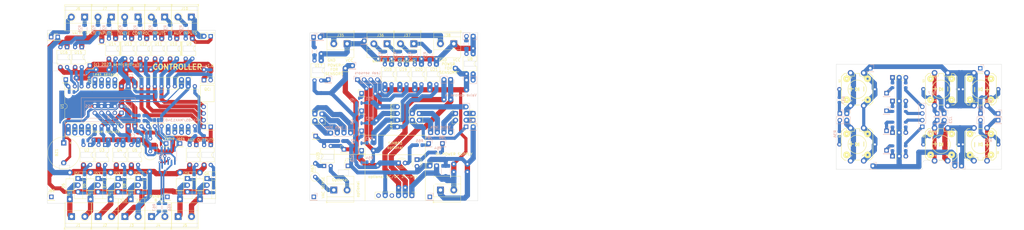
<source format=kicad_pcb>
(kicad_pcb (version 20211014) (generator pcbnew)
  (layers (0 "F.Cu" signal) (31 "B.Cu" signal) (34 "B.Paste" user) (35 "F.Paste" user) (36 "B.SilkS" user "B.Silkscreen") (37 "F.SilkS" user "F.Silkscreen") (38 "B.Mask" user) (39 "F.Mask" user) (44 "Edge.Cuts" user))
  (net 0 "")
  (net 1 "Net-(22pF1-Pad2)")
  (net 2 "Net-(22pF2-Pad2)")
  (net 3 "Net-(Q1-Pad1)")
  (net 4 "/Y0")
  (net 5 "/VCC")
  (net 6 "/GND")
  (net 7 "/VDD")
  (net 8 "Net-(Q2-Pad1)")
  (net 9 "Net-(R4-Pad2)")
  (net 10 "Net-(R5-Pad1)")
  (net 11 "/Y1")
  (net 12 "/Y2")
  (net 13 "/Y3")
  (net 14 "Net-(Q3-Pad1)")
  (net 15 "Net-(R7-Pad2)")
  (net 16 "Net-(R8-Pad1)")
  (net 17 "Net-(Q4-Pad1)")
  (net 18 "Net-(R10-Pad2)")
  (net 19 "Net-(R11-Pad1)")
  (net 20 "/PB4")
  (net 21 "/PB5")
  (net 22 "/PB6")
  (net 23 "/PB7")
  (net 24 "/PD2")
  (net 25 "/PD3")
  (net 26 "Net-(R1-Pad1)")
  (net 27 "Net-(R3-Pad2)")
  (net 28 "/SCL")
  (net 29 "/SDA")
  (net 30 "/Middle board/SCL")
  (net 31 "/Middle board/RXD")
  (net 32 "/Middle board/VCC")
  (net 33 "/PD4")
  (net 34 "/PD5")
  (net 35 "/Middle board/PD2")
  (net 36 "/Middle board/PD3")
  (net 37 "/Middle board/PD4")
  (net 38 "/Middle board/PD5")
  (net 39 "/PC7")
  (net 40 "/PC6")
  (net 41 "/PC5")
  (net 42 "/PC4")
  (net 43 "/PA4")
  (net 44 "/PA5")
  (net 45 "/PA6")
  (net 46 "/PA7")
  (net 47 "/Middle board/PC7")
  (net 48 "/Middle board/PC6")
  (net 49 "/Middle board/PC5")
  (net 50 "/Middle board/PC4")
  (net 51 "/Top board/S3LED")
  (net 52 "/Top board/S5LED")
  (net 53 "/Top board/S4LED")
  (net 54 "/Top board/S6LED")
  (net 55 "/Top board/S3BTN")
  (net 56 "/Top board/S4BTN")
  (net 57 "/Top board/S5BTN")
  (net 58 "/Top board/S6BTN")
  (net 59 "/PA3")
  (net 60 "/PA2")
  (net 61 "/PA1")
  (net 62 "/PA0")
  (net 63 "/VSS")
  (net 64 "/X1")
  (net 65 "/X0")
  (net 66 "/X3")
  (net 67 "/X2")
  (net 68 "/X5")
  (net 69 "/X4")
  (net 70 "/X7")
  (net 71 "/X6")
  (net 72 "/X9")
  (net 73 "/X8")
  (net 74 "Net-(R21-Pad2)")
  (net 75 "Net-(R22-Pad2)")
  (net 76 "Net-(R23-Pad2)")
  (net 77 "Net-(R24-Pad2)")
  (net 78 "Net-(R25-Pad2)")
  (net 79 "Net-(R26-Pad2)")
  (net 80 "Net-(R30-Pad2)")
  (net 81 "Net-(R31-Pad2)")
  (net 82 "Net-(R17-Pad2)")
  (net 83 "Net-(R18-Pad2)")
  (net 84 "Net-(R19-Pad2)")
  (net 85 "Net-(R20-Pad2)")
  (net 86 "/PD6")
  (net 87 "/PD7")
  (net 88 "/PC2")
  (net 89 "/PC3")
  (net 90 "Net-(R32-Pad2)")
  (net 91 "Net-(R33-Pad2)")
  (net 92 "Net-(R34-Pad2)")
  (net 93 "Net-(R35-Pad2)")
  (net 94 "/Middle board/VSS")
  (net 95 "/Middle board/S_B")
  (net 96 "/Middle board/S_A")
  (net 97 "/Middle board/S_C")
  (net 98 "/Middle board/S_D")
  (net 99 "/Middle board/SD")
  (net 100 "/Middle board/SC")
  (net 101 "/Middle board/SB")
  (net 102 "/Middle board/SA")
  (net 103 "/RXD")
  (net 104 "/TXD")
  (net 105 "/PB0")
  (net 106 "/PB1")
  (net 107 "/PB2")
  (net 108 "/PB3")
  (net 109 "Net-(J17-Pad1)")
  (net 110 "Net-(J41-Pad1)")
  (net 111 "Net-(Q5-Pad1)")
  (net 112 "Net-(Q6-Pad1)")
  (net 113 "Net-(J42-Pad1)")
  (net 114 "Net-(J43-Pad1)")
  (net 115 "/Y4")
  (net 116 "/Y5")
  (net 117 "/Top board/VDD")
  (net 118 "Net-(D1-Pad1)")
  (net 119 "Net-(D2-Pad1)")
  (net 120 "Net-(D3-Pad1)")
  (net 121 "Net-(D4-Pad1)")
  (net 122 "Net-(J44-Pad1)")
  (net 123 "Net-(J45-Pad1)")
  (net 124 "Net-(J46-Pad1)")
  (net 125 "Net-(J47-Pad1)")
  (net 126 "Net-(R27-Pad2)")
  (net 127 "Net-(R28-Pad2)")
  (net 128 "Net-(R29-Pad1)")
  (net 129 "Net-(R40-Pad1)")
  (net 130 "Net-(D1-Pad3)")
  (net 131 "Net-(D2-Pad3)")
  (net 132 "Net-(D3-Pad3)")
  (net 133 "Net-(D4-Pad3)")
  (net 134 "/Top board/LE_A")
  (net 135 "/Top board/LE_B")
  (net 136 "/Top board/LE_C")
  (net 137 "/Top board/LE_D")
  (net 138 "Net-(Q7-Pad1)")
  (net 139 "Net-(Q8-Pad1)")
  (net 140 "Net-(Q9-Pad1)")
  (net 141 "Net-(Q10-Pad1)")
  (net 142 "/Middle board/PB7")
  (net 143 "/Middle board/PB5")
  (net 144 "/Top board/S1LED")
  (net 145 "/Top board/S2LED")
  (net 146 "/Top board/VSS")
  (net 147 "/Top board/S2BTN")
  (net 148 "/Top board/S1BTN")
  (net 149 "/Middle board/PB4")
  (net 150 "/Middle board/PB6")
  (net 151 "Net-(R38-Pad2)")
  (net 152 "/Middle board/X0")
  (net 153 "/Middle board/X9")
  (net 155 "/RST")
  (net 156 "/Middle board/PA0")
  (net 157 "/Middle board/PC2")
  (net 158 "/Middle board/GND")
  (net 159 "/A")
  (net 160 "/B")
  (net 161 "Net-(JP1-Pad3)")
  (net 162 "Net-(JP1-Pad2)")
  (net 163 "Net-(R16-Pad2)")
  (net 164 "Net-(R36-Pad2)")
  (net 165 "Net-(R37-Pad2)")
  (net 167 "/Middle board/RESET")
  (net 168 "/Middle board/VDD")
  (net 169 "Net-(J71-Pad1)")
  (net 170 "Net-(R63-Pad2)")
  (net 171 "/Middle board/RES_IN_H")
  (net 172 "/Middle board/RES_IN_L")
  (net 177 "/Middle board/RX")
  (net 178 "/Middle board/TXD")
  (net 179 "Net-(D11-Pad1)")
  (net 180 "Net-(D12-Pad2)")
  (net 181 "/AA")
  (net 182 "/BB")
  (footprint "MountingHole:MountingHole_3.2mm_M3" (layer "F.Cu") (at 186.5 75.5)
    (fp_text reference "H5" hide)
    (fp_text value "MountingHole" hide)
  )
  (footprint "Connector_PinHeader_2.54mm:PinHeader_1x01_P2.54mm_Vertical" (layer "F.Cu") (at 182.5 118.7)
    (fp_text reference "J77")
    (fp_text value "VDD")
  )
  (footprint "Diode_THT:D_DO-41_SOD81_P10.16mm_Horizontal" (layer "F.Cu") (at 126.09 131.4 90)
    (fp_text reference "D10" hide)
    (fp_text value "D" hide)
  )
  (footprint "Package_DIP:DIP-4_W7.62mm" (layer "F.Cu") (at 111.54 70.2 -90)
    (fp_text reference "U11")
    (fp_text value "PC817" hide)
  )
  (footprint "Connector_PinHeader_2.54mm:PinHeader_1x01_P2.54mm_Vertical" (layer "F.Cu") (at 69.4 69.6)
    (fp_text reference "J53" hide)
    (fp_text value "X0")
  )
  (footprint "Connector_PinHeader_2.54mm:PinHeader_1x04_P2.54mm_Vertical" (layer "F.Cu") (at 75.9 106.14 90)
    (fp_text reference "J11" hide)
    (fp_text value "X Leds Btns")
  )
  (footprint "Connector_PinHeader_2.54mm:PinHeader_1x01_P2.54mm_Vertical" (layer "F.Cu") (at 230.21 98.73)
    (fp_text reference "J32" hide)
    (fp_text value "S4BTN" hide)
  )
  (footprint "Connector_PinHeader_2.54mm:PinHeader_1x02_P2.54mm_Vertical" (layer "F.Cu") (at 121.62 85.82 -90)
    (fp_text reference "J15" hide)
    (fp_text value "I2C")
  )
  (footprint "Connector_PinHeader_2.54mm:PinHeader_1x01_P2.54mm_Vertical" (layer "F.Cu") (at 113.25 110.15)
    (fp_text reference "J83" hide)
    (fp_text value "RXD" hide)
  )
  (footprint "mod:TACTILE_SWITCH_LED_PTH_12MM" (layer "F.Cu") (at 423.5 110.5 -90)
    (fp_text reference "S6")
    (fp_text value "MOMENTARY-SWITCH-SPST-LED-PTH-12MM" hide)
  )
  (footprint "Connector_PinHeader_2.54mm:PinHeader_1x06_P2.54mm_Vertical" (layer "F.Cu") (at 206.85 130 -90)
    (fp_text reference "J64" hide)
    (fp_text value "SIM800")
  )
  (footprint "Connector_PinHeader_2.54mm:PinHeader_1x02_P2.54mm_Vertical" (layer "F.Cu") (at 209.65 98.73)
    (fp_text reference "J25" hide)
    (fp_text value "S3 S5 LEDs")
  )
  (footprint "Connector_PinHeader_2.54mm:PinHeader_1x01_P2.54mm_Vertical" (layer "F.Cu") (at 181.5 81.5)
    (fp_text reference "J73" hide)
    (fp_text value "VSS" hide)
  )
  (footprint "TerminalBlock_Phoenix:TerminalBlock_Phoenix_MKDS-1,5-2-5.08_1x02_P5.08mm_Horizontal" (layer "F.Cu") (at 217.74 127.9)
    (fp_text reference "J66" hide)
    (fp_text value "SELF_PWR_IN")
  )
  (footprint "Connector_PinHeader_2.54mm:PinHeader_1x04_P2.54mm_Vertical" (layer "F.Cu") (at 201.32 103.8 180)
    (fp_text reference "J39" hide)
    (fp_text value "Leak sensors")
  )
  (footprint "Connector_PinHeader_2.54mm:PinHeader_1x02_P2.54mm_Vertical" (layer "F.Cu") (at 127.64 86 90)
    (fp_text reference "J59" hide)
    (fp_text value "U8 OUT")
  )
  (footprint "Package_DIP:DIP-4_W7.62mm" (layer "F.Cu") (at 105.8 70.2 -90)
    (fp_text reference "U12")
    (fp_text value "PC817" hide)
  )
  (footprint "Package_DIP:DIP-40_W15.24mm" (layer "F.Cu") (at 75.9 103.6 90)
    (fp_text reference "U1")
    (fp_text value "ATmega16-16P")
  )
  (footprint "LED_THT:LED_Rectangular_W5.0mm_H2.0mm-3Pins" (layer "F.Cu") (at 389.96 85)
    (fp_text reference "D1" hide)
    (fp_text value "LED_Dual_KAK" hide)
  )
  (footprint "Package_DIP:DIP-4_W7.62mm" (layer "F.Cu") (at 90 110.7 -90)
    (fp_text reference "U3")
    (fp_text value "PC817" hide)
  )
  (footprint "Diode_THT:D_DO-41_SOD81_P10.16mm_Horizontal" (layer "F.Cu") (at 118.51 131.4 90)
    (fp_text reference "D9" hide)
    (fp_text value "D" hide)
  )
  (footprint "mod:TACTILE_SWITCH_LED_PTH_12MM" (layer "F.Cu") (at 423.5 89.5 -90)
    (fp_text reference "S4")
    (fp_text value "MOMENTARY-SWITCH-SPST-LED-PTH-12MM" hide)
  )
  (footprint "Connector_PinHeader_2.54mm:PinHeader_1x04_P2.54mm_Vertical" (layer "F.Cu") (at 114 106 90)
    (fp_text reference "J19" hide)
    (fp_text value "Valve leds")
  )
  (footprint "MountingHole:MountingHole_3.2mm_M3" (layer "F.Cu") (at 128 75.5)
    (fp_text reference "H3" hide)
    (fp_text value "MountingHole" hide)
  )
  (footprint "Connector_PinHeader_2.54mm:PinHeader_1x01_P2.54mm_Vertical" (layer "F.Cu") (at 84.2 80.5)
    (fp_text reference "J87" hide)
    (fp_text value "VSS" hide)
  )
  (footprint "TerminalBlock_Phoenix:TerminalBlock_Phoenix_MKDS-1,5-2-5.08_1x02_P5.08mm_Horizontal" (layer "F.Cu") (at 182.18 72.16 180)
    (fp_text reference "J35")
    (fp_text value "PWR_OUT")
  )
  (footprint "LED_THT:LED_D3.0mm" (layer "F.Cu") (at 208.8 116.325 -90)
    (fp_text reference "D11" hide)
    (fp_text value "LED" hide)
  )
  (footprint "Connector_PinHeader_2.54mm:PinHeader_1x01_P2.54mm_Vertical" (layer "F.Cu") (at 187.7 112.8)
    (fp_text reference "J47" hide)
    (fp_text value "TD_C")
  )
  (footprint "Connector_PinHeader_2.54mm:PinHeader_1x01_P2.54mm_Vertical" (layer "F.Cu") (at 180.975 112.395)
    (fp_text reference "J72" hide)
    (fp_text value "VSS")
  )
  (footprint "Package_TO_SOT_THT:TO-220-3_Vertical" (layer "F.Cu") (at 121.34 123.5 -90)
    (fp_text reference "Q5")
    (fp_text value "IRF4905" hide)
  )
  (footprint "Connector_PinHeader_2.54mm:PinHeader_1x04_P2.54mm_Vertical" (layer "F.Cu") (at 86.1 85.82 90)
    (fp_text reference "J14")
    (fp_text value "Leak sensors")
  )
  (footprint "Package_DIP:DIP-4_W7.62mm" (layer "F.Cu") (at 130.225 110.7 -90)
    (fp_text reference "U7" hide)
    (fp_text value "PC817" hide)
  )
  (footprint "Resistor_THT:R_Axial_DIN0309_L9.0mm_D3.2mm_P5.08mm_Vertical" (layer "F.Cu") (at 170 122.89 90)
    (fp_text reference "R63")
    (fp_text value "R")
  )
  (footprint "LED_THT:LED_Rectangular_W5.0mm_H2.0mm-3Pins" (layer "F.Cu") (at 389.96 106)
    (fp_text reference "D3" hide)
    (fp_text value "LED_Dual_KAK" hide)
  )
  (footprint "TerminalBlock_Phoenix:TerminalBlock_Phoenix_MKDS-1,5-2-5.08_1x02_P5.08mm_Horizontal" (layer "F.Cu") (at 102.5 62 180)
    (fp_text reference "J8")
    (fp_text value "W_CT_HWS")
  )
  (footprint "TerminalBlock_Phoenix:TerminalBlock_Phoenix_MKDS-1,5-2-5.08_1x02_P5.08mm_Horizontal" (layer "F.Cu") (at 197.42 72.16 180)
    (fp_text reference "J36")
    (fp_text value "Sensors AB")
  )
  (footprint "Connector_PinHeader_2.54mm:PinHeader_1x02_P2.54mm_Vertical" (layer "F.Cu") (at 216.27 118.7 -90)
    (fp_text reference "J68" hide)
    (fp_text value "VDD VSS")
  )
  (footprint "Package_DIP:DIP-4_W7.62mm" (layer "F.Cu") (at 96.775 110.7 -90)
    (fp_text reference "U4")
    (fp_text value "PC817" hide)
  )
  (footprint "Connector_PinHeader_2.54mm:PinHeader_1x01_P2.54mm_Vertical" (layer "F.Cu") (at 187.7 105.33)
    (fp_text reference "J46" hide)
    (fp_text value "TC_C")
  )
  (footprint "Connector_PinHeader_2.54mm:PinHeader_1x01_P2.54mm_Vertical" (layer "F.Cu") (at 130.21 103.81)
    (fp_text reference "J69" hide)
    (fp_text value "VDD")
  )
  (footprint "Package_DIP:DIP-4_W7.62mm" (layer "F.Cu") (at 102.525 110.7 -90)
    (fp_text reference "U5")
    (fp_text value "PC817" hide)
  )
  (footprint "TerminalBlock_Phoenix:TerminalBlock_Phoenix_MKDS-1,5-2-5.08_1x02_P5.08mm_Horizontal" (layer "F.Cu") (at 77.18 138)
    (fp_text reference "J1")
    (fp_text value "Screw_Terminal_01x02" hide)
  )
  (footprint "Package_DIP:DIP-4_W7.62mm" (layer "F.Cu") (at 123.215 70.2 -90)
    (fp_text reference "U9")
    (fp_text value "PC817" hide)
  )
  (footprint "Connector_PinHeader_2.54mm:PinHeader_1x04_P2.54mm_Vertical" (layer "F.Cu") (at 127.5 103.81 180)
    (fp_text reference "J13" hide)
    (fp_text value "Valve control in" hide)
  )
  (footprint "Package_DIP:DIP-4_W7.62mm" (layer "F.Cu") (at 93.975 70.2 -90)
    (fp_text reference "U14")
    (fp_text value "PC817" hide)
  )
  (footprint "Connector_PinHeader_2.54mm:PinHeader_1x01_P2.54mm_Vertical" (layer "F.Cu") (at 113.7 130.5)
    (fp_text reference "J81" hide)
    (fp_text value "NC" hide)
  )
  (footprint "Package_DIP:DIP-4_W7.62mm" (layer "F.Cu") (at 100.075 70.2 -90)
    (fp_text reference "U13")
    (fp_text value "PC817" hide)
  )
  (footprint "Package_DIP:DIP-4_W7.62mm" (layer "F.Cu") (at 124.725 110.7 -90)
    (fp_text reference "U6" hide)
    (fp_text value "PC817" hide)
  )
  (footprint "Package_DIP:DIP-4_W7.62mm" (layer "F.Cu") (at 84.275 110.7 -90)
    (fp_text reference "U2")
    (fp_text value "PC817" hide)
  )
  (footprint "Connector_PinHeader_2.54mm:PinHeader_1x01_P2.54mm_Vertical" (layer "F.Cu") (at 187.7 91)
    (fp_text reference "J17" hide)
    (fp_text value "TA_C")
  )
  (footprint "Connector_PinHeader_2.54mm:PinHeader_1x01_P2.54mm_Vertical" (layer "F.Cu") (at 118.5 110.15)
    (fp_text reference "J85" hide)
    (fp_text value "TXD" hide)
  )
  (footprint "Connector_PinHeader_2.54mm:PinHeader_1x01_P2.54mm_Vertical" (layer "F.Cu") (at 223.4 81.5)
    (fp_text reference "J74" hide)
    (fp_text value "VSS" hide)
  )
  (footprint "Package_DIP:DIP-4_W7.62mm" (layer "F.Cu") (at 172.295 78.54 -90)
    (fp_text reference "U17")
    (fp_text value "PC817" hide)
  )
  (footprint "mod:TACTILE_SWITCH_LED_PTH_12MM" (layer "F.Cu") (at 376.5 110.5 90)
    (fp_text reference "S1")
    (fp_text value "MOMENTARY-SWITCH-SPST-LED-PTH-12MM" hide)
  )
  (footprint "Package_DIP:DIP-4_W7.62mm" (layer "F.Cu") (at 173.4 118.73 90)
    (fp_text reference "U23")
    (fp_text value "PC817" hide)
  )
  (footprint "TerminalBlock_Phoenix:TerminalBlock_Phoenix_MKDS-1,5-2-5.08_1x02_P5.08mm_Horizontal" (layer "F.Cu") (at 122.82 62 180)
    (fp_text reference "J10")
    (fp_text value "AUX_INS")
  )
  (footprint "mod:TACTILE_SWITCH_LED_PTH_12MM" (layer "F.Cu") (at 408.5 89.5 90)
    (fp_text reference "S3")
    (fp_text value "MOMENTARY-SWITCH-SPST-LED-PTH-12MM" hide)
  )
  (footprint "TerminalBlock_Phoenix:TerminalBlock_Phoenix_MKDS-1,5-2-5.08_1x02_P5.08mm_Horizontal" (layer "F.Cu") (at 177.1 127.9)
    (fp_text reference "J65" hide)
    (fp_text value "RES_IN")
  )
  (footprint "Connector_PinHeader_2.54mm:PinHeader_1x01_P2.54mm_Vertical" (layer "F.Cu") (at 69.5 130.5)
    (fp_text reference "J80")
    (fp_text value "NC")
  )
  (footprint "Connector_PinHeader_2.54mm:PinHeader_1x01_P2.54mm_Vertical" (layer "F.Cu") (at 88.7 71.1)
    (fp_text reference "J63" hide)
    (fp_text value "VCC" hide)
  )
  (footprint "Connector_PinHeader_2.54mm:PinHeader_1x01_P2.54mm_Vertical" (layer "F.Cu") (at 230.21 101.27)
    (fp_text reference "J34" hide)
    (fp_text value "S6BTN" hide)
  )
  (footprint "Connector_PinHeader_2.54mm:PinHeader_1x01_P2.54mm_Vertical" (layer "F.Cu") (at 71.94 69.6)
    (fp_text reference "J61" hide)
    (fp_text value "GND")
  )
  (footprint "Package_DIP:DIP-4_W7.62mm" (layer "F.Cu") (at 216.2 80 -90)
    (fp_text reference "U21")
    (fp_text value "PC817" hide)
  )
  (footprint "Buzzer_Beeper:Buzzer_12x9.5RM7.6" (layer "F.Cu") (at 74.2 109.95 -90)
    (fp_text reference "BZ1")
    (fp_text value "Buzzer")
  )
  (footprint "LED_THT:LED_Rectangular_W5.0mm_H2.0mm-3Pins" (layer "F.Cu") (at 389.96 94)
    (fp_text reference "D2" hide)
    (fp_text value "LED_Dual_KAK" hide)
  )
  (footprint "LED_THT:LED_Rectangular_W5.0mm_H2.0mm-3Pins" (layer "F.Cu") (at 389.96 115)
    (fp_text reference "D4" hide)
    (fp_text value "LED_Dual_KAK" hide)
  )
  (footprint "Package_TO_SOT_THT:TO-220-3_Vertical" (layer "F.Cu") (at 79.655 123.5 -90)
    (fp_text reference "Q1")
    (fp_text value "IRF4905" hide)
  )
  (footprint "Package_DIP:DIP-4_W7.62mm" (layer "F.Cu") (at 204.8 80 -90)
    (fp_text reference "U19")
    (fp_text value "PC817" hide)
  )
  (footprint "Connector_PinHeader_2.54mm:PinHeader_1x01_P2.54mm_Vertical" (layer "F.Cu") (at 75 85.8)
    (fp_text reference "J58" hide)
    (fp_text value "NC" hide)
  )
  (footprint "Package_DIP:DIP-4_W7.62mm" (layer "F.Cu") (at 75.475 73.45 -90)
    (fp_text reference "U16")
    (fp_text value "PC817" hide)
  )
  (footprint "MountingHole:MountingHole_3.2mm_M3" (layer "F.Cu") (at 71.5 124.5)
    (fp_text reference "H2" hide)
    (fp_text value "MountingHole" hide)
  )
  (footprint "Connector_PinHeader_2.54mm:PinHeader_1x01_P2.54mm_Vertical" (layer "F.Cu") (at 170.18 107.315)
    (fp_text reference "J71" hide)
    (fp_text value "RESERVED_IN")
  )
  (footprint "Package_DIP:DIP-4_W7.62mm" (layer "F.Cu") (at 81.075 73.45 -90)
    (fp_text reference "U15")
    (fp_text value "PC817" hide)
  )
  (footprint "TerminalBlock_Phoenix:TerminalBlock_Phoenix_MKDS-1,5-2-5.08_1x02_P5.08mm_Horizontal" (layer "F.Cu") (at 92.34 62 180)
    (fp_text reference "J7")
    (fp_text value "V_ST_CWS")
  )
  (footprint "Diode_THT:D_DO-41_SOD81_P10.16mm_Horizontal" (layer "F.Cu") (at 84.42 131.4 90)
    (fp_text reference "D6")
    (fp_text value "D")
  )
  (footprint "Package_DIP:DIP-4_W7.62mm" (layer "F.Cu") (at 230.2 76 -90)
    (fp_text reference "U8")
    (fp_text value "PC817" hide)
  )
  (footprint "Package_DIP:DIP-4_W7.62mm" (layer "F.Cu") (at 199.1 80 -90)
    (fp_text reference "U18")
    (fp_text value "PC817" hide)
  )
  (footprint "Connector_PinHeader_2.54mm:PinHeader_1x02_P2.54mm_Vertical" (layer "F.Cu") (at 172.56 98.91)
    (fp_text reference "J50" hide)
    (fp_text value "S1 S2 BTNS" hide)
  )
  (footprint "Diode_THT:D_DO-41_SOD81_P10.16mm_Horizontal" (layer "F.Cu") (at 99.72 131.4 90)
    (fp_text reference "D8")
    (fp_text value "D")
  )
  (footprint "Package_TO_SOT_THT:TO-220-3_Vertical" (layer "F.Cu") (at 128.815 123.5 -90)
    (fp_text reference "Q6")
    (fp_text value "IRF4905" hide)
  )
  (footprint "Package_DIP:DIP-4_W7.62mm" (layer "F.Cu") (at 117.275 70.2 -90)
    (fp_text reference "U10")
    (fp_text value "PC817" hide)
  )
  (footprint "Package_DIP:DIP-4_W7.62mm" (layer "F.Cu") (at 210.5 80 -90)
    (fp_text reference "U20")
    (fp_text value "PC817" hide)
  )
  (footprint "TerminalBlock_Phoenix:TerminalBlock_Phoenix_MKDS-1,5-2-5.08_1x02_P5.08mm_Horizontal" (layer "F.Cu") (at 97.5 138)
    (fp_text reference "J3")
    (fp_text value "Screw_Terminal_01x02" hide)
  )
  (footprint "TerminalBlock_Phoenix:TerminalBlock_Phoenix_MKDS-1,5-2-5.08_1x02_P5.08mm_Horizontal" (layer "F.Cu") (at 112.66 62 180)
    (fp_text reference "J9")
    (fp_text value "W_CT_CWS")
  )
  (footprint "Package_TO_SOT_THT:TO-220-3_Vertical" (layer "F.Cu") (at 102.58 123.5 -90)
    (fp_text reference "Q4")
    (fp_text value "IRF4905" hide)
  )
  (footprint "TerminalBlock_Phoenix:TerminalBlock_Phoenix_MKDS-1,5-2-5.08_1x02_P5.08mm_Horizontal" (layer "F.Cu") (at 87.34 138)
    (fp_text reference "J2")
    (fp_text value "Screw_Terminal_01x02" hide)
  )
  (footprint "mod:TACTILE_SWITCH_LED_PTH_12MM" (layer "F.Cu") (at 408.5 110.5 90)
    (fp_text reference "S5")
    (fp_text value "MOMENTARY-SWITCH-SPST-LED-PTH-12MM" hide)
  )
  (footprint "LED_THT:LED_D3.0mm" (layer "F.Cu") (at 201.725 117.6)
    (fp_text reference "D12" hide)
    (fp_text value "LED" hide)
  )
  (footprint "Package_TO_SOT_THT:TO-220-3_Vertical" (layer "F.Cu") (at 87.3 123.5 -90)
    (fp_text reference "Q2")
    (fp_text value "IRF4905" hide)
  )
  (footprint "Connector_PinHeader_2.54mm:PinHeader_1x01_P2.54mm_Vertical" (layer "F.Cu") (at 187.7 97.7)
    (fp_text reference "J45" hide)
    (fp_text value "TB_C")
  )
  (footprint "MountingHole:MountingHole_3.2mm_M3" (layer "F.Cu") (at 214.5 124.5)
    (fp_text reference "H6" hide)
    (fp_text value "MountingHole" hide)
  )
  (footprint "Diode_THT:D_DO-41_SOD81_P10.16mm_Horizontal" (layer "F.Cu") (at 92.1 131.4 90)
    (fp_text reference "D7")
    (fp_text value "D")
  )
  (footprint "MountingHole:MountingHole_3.2mm_M3" (layer "F.Cu") (at 86.5 75.5)
    (fp_text reference "H1" hide)
    (fp_text value "MountingHole" hide)
  )
  (footprint "TerminalBlock_Phoenix:TerminalBlock_Phoenix_MKDS-1,5-2-5.08_1x02_P5.08mm_Horizontal" (layer "F.Cu") (at 207.58 72.16 180)
    (fp_text reference "J37")
    (fp_text value "Sensors CD")
  )
  (footprint "Connector_PinHeader_2.54mm:PinHeader_1x01_P2.54mm_Vertical" (layer "F.Cu") (at 207 101.27)
    (fp_text reference "J33" hide)
    (fp_text value "S5BTN" hide)
  )
  (footprint "MountingHole:MountingHole_3.2mm_M3" (layer "F.Cu") (at 114.5 124.5)
    (fp_text reference "H4" hide)
    (fp_text value "MountingHole" hide)
  )
  (footprint "Crystal:Crystal_HC49-4H_Vertical" (layer "F.Cu") (at 107.18 113.15 90)
    (fp_text reference "Y1")
    (fp_text value "Crystal" hide)
  )
  (footprint "Connector_PinHeader_2.54mm:PinHeader_1x02_P2.54mm_Vertical" (layer "F.Cu") (at 223.5 98.73)
    (fp_text reference "J26" hide)
    (fp_text value "S4 S6 LEDs")
  )
  (footprint "TerminalBlock_Phoenix:TerminalBlock_Phoenix_MKDS-1,5-2-5.08_1x02_P5.08mm_Horizontal" (layer "F.Cu") (at 117.82 138)
    (fp_text reference "J5")
    (fp_text value "Screw_Terminal_01x02" hide)
  )
  (footprint "Connector_PinHeader_2.54mm:PinHeader_1x02_P2.54mm_Vertical" (layer "F.Cu") (at 130.2 69.3 -90)
    (fp_text reference "J52" hide)
    (fp_text value "U8 IN")
  )
  (footprint "TerminalBlock_Phoenix:TerminalBlock_Phoenix_MKDS-1,5-2-5.08_1x02_P5.08mm_Horizontal" (layer "F.Cu") (at 107.66 138)
    (fp_text reference "J4")
    (fp_text value "Screw_Terminal_01x02" hide)
  )
  (footprint "Diode_THT:D_DO-41_SOD81_P10.16mm_Horizontal" (layer "F.Cu") (at 76.53 131.4 90)
    (fp_text reference "D5")
    (fp_text value "D")
  )
  (footprint "Package_TO_SOT_THT:TO-220-3_Vertical" (layer "F.Cu") (at 94.935 123.5 -90)
    (fp_text reference "Q3")
    (fp_text value "IRF4905" hide)
  )
  (footprint "TerminalBlock_Phoenix:TerminalBlock_Phoenix_MKDS-1,5-2-5.08_1x02_P5.08mm_Horizontal" (layer "F.Cu") (at 82.18 62 180)
    (fp_text reference "J6")
    (fp_text value "V_ST_HWS")
  )
  (footprint "Connector_PinHeader_2.54mm:PinHeader_1x01_P2.54mm_Vertical" (layer "F.Cu") (at 207 98.73)
    (fp_text reference "J31" hide)
    (fp_text value "S3BTN" hide)
  )
  (footprint "mod:TACTILE_SWITCH_LED_PTH_12MM" (layer "F.Cu") (at 376.5 89.5 90)
    (fp_text reference "S2")
    (fp_text value "MOMENTARY-SWITCH-SPST-LED-PTH-12MM" hide)
  )
  (footprint "TerminalBlock_Phoenix:TerminalBlock_Phoenix_MKDS-1,5-2-5.08_1x02_P5.08mm_Horizontal" (layer "F.Cu") (at 222.82 72.16 180)
    (fp_text reference "J38")
    (fp_text value "PWR_OUT")
  )
  (footprint "Connector_PinHeader_2.54mm:PinHeader_1x02_P2.54mm_Vertical" (layer "F.Cu") (at 169.9 98.91)
    (fp_text reference "J49" hide)
    (fp_text value "S1 S2 LEDs" hide)
  )
  (footprint "Resistor_SMD:R_0805_2012Metric" (layer "B.Cu") (at 100 109)
    (fp_text reference "R10" hide)
    (fp_text value "820" hide)
  )
  (footprint "Resistor_SMD:R_1206_3216Metric" (layer "B.Cu") (at 82.18 66.5 -90)
    (fp_text reference "R26")
    (fp_text value "R")
  )
  (footprint "Resistor_SMD:R_1206_3216Metric" (layer "B.Cu") (at 91.435 66.5 -90)
    (fp_text reference "R24")
    (fp_text value "R")
  )
  (footprint "Resistor_SMD:R_0805_2012Metric" (layer "B.Cu") (at 389.96 88 -90)
    (fp_text reference "R43" hide)
    (fp_text value "1k" hide)
  )
  (footprint "Resistor_SMD:R_1206_3216Metric" (layer "B.Cu") (at 120.675 66.5 -90)
    (fp_text reference "R30")
    (fp_text value "R")
  )
  (footprint "Resistor_SMD:R_0805_2012Metric" (layer "B.Cu") (at 426.5 92.5)
    (fp_text reference "R19")
    (fp_text value "1k")
  )
  (footprint "Resistor_SMD:R_0805_2012Metric" (layer "B.Cu") (at 190.69 117.3 180)
    (fp_text reference "R54")
    (fp_text value "R")
  )
  (footprint "Resistor_SMD:R_0805_2012Metric" (layer "B.Cu") (at 82 83.1)
    (fp_text reference "R14" hide)
    (fp_text value "820" hide)
  )
  (footprint "Connector_PinHeader_2.54mm:PinHeader_1x01_P2.54mm_Vertical" (layer "B.Cu") (at 184.2 80.5 180)
    (fp_text reference "J88" hide)
    (fp_text value "VSS" hide)
  )
  (footprint "Connector_PinHeader_2.54mm:PinHeader_1x01_P2.54mm_Vertical" (layer "B.Cu") (at 218.5 110.15 180)
    (fp_text reference "J86")
    (fp_text value "TXD")
  )
  (footprint "Resistor_SMD:R_0805_2012Metric" (layer "B.Cu") (at 209.8 110.8 180)
    (fp_text reference "R65")
    (fp_text value "R")
  )
  (footprint "Resistor_SMD:R_0805_2012Metric" (layer "B.Cu") (at 190.68 94.6 180)
    (fp_text reference "R51")
    (fp_text value "R")
  )
  (footprint "Resistor_SMD:R_0805_2012Metric" (layer "B.Cu") (at 124.35 106.3325 -90)
    (fp_text reference "R27" hide)
    (fp_text value "820" hide)
  )
  (footprint "Connector_PinHeader_2.54mm:PinHeader_1x02_P2.54mm_Vertical" (layer "B.Cu") (at 423.5 98.73 180)
    (fp_text reference "J24")
    (fp_text value "S4 S6 LEDs" hide)
  )
  (footprint "Resistor_SMD:R_0805_2012Metric" (layer "B.Cu") (at 82.5 109 180)
    (fp_text reference "R3" hide)
    (fp_text value "820" hide)
  )
  (footprint "Package_TO_SOT_SMD:SOT-23" (layer "B.Cu") (at 186.7 116.5 90)
    (fp_text reference "Q10")
    (fp_text value "MMBT3904" hide)
  )
  (footprint "Resistor_SMD:R_1206_3216Metric" (layer "B.Cu") (at 207.96 76.6 -90)
    (fp_text reference "R34")
    (fp_text value "R")
  )
  (footprint "Resistor_SMD:R_0805_2012Metric" (layer "B.Cu") (at 88.5 109 180)
    (fp_text reference "R4" hide)
    (fp_text value "820" hide)
  )
  (footprint "Connector_PinHeader_2.54mm:PinHeader_1x02_P2.54mm_Vertical" (layer "B.Cu") (at 230.2 69.3 90)
    (fp_text reference "J54" hide)
    (fp_text value "X9 IN")
  )
  (footprint "Resistor_SMD:R_0805_2012Metric" (layer "B.Cu") (at 369.75 93.58 90)
    (fp_text reference "R37")
    (fp_text value "1k")
  )
  (footprint "Resistor_SMD:R_0805_2012Metric" (layer "B.Cu") (at 97.4 123 -90)
    (fp_text reference "R8" hide)
    (fp_text value "8.2k" hide)
  )
  (footprint "Package_TO_SOT_SMD:SOT-23" (layer "B.Cu") (at 111.7 120 90)
    (fp_text reference "D13" hide)
    (fp_text value "PESD2CAN" hide)
  )
  (footprint "Connector_PinHeader_2.54mm:PinHeader_1x01_P2.54mm_Vertical" (layer "B.Cu") (at 169.5 130.5 180)
    (fp_text reference "J79" hide)
    (fp_text value "NC")
  )
  (footprint "Resistor_SMD:R_1206_3216Metric" (layer "B.Cu") (at 202.26 76.6 -90)
    (fp_text reference "R33")
    (fp_text value "R")
  )
  (footprint "Resistor_SMD:R_1206_3216Metric" (layer "B.Cu") (at 97.535 66.5 -90)
    (fp_text reference "R23")
    (fp_text value "R")
  )
  (footprint "Resistor_SMD:R_0805_2012Metric" (layer "B.Cu") (at 395 102.96 90)
    (fp_text reference "R49" hide)
    (fp_text value "1k" hide)
  )
  (footprint "Resistor_SMD:R_0805_2012Metric" (layer "B.Cu") (at 395 111.97 90)
    (fp_text reference "R50" hide)
    (fp_text value "1k" hide)
  )
  (footprint "Connector_PinHeader_2.54mm:PinHeader_1x01_P2.54mm_Vertical" (layer "B.Cu") (at 430.21 101.27 180)
    (fp_text reference "J30" hide)
    (fp_text value "S6BTN" hide)
  )
  (footprint "Connector_PinHeader_2.54mm:PinHeader_1x04_P2.54mm_Vertical" (layer "B.Cu") (at 175.9 106.14 -90)
    (fp_text reference "J18" hide)
    (fp_text value "X leds btns")
  )
  (footprint "Resistor_SMD:R_0805_2012Metric" (layer "B.Cu") (at 103.86 99.54 180)
    (fp_text reference "R61" hide)
    (fp_text value "1k")
  )
  (footprint "Connector_PinHeader_2.54mm:PinHeader_1x02_P2.54mm_Vertical" (layer "B.Cu") (at 227.64 86 -90)
    (fp_text reference "J57" hide)
    (fp_text value "U8 OUT")
  )
  (footprint "Resistor_SMD:R_0805_2012Metric" (layer "B.Cu") (at 110.23 92.4 180)
    (fp_text reference "R39" hide)
    (fp_text value "820" hide)
  )
  (footprint "Resistor_SMD:R_0805_2012Metric" (layer "B.Cu") (at 82.1 123 -90)
    (fp_text reference "R1" hide)
    (fp_text value "8.2k" hide)
  )
  (footprint "Resistor_SMD:R_0805_2012Metric" (layer "B.Cu") (at 82.1 128.1275 -90)
    (fp_text reference "R2" hide)
    (fp_text value "5.1k" hide)
  )
  (footprint "Connector_PinHeader_2.54mm:PinHeader_1x01_P2.54mm_Vertical" (layer "B.Cu") (at 188.7 71.1 180)
    (fp_text reference "J62" hide)
    (fp_text value "VCC")
  )
  (footprint "Resistor_SMD:R_1206_3216Metric" (layer "B.Cu") (at 87.26 66.5 -90)
    (fp_text reference "R25")
    (fp_text value "R")
  )
  (footprint "Connector_PinHeader_2.54mm:PinHeader_1x01_P2.54mm_Vertical" (layer "B.Cu") (at 213.7 130.5 180)
    (fp_text reference "J82" hide)
    (fp_text value "NC")
  )
  (footprint "Resistor_SMD:R_1206_3216Metric" (layer "B.Cu") (at 213.66 76.6 -90)
    (fp_text reference "R35")
    (fp_text value "R")
  )
  (footprint "Resistor_SMD:R_0805_2012Metric" (layer "B.Cu") (at 389.96 111.97 90)
    (fp_text reference "R46" hide)
    (fp_text value "1k" hide)
  )
  (footprint "Connector_PinHeader_2.54mm:PinHeader_1x01_P2.54mm_Vertical" (layer "B.Cu") (at 381.5 81.5 180)
    (fp_text reference "J76" hide)
    (fp_text value "VSS")
  )
  (footprint "Resistor_SMD:R_0805_2012Metric" (layer "B.Cu") (at 389.96 97.03 -90)
    (fp_text reference "R44" hide)
    (fp_text value "1k" hide)
  )
  (footprint "Package_SO:SOIC-8_3.9x4.9mm_P1.27mm" (layer "B.Cu") (at 114.64 114.84 -90)
    (fp_text reference "U22")
    (fp_text value "MAX485E")
  )
  (footprint "Connector_PinHeader_2.54mm:PinHeader_1x01_P2.54mm_Vertical" (layer "B.Cu") (at 407 98.73 180)
    (fp_text reference "J27" hide)
    (fp_text value "S3BTN" hide)
  )
  (footprint "Package_TO_SOT_SMD:SOT-23" (layer "B.Cu") (at 186.7 101.5 90)
    (fp_text reference "Q8")
    (fp_text value "MMBT3904" hide)
  )
  (footprint "Resistor_SMD:R_0805_2012Metric" (layer "B.Cu") (at 104.54 79.85 180)
    (fp_text reference "R57" hide)
    (fp_text value "820" hide)
  )
  (footprint "Connector_PinHeader_2.54mm:PinHeader_1x01_P2.54mm_Vertical" (layer "B.Cu") (at 175 85.8 180)
    (fp_text reference "J56" hide)
    (fp_text value "PA0" hide)
  )
  (footprint "Resistor_SMD:R_0805_2012Metric" (layer "B.Cu") (at 405 107.5 180)
    (fp_text reference "R18")
    (fp_text value "1k")
  )
  (footprint "Connector_PinHeader_2.54mm:PinHeader_1x04_P2.54mm_Vertical" (layer "B.Cu") (at 214 106 -90)
    (fp_text reference "J20" hide)
    (fp_text value "Valve leds")
  )
  (footprint "Resistor_SMD:R_0805_2012Metric" (layer "B.Cu") (at 130.18 82.99 90)
    (fp_text reference "R60" hide)
    (fp_text value "820" hide)
  )
  (footprint "Resistor_SMD:R_0805_2012Metric" (layer "B.Cu") (at 395 88 -90)
    (fp_text reference "R47" hide)
    (fp_text value "1k" hide)
  )
  (footprint "Resistor_SMD:R_0805_2012Metric" (layer "B.Cu") (at 127.66 108.08 -90)
    (fp_text reference "R28" hide)
    (fp_text value "820" hide)
  )
  (footprint "Resistor_SMD:R_1206_3216Metric" (layer "B.Cu") (at 227.62 72.5 -90)
    (fp_text reference "R16" hide)
    (fp_text value "R" hide)
  )
  (footprint "Connector_PinHeader_2.54mm:PinHeader_1x01_P2.54mm_Vertical" (layer "B.Cu") (at 213.25 110.15 180)
    (fp_text reference "J84")
    (fp_text value "RXD")
  )
  (footprint "Capacitor_SMD:C_0805_2012Metric" (layer "B.Cu") (at 100.5 105.5)
    (fp_text reference "C1")
    (fp_text value "C")
  )
  (footprint "Resistor_SMD:R_1206_3216Metric" (layer "B.Cu") (at 114.735 66.5 -90)
    (fp_text reference "R31")
    (fp_text value "R")
  )
  (footprint "Resistor_SMD:R_0805_2012Metric" (layer "B.Cu") (at 131.3 128 -90)
    (fp_text reference "R42" hide)
    (fp_text value "5.1k" hide)
  )
  (footprint "Resistor_SMD:R_0805_2012Metric" (layer "B.Cu") (at 78.05 83.1)
    (fp_text reference "R15" hide)
    (fp_text value "820" hide)
  )
  (footprint "Connector_PinHeader_2.54mm:PinHeader_1x01_P2.54mm_Vertical" (layer "B.Cu") (at 230.21 103.81 180)
    (fp_text reference "J70")
    (fp_text value "VDD")
  )
  (footprint "Resistor_SMD:R_0805_2012Metric" (layer "B.Cu") (at 389.97 102.96 90)
    (fp_text reference "R45" hide)
    (fp_text value "1k" hide)
  )
  (footprint "Connector_PinHeader_2.54mm:PinHeader_1x01_P2.54mm_Vertical" (layer "B.Cu") (at 387.7 97.7 180)
    (fp_text reference "J42" hide)
    (fp_text value "TB_C" hide)
  )
  (footprint "Connector_PinHeader_2.54mm:PinHeader_1x01_P2.54mm_Vertical" (layer "B.Cu") (at 387.7 91 180)
    (fp_text reference "J41" hide)
    (fp_text value "TA_C")
  )
  (footprint "Resistor_SMD:R_1206_3216Metric" (layer "B.Cu") (at 109 66.5 -90)
    (fp_text reference "R21")
    (fp_text value "R")
  )
  (footprint "Resistor_SMD:R_0805_2012Metric" (layer "B.Cu") (at 405 92.52 180)
    (fp_text reference "R17")
    (fp_text value "1k")
  )
  (footprint "Resistor_SMD:R_0805_2012Metric" (layer "B.Cu") (at 110.26 79.85 180)
    (fp_text reference "R56" hide)
    (fp_text value "820" hide)
  )
  (footprint "Resistor_SMD:R_0805_2012Metric" (layer "B.Cu") (at 395 97.03 -90)
    (fp_text reference "R48" hide)
    (fp_text value "1k" hide)
  )
  (footprint "Resistor_SMD:R_0805_2012Metric" (layer "B.Cu") (at 190.68 102.3 180)
    (fp_text reference "R52")
    (fp_text value "R")
  )
  (footprint "Resistor_SMD:R_0805_2012Metric" (layer "B.Cu") (at 92.78 79.85 180)
    (fp_text reference "R13" hide)
    (fp_text value "820" hide)
  )
  (footprint "Capacitor_SMD:C_0805_2012Metric" (layer "B.Cu") (at 99.75 86 180)
    (fp_text reference "C3")
    (fp_text value "C")
  )
  (footprint "Connector_PinHeader_2.54mm:PinHeader_1x02_P2.54mm_Vertical" (layer "B.Cu") (at 369.9 98.73 180)
    (fp_text reference "J12" hide)
    (fp_text value "S3 S5 LEDs" hide)
  )
  (footprint "Connector_PinHeader_2.54mm:PinHeader_1x04_P2.54mm_Vertical" (layer "B.Cu") (at 401.32 103.8)
    (fp_text reference "J40" hide)
    (fp_text value "Leak sensors")
  )
  (footprint "Resistor_SMD:R_0805_2012Metric" (layer "B.Cu") (at 179.705 109.22)
    (fp_text reference "R62" hide)
    (fp_text value "R")
  )
  (footprint "Package_TO_SOT_SMD:SOT-23" (layer "B.Cu") (at 186.7 109.1 90)
    (fp_text reference "Q9")
    (fp_text value "MMBT3904" hide)
  )
  (footprint "Resistor_SMD:R_0805_2012Metric" (layer "B.Cu") (at 216.8 113.6 180)
    (fp_text reference "R64")
    (fp_text value "R")
  )
  (footprint "Resistor_SMD:R_0805_2012Metric" (layer "B.Cu") (at 105.1 123 -90)
    (fp_text reference "R11" hide)
    (fp_text value "8.2k" hide)
  )
  (footprint "Connector_PinHeader_2.54mm:PinHeader_1x01_P2.54mm_Vertical" (layer "B.Cu") (at 169.4 69.6 180)
    (fp_text reference "J51" hide)
    (fp_text value "X0")
  )
  (footprint "Resistor_SMD:R_0805_2012Metric" (layer "B.Cu") (at 426.5 107.5)
    (fp_text reference "R20")
    (fp_text value "1k")
  )
  (footprint "Connector_PinHeader_2.54mm:PinHeader_1x01_P2.54mm_Vertical" (layer "B.Cu") (at 423.4 81.5 180)
    (fp_text reference "J75" hide)
    (fp_text value "VSS")
  )
  (footprint "Jumper:SolderJumper-3_P1.3mm_Bridged2Bar12_Pad1.0x1.5mm" (layer "B.Cu") (at 110.18 101.23 180)
    (fp_text reference "JP1" hide)
    (fp_text value "Dir Control" hide)
  )
  (footprint "Resistor_SMD:R_0805_2012Metric" (layer "B.Cu") (at 89.75 128.04 -90)
    (fp_text reference "R6" hide)
    (fp_text value "5.1k" hide)
  )
  (footprint "Connector_PinHeader_2.54mm:PinHeader_1x01_P2.54mm_Vertical" (layer "B.Cu") (at 382.5 118.7 180)
    (fp_text reference "J78" hide)
    (fp_text value "VDD")
  )
  (footprint "Connector_PinHeader_2.54mm:PinHeader_1x02_P2.54mm_Vertical" (layer "B.Cu") (at 372.56 98.73 180)
    (fp_text reference "J48" hide)
    (fp_text value "S3 S5 LEDs" hide)
  )
  (footprint "Connector_PinHeader_2.54mm:PinHeader_1x01_P2.54mm_Vertical" (layer "B.Cu") (at 171.94 69.6 180)
    (fp_text reference "J60" hide)
    (fp_text value "GND")
  )
  (footprint "Resistor_SMD:R_0805_2012Metric" (layer "B.Cu") (at 123.9 128 -90)
    (fp_text reference "R41" hide)
    (fp_text value "5.1k" hide)
  )
  (footprint "Package_TO_SOT_SMD:SOT-23" (layer "B.Cu") (at 186.7 93.8 90)
    (fp_text reference "Q7")
    (fp_text value "MMBT3904" hide)
  )
  (footprint "Connector_PinHeader_2.54mm:PinHeader_1x01_P2.54mm_Vertical" (layer "B.Cu") (at 387.7 112.8 180)
    (fp_text reference "J44" hide)
    (fp_text value "TD_C" hide)
  )
  (footprint "Resistor_SMD:R_0805_2012Metric" (layer "B.Cu") (at 77.2 90.55)
    (fp_text reference "R59" hide)
    (fp_text value "820" hide)
  )
  (footprint "Connector_PinHeader_2.54mm:PinHeader_1x04_P2.54mm_Vertical" (layer "B.Cu") (at 186.1 85.82 -90)
    (fp_text reference "J21" hide)
    (fp_text value "Leak sensors")
  )
  (footprint "Resistor_SMD:R_0805_2012Metric" (layer "B.Cu") (at 369.75 106.54 -90)
    (fp_text reference "R36")
    (fp_text value "1k")
  )
  (footprint "Resistor_SMD:R_0805_2012Metric" (layer "B.Cu") (at 94 109)
    (fp_text reference "R7" hide)
    (fp_text value "820" hide)
  )
  (footprint "Resistor_SMD:R_1206_3216Metric" (layer "B.Cu") (at 196.56 76.6 -90)
    (fp_text reference "R32")
    (fp_text value "R")
  )
  (footprint "Capacitor_SMD:C_0805_2012Metric" (layer "B.Cu") (at 103.86 101.48)
    (fp_text reference "22pF1" hide)
    (fp_text value "C")
  )
  (footprint "Resistor_SMD:R_1206_3216Metric" (layer "B.Cu") (at 110.5 134.5 -90)
    (fp_text reference "R67")
    (fp_text value "10")
  )
  (footprint "Resistor_SMD:R_0805_2012Metric" (layer "B.Cu") (at 110.23 90.49 180)
    (fp_text reference "R55" hide)
    (fp_text value "820" hide)
  )
  (footprint "Resistor_SMD:R_0805_2012Metric" (layer "B.Cu") (at 89.75 123 -90)
    (fp_text reference "R5" hide)
    (fp_text value "8.2k" hide)
  )
  (footprint "Connector_PinHeader_2.54mm:PinHeader_1x02_P2.54mm_Vertical" (layer "B.Cu") (at 409.65 98.73 180)
    (fp_text reference "J23")
    (fp_text value "S3 S5 LEDs" hide)
  )
  (footprint "Connector_PinHeader_2.54mm:PinHeader_1x01_P2.54mm_Vertical" (layer "B.Cu") (at 387.7 105.33 180)
    (fp_text reference "J43" hide)
    (fp_text value "TC_C" hide)
  )
  (footprint "Resistor_SMD:R_1206_3216Metric" (layer "B.Cu") (at 112.75 134.5 90)
    (fp_text reference "R66")
    (fp_text value "10")
  )
  (footprint "Resistor_SMD:R_0805_2012Metric" (layer "B.Cu") (at 105.1 128 -90)
    (fp_text reference "R12" hide)
    (fp_text value "5.1k" hide)
  )
  (footprint "Connector_PinHeader_2.54mm:PinHeader_1x02_P2.54mm_Vertical" (layer "B.Cu") (at 221.62 85.82 90)
    (fp_text reference "J16" hide)
    (fp_text value "I2C")
  )
  (footprint "Resistor_SMD:R_1206_3216Metric" (layer "B.Cu") (at 103.26 66.5 -90)
    (fp_text reference "R22")
    (fp_text value "R")
  )
  (footprint "Connector_PinHeader_2.54mm:PinHeader_1x01_P2.54mm_Vertical" (layer "B.Cu") (at 430.21 98.73 180)
    (fp_text reference "J28" hide)
    (fp_text value "S4BTN" hide)
  )
  (footprint "Resistor_SMD:R_0805_2012Metric" (layer "B.Cu") (at 97.4 128.04 -90)
    (fp_text reference "R9" hide)
    (fp_text value "5.1k" hide)
  )
  (footprint "Capacitor_SMD:C_1812_4532Metric" (layer "B.Cu") (at 219.75 120.75 -90)
    (fp_text reference "C2" hide)
    (fp_text value "C_Polarized" hide)
  )
  (footprint "Connector_PinHeader_2.54mm:PinHeader_1x02_P2.54mm_Vertical" (layer "B.Cu") (at 416.27 118.7 90)
    (fp_text reference "J67" hide)
    (fp_text value "VDD VSS" hide)
  )
  (footprint "Connector_PinHeader_2.54mm:PinHeader_1x01_P2.54mm_Vertical" (layer "B.Cu") (at 407 101.27 180)
    (fp_text reference "J29" hide)
    (fp_text value "S5BTN" hide)
  )
  (footprint "Connector_PinHeader_2.54mm:PinHeader_1x04_P2.54mm_Vertical" (layer "B.Cu") (at 227.5 103.81)
    (fp_text reference "J22" hide)
    (fp_text value "Valve control in")
  )
  (footprint "Resistor_SMD:R_1206_3216Metric" (layer "B.Cu") (at 169.755 75.04 -90)
    (fp_text reference "R38" hide)
    (fp_text value "R" hide)
  )
  (footprint "Resistor_SMD:R_0805_2012Metric" (layer "B.Cu") (at 131.3 123 -90)
    (fp_text reference "R40" hide)
    (fp_text value "8.2k" hide)
  )
  (footprint "Capacitor_SMD:C_0805_2012Metric" (layer "B.Cu") (at 109.34 112.79 90)
    (fp_text reference "22pF2" hide)
    (fp_text value "C")
  )
  (footprint "Resistor_SMD:R_0805_2012Metric" (layer "B.Cu") (at 123.9 123 -90)
    (fp_text reference "R29" hide)
    (fp_text value "8.2k" hide)
  )
  (footprint "Connector_IDC:IDC-Header_2x05_P2.54mm_Vertical" (layer "B.Cu") (at 96.22 98.52 90)
    (fp_text reference "J55" hide)
    (fp_text value "AVR-ISP-10")
  )
  (footprint "Resistor_SMD:R_0805_2012Metric" (layer "B.Cu") (at 98.77 79.85 180)
    (fp_text reference "R58" hide)
    (fp_text value "820" hide)
  )
  (footprint "Resistor_SMD:R_0805_2012Metric" (layer "B.Cu") (at 190.69 109.9 180)
    (fp_text reference "R53")
    (fp_text value "R")
  )
  (gr_line (start 102.5 102.5) (end 102.5 105) (layer "F.SilkS") (width 0.15))
  (gr_line (start 189 115) (end 189.01 132) (layer "F.SilkS") (width 0.15))
  (gr_line (start 168 114.25) (end 212 114.5) (layer "F.SilkS") (width 0.15))
  (gr_line (start 117.5 87.5) (end 117.5 90) (layer "F.SilkS") (width 0.15))
  (gr_line (start 126.25 88) (end 126.25 94.25) (layer "F.SilkS") (width 0.15))
  (gr_line (start 115.21 67.26) (end 115.21 69.1) (layer "F.SilkS") (width 0.15))
  (gr_line (start 95 105) (end 95 102.5) (layer "F.SilkS") (width 0.15))
  (gr_line (start 95.74 71.38) (end 95.74 76.64) (layer "F.SilkS") (width 0.3))
  (gr_line (start 105.11 132.72) (end 105.11 131.34) (layer "F.SilkS") (width 0.15))
  (gr_line (start 85 87.5) (end 85 90) (layer "F.SilkS") (width 0.15))
  (gr_line (start 102.5 87.5) (end 102.5 90) (layer "F.SilkS") (width 0.15))
  (gr_line (start 95 87.5) (end 95 90) (layer "F.SilkS") (width 0.15))
  (gr_line (start 112.5 87.5) (end 112.5 90) (layer "F.SilkS") (width 0.15))
  (gr_line (start 112.5 102.5) (end 112.5 105) (layer "F.SilkS") (width 0.15))
  (gr_line (start 131.5 94.25) (end 131.5 88) (layer "F.SilkS") (width 0.15))
  (gr_line (start 112.5 85) (end 112.5 87.5) (layer "F.SilkS") (width 0.15))
  (gr_line (start 107.5 102.5) (end 107.5 105) (layer "F.SilkS") (width 0.15))
  (gr_line (start 118.98 71.36) (end 118.98 76.62) (layer "F.SilkS") (width 0.3))
  (gr_line (start 126.25 94.25) (end 131.5 94.25) (layer "F.SilkS") (width 0.15))
  (gr_line (start 212 132) (end 212 107) (layer "F.SilkS") (width 0.15))
  (gr_line (start 85 102.5) (end 85 105) (layer "F.SilkS") (width 0.15))
  (gr_line (start 131.5 88) (end 126.25 88) (layer "F.SilkS") (width 0.15))
  (gr_line (start 102.5 85) (end 112.5 85) (layer "F.SilkS") (width 0.15))
  (gr_line (start 189 115) (end 189 107) (layer "F.SilkS") (width 0.15))
  (gr_line (start 212 107) (end 189 107) (layer "F.SilkS") (width 0.15))
  (gr_line (start 112.5 85) (end 117.5 85) (layer "F.SilkS") (width 0.15))
  (gr_line (start 102.5 87.5) (end 102.5 85) (layer "F.SilkS") (width 0.15))
  (gr_line (start 94.97 132.75) (end 94.97 131.34) (layer "F.SilkS") (width 0.15))
  (gr_line (start 117.5 85) (end 117.5 87.5) (layer "F.SilkS") (width 0.15))
  (gr_line (start 94.87 67.29) (end 94.87 69) (layer "F.SilkS") (width 0.15))
  (gr_line (start 74.57 87.5) (end 74.57 89.52) (layer "F.SilkS") (width 0.15))
  (gr_line (start 411.5 118) (end 412 118.5) (layer "Edge.Cuts") (width 0.1))
  (gr_line (start 102.25 73) (end 106.75 73) (layer "Edge.Cuts") (width 0.1))
  (gr_line (start 231.25 80.75) (end 226.75 80.75) (layer "Edge.Cuts") (width 0.1))
  (gr_line (start 80.75 115.5) (end 80.75 113.5) (layer "Edge.Cuts") (width 0.1))
  (gr_line (start 106.75 75) (end 102.25 75) (layer "Edge.Cuts") (width 0.1))
  (gr_line (start 72 78.25) (end 72 76.25) (layer "Edge.Cuts") (width 0.1))
  (gr_line (start 226.75 78.75) (end 231.25 78.75) (layer "Edge.Cuts") (width 0.1))
  (gr_line (start 125 67) (end 132 67) (layer "Edge.Cuts") (width 0.1))
  (gr_line (start 217.25 82.75) (end 217.25 84.75) (layer "Edge.Cuts") (width 0.1))
  (gr_line (start 76.5 120) (end 72.45 120) (layer "Edge.Cuts") (width 0.1))
  (gr_line (start 409 116.5) (end 410.5 118) (layer "Edge.Cuts") (width 0.1))
  (gr_line (start 97.75 113.5) (end 97.75 115.5) (layer "Edge.Cuts") (width 0.1))
  (gr_line (start 113.75 75) (end 113.75 73) (layer "Edge.Cuts") (width 0.1))
  (gr_line (start 118.25 75) (end 113.75 75) (layer "Edge.Cuts") (width 0.1))
  (gr_line (start 102.25 75) (end 102.25 73) (layer "Edge.Cuts") (width 0.1))
  (gr_line (start 77.5 76.25) (end 82 76.25) (layer "Edge.Cuts") (width 0.1))
  (gr_line (start 95 73) (end 95 75) (layer "Edge.Cuts") (width 0.1))
  (gr_line (start 91 113.5) (end 91 115.5) (layer "Edge.Cuts") (width 0.1))
  (gr_line (start 72 76.25) (end 76.5 76.25) (layer "Edge.Cuts") (width 0.1))
  (gr_line (start 172.5 116.25) (end 172.5 114.25) (layer "Edge.Cuts") (width 0.1))
  (gr_line (start 401.25 117.5) (end 401.25 120) (layer "Edge.Cuts") (width 0.1))
  (gr_line (start 76.5 78.25) (end 72 78.25) (layer "Edge.Cuts") (width 0.1))
  (gr_line (start 182.75 120.25) (end 178.75 120.25) (layer "Edge.Cuts") (width 0.1))
  (gr_line (start 95 75) (end 90.5 75) (layer "Edge.Cuts") (width 0.1))
  (gr_line (start 90.5 75) (end 90.5 73) (layer "Edge.Cuts") (width 0.1))
  (gr_line (start 431.5 80) (end 368.5 80) (layer "Edge.Cuts") (width 0.1))
  (gr_line (start 408 116.5) (end 408.75 116.5) (layer "Edge.Cuts") (width 0.1))
  (gr_line (start 404 116.5) (end 402.25 116.5) (layer "Edge.Cuts") (width 0.1))
  (gr_line (start 178.75 122.25) (end 182.75 122.25) (layer "Edge.Cuts") (width 0.1))
  (gr_line (start 72 82.5) (end 70 82.5) (layer "Edge.Cuts") (width 0.1))
  (gr_line (start 178.75 120.25) (end 178.75 122.25) (layer "Edge.Cuts") (width 0.1))
  (gr_line (start 412 120) (end 431.5 120) (layer "Edge.Cuts") (width 0.1))
  (gr_line (start 124.25 73) (end 124.25 75) (layer "Edge.Cuts") (width 0.1))
  (gr_line (start 118.25 73) (end 118.25 75) (layer "Edge.Cuts") (width 0.1))
  (gr_line (start 82 76.25) (end 82 78.25) (layer "Edge.Cuts") (width 0.1))
  (gr_line (start 211.5 82.75) (end 211.5 84.75) (layer "Edge.Cuts") (width 0.1))
  (gr_line (start 113.75 73) (end 118.25 73) (layer "Edge.Cuts") (width 0.1))
  (gr_line (start 108 73) (end 112.5 73) (layer "Edge.Cuts") (width 0.1))
  (gr_line (start 70 82.5) (end 70 79.5) (layer "Edge.Cuts") (width 0.1))
  (gr_line (start 103.5 115.5) (end 99 115.5) (layer "Edge.Cuts") (width 0.1))
  (gr_line (start 177 116.25) (end 172.5 116.25) (layer "Edge.Cuts") (width 0.1))
  (gr_line (start 177 114.25) (end 177 116.25) (layer "Edge.Cuts") (width 0.1))
  (gr_line (start 408.75 116.5) (end 409 116.5) (layer "Edge.Cuts") (width 0.1))
  (gr_line (start 200 82.75) (end 200 84.75) (layer "Edge.Cuts") (width 0.1))
  (gr_line (start 121.25 113.5) (end 125.75 113.5) (layer "Edge.Cuts") (width 0.1))
  (gr_line (start 368.5 80) (end 368.5 120) (layer "Edge.Cuts") (width 0.1))
  (gr_line (start 106.75 73) (end 106.75 75) (layer "Edge.Cuts") (width 0.1))
  (gr_line (start 226.75 80.75) (end 226.75 78.75) (layer "Edge.Cuts") (width 0.1))
  (gr_line (start 93.25 115.5) (end 93.25 113.5) (layer "Edge.Cuts") (width 0.1))
  (gr_line (start 405.5 118) (end 406.5 118) (layer "Edge.Cuts") (width 0.1))
  (gr_line (start 132 67) (end 132 133) (layer "Edge.Cuts") (width 0.1))
  (gr_line (start 75 58) (end 125 58) (layer "Edge.Cuts") (width 0.1))
  (gr_line (start 125 142) (end 125 133) (layer "Edge.Cuts") (width 0.1))
  (gr_line (start 212.75 82.75) (end 217.25 82.75) (layer "Edge.Cuts") (width 0.1))
  (gr_line (start 205.75 82.75) (end 205.75 84.75) (layer "Edge.Cuts") (width 0.1))
  (gr_line (start 75 142) (end 75 133) (layer "Edge.Cuts") (width 0.1))
  (gr_line (start 70 79.5) (end 71.95 79.5) (layer "Edge.Cuts") (width 0.1))
  (gr_line (start 217.25 84.75) (end 212.75 84.75) (layer "Edge.Cuts") (width 0.1))
  (gr_line (start 195.5 84.75) (end 195.5 82.75) (layer "Edge.Cuts") (width 0.1))
  (gr_line (start 85.25 113.5) (end 85.25 115.5) (layer "Edge.Cuts") (width 0.1))
  (gr_line (start 404 116.5) (end 404.75 117.25) (layer "Edge.Cuts") (width 0.1))
  (gr_line (start 103.5 113.5) (end 103.5 115.5) (layer "Edge.Cuts") (width 0.1))
  (gr_line (start 368.5 120) (end 401.25 120) (layer "Edge.Cuts") (width 0.1))
  (gr_line (start 402.25 116.5) (end 401.25 117.5) (layer "Edge.Cuts") (width 0.1))
  (gr_line (start 431.5 120) (end 431.5 100) (layer "Edge.Cuts") (width 0.1))
  (gr_line (start 68 133) (end 68 67) (layer "Edge.Cuts") (width 0.1))
  (gr_line (start 125 58) (end 125 67) (layer "Edge.Cuts") (width 0.1))
  (gr_line (start 172.5 114.25) (end 177 114.25) (layer "Edge.Cuts") (width 0.1))
  (gr_line (start 75 58) (end 75 67) (layer "Edge.Cuts") (width 0.1))
  (gr_line (start 72.45 120) (end 72.45 118.5) (layer "Edge.Cuts") (width 0.1))
  (gr_line (start 124.25 75) (end 119.75 75) (layer "Edge.Cuts") (width 0.1))
  (gr_line (start 169 81.25) (end 173.5 81.25) (layer "Edge.Cuts") (width 0.1))
  (gr_line (start 169 83.25) (end 169 81.25) (layer "Edge.Cuts") (width 0.1))
  (gr_line (start 90.5 73) (end 95 73) (layer "Edge.Cuts") (width 0.1))
  (gr_line (start 126.75 115.5) (end 126.75 113.5) (layer "Edge.Cuts") (width 0.1))
  (gr_line (start 80.75 113.5) (end 85.25 113.5) (layer "Edge.Cuts") (width 0.1))
  (gr_line (start 96.5 73) (end 101 73) (layer "Edge.Cuts") (width 0.1))
  (gr_line (start 101 75) (end 96.5 75) (layer "Edge.Cuts") (width 0.1))
  (gr_line (start 125.75 115.5) (end 121.25 115.5) (layer "Edge.Cuts") (width 0.1))
  (gr_line (start 201.25 84.75) (end 201.25 82.75) (layer "Edge.Cuts") (width 0.1))
  (gr_line (start 431.5 100) (end 431.5 80) (layer "Edge.Cuts") (width 0.1))
  (gr_line (start 75 133) (end 68 133) (layer "Edge.Cuts") (width 0.1))
  (gr_line (start 85.25 115.5) (end 80.75 115.5) (layer "Edge.Cuts") (width 0.1))
  (gr_line (start 72 79.5) (end 72 82.5) (layer "Edge.Cuts") (width 0.1))
  (gr_line (start 231.25 78.75) (end 231.25 80.75) (layer "Edge.Cuts") (width 0.1))
  (gr_line (start 96.5 75) (end 96.5 73) (layer "Edge.Cuts") (width 0.1))
  (gr_line (start 211.5 84.75) (end 207 84.75) (layer "Edge.Cuts") (width 0.1))
  (gr_line (start 232 68) (end 168 68) (layer "Edge.Cuts") (width 0.1))
  (gr_line (start 173.5 83.25) (end 169 83.25) (layer "Edge.Cuts") (width 0.1))
  (gr_line (start 76.5 76.25) (end 76.5 78.25) (layer "Edge.Cuts") (width 0.1))
  (gr_line (start 201.25 82.75) (end 205.75 82.75) (layer "Edge.Cuts") (width 0.1))
  (gr_line (start 232 132) (end 232 68) (layer "Edge.Cuts") (width 0.1))
  (gr_line (start 168 132) (end 232 132) (layer "Edge.Cuts") (width 0.1))
  (gr_line (start 182.75 122.25) (end 182.75 120.25) (layer "Edge.Cuts") (width 0.1))
  (gr_line (start 125.75 113.5) (end 125.75 115.5) (layer "Edge.Cuts") (width 0.1))
  (gr_line (start 72.45 118.5) (end 76.5 118.5) (layer "Edge.Cuts") (width 0.1))
  (gr_line (start 71.95 79.5) (end 72 79.5) (layer "Edge.Cuts") (width 0.1))
  (gr_line (start 200 84.75) (end 195.5 84.75) (layer "Edge.Cuts") (width 0.1))
  (gr_line (start 97.75 115.5) (end 93.25 115.5) (layer "Edge.Cuts") (width 0.1))
  (gr_line (start 77.5 78.25) (end 77.5 76.25) (layer "Edge.Cuts") (width 0.1))
  (gr_line (start 406.5 118) (end 408 116.5) (layer "Edge.Cuts") (width 0.1))
  (gr_line (start 131.25 113.5) (end 131.25 115.5) (layer "Edge.Cuts") (width 0.1))
  (gr_line (start 119.75 75) (end 119.75 73) (layer "Edge.Cuts") (width 0.1))
  (gr_line (start 82 78.25) (end 77.5 78.25) (layer "Edge.Cuts") (width 0.1))
  (gr_line (start 76.5 118.5) (end 76.5 120) (layer "Edge.Cuts") (width 0.1))
  (gr_line (start 91 115.5) (end 86.5 115.5) (layer "Edge.Cuts") (width 0.1))
  (gr_line (start 205.75 84.75) (end 201.25 84.75) (layer "Edge.Cuts") (width 0.1))
  (gr_line (start 404.75 117.25) (end 405.5 118) (layer "Edge.Cuts") (width 0.1))
  (gr_line (start 101 73) (end 101 75) (layer "Edge.Cuts") (width 0.1))
  (gr_line (start 173.5 81.25) (end 173.5 83.25) (layer "Edge.Cuts") (width 0.1))
  (gr_line (start 126.75 113.5) (end 131.25 113.5) (layer "Edge.Cuts") (width 0.1))
  (gr_line (start 125 133) (end 132 133) (layer "Edge.Cuts") (width 0.1))
  (gr_line (start 112.5 75) (end 108 75) (layer "Edge.Cuts") (width 0.1))
  (gr_line (start 99 113.5) (end 103.5 113.5) (layer "Edge.Cuts") (width 0.1))
  (gr_line (start 121.25 115.5) (end 121.25 113.5) (layer "Edge.Cuts") (width 0.1))
  (gr_line (start 410.5 118) (end 411.5 118) (layer "Edge.Cuts") (width 0.1))
  (gr_line (start 119.75 73) (end 124.25 73) (layer "Edge.Cuts") (width 0.1))
  (gr_line (start 93.25 113.5) (end 97.75 113.5) (layer "Edge.Cuts") (width 0.1))
  (gr_line (start 212.75 84.75) (end 212.75 82.75) (layer "Edge.Cuts") (width 0.1))
  (gr_line (start 75 142) (end 125 142) (layer "Edge.Cuts") (width 0.1))
  (gr_line (start 207 84.75) (end 207 82.75) (layer "Edge.Cuts") (width 0.1))
  (gr_line (start 99 115.5) (end 99 113.5) (layer "Edge.Cuts") (width 0.1))
  (gr_line (start 207 82.75) (end 211.5 82.75) (layer "Edge.Cuts") (width 0.1))
  (gr_line (start 108 75) (end 108 73) (layer "Edge.Cuts") (width 0.1))
  (gr_line (start 86.5 115.5) (end 86.5 113.5) (layer "Edge.Cuts") (width 0.1))
  (gr_line (start 168 68) (end 168 132) (layer "Edge.Cuts") (width 0.1))
  (gr_line (start 112.5 73) (end 112.5 75) (layer "Edge.Cuts") (width 0.1))
  (gr_line (start 75 67) (end 68 67) (layer "Edge.Cuts") (width 0.1))
  (gr_line (start 131.25 115.5) (end 126.75 115.5) (layer "Edge.Cuts") (width 0.1))
  (gr_line (start 195.5 82.75) (end 200 82.75) (layer "Edge.Cuts") (width 0.1))
  (gr_line (start 86.5 113.5) (end 91 113.5) (layer "Edge.Cuts") (width 0.1))
  (gr_line (start 412 118.5) (end 412 120) (layer "Edge.Cuts") (width 0.1))
  (gr_text "VSS" (at 83.75 96) (layer "B.SilkS") (effects (font (size 1 1)) (justify mirror)))
  (gr_text "VDD" (at 98.5 96) (layer "B.SilkS") (effects (font (size 1 1)) (justify mirror)))
  (gr_text "R" (at 91.25 100.25) (layer "B.SilkS") (effects (font (size 1 1)) (justify mirror)))
  (gr_text "MAX485/MAX13487" (at 119.25 101.25) (layer "B.SilkS") (effects (font (size 1 1)) (justify mirror)))
  (gr_text "B" (at 109.25 131.75) (layer "F.SilkS") (effects (font (size 1 1))))
  (gr_text "VALVE CONTROL INPUTS" (at 104.16 68.19) (layer "F.SilkS") (effects (font (size 1 1))))
  (gr_text "WATER LEAK SENSORS" (at 200.02 78.79) (layer "F.SilkS") (effects (font (size 1 1))))
  (gr_text "VAC SENSE" (at 173.05 126.95 90) (layer "F.SilkS") (effects (font (size 1 1))))
  (gr_text "5V POWER SUPPLY" (at 222.9 114.25) (layer "F.SilkS") (effects (font (size 1 1))))
  (gr_text "POWER\nFOR\nSENSORS" (at 177.25 82) (layer "F.SilkS") (effects (font (size 1 1))))
  (gr_text "Valve outputs" (at 90.38 105.62) (layer "F.SilkS") (effects (font (size 1 1))))
  (gr_text "AUX OUTPUTS" (at 126.5 108.79) (layer "F.SilkS") (effects (font (size 1 1))))
  (gr_text "0V" (at 102.72 132.11) (layer "F.SilkS") (effects (font (size 1 1))))
  (gr_text "VALVE STATE INPUTS" (at 85.12 68.21) (layer "F.SilkS") (effects (font (size 1 1))))
  (gr_text "optional DC/DC 24->5V" (at 199.6 122.8) (layer "F.SilkS") (effects (font (size 1 1))))
  (gr_text "GND" (at 218.7 78.33) (layer "F.SilkS") (effects (font (size 1 1))))
  (gr_text "CONTROLLER" (at 117.5 81) (layer "F.SilkS") (effects (font (size 2 2) (thickness 0.4))))
  (gr_text "VCC" (at 223.94 78.37) (layer "F.SilkS") (effects (font (size 1 1))))
  (gr_text "v1.0" (at 129.75 80.5) (layer "F.SilkS") (effects (font (size 1 1))))
  (gr_text "24V" (at 96.97 132.04) (layer "F.SilkS") (effects (font (size 1 1))))
  (gr_text "A" (at 111 131.83) (layer "F.SilkS") (effects (font (size 1 1))))
  (gr_text "Optional" (at 179.5 124) (layer "F.SilkS") (effects (font (size 1 1))))
  (gr_text "GND" (at 176.23 78.45) (layer "F.SilkS") (effects (font (size 1 1))))
  (gr_text "SIM800\noptional" (at 200.5 110.9) (layer "F.SilkS") (effects (font (size 1 1))))
  (gr_text "optional" (at 186.3 127.6 90) (layer "F.SilkS") (effects (font (size 1 1))))
  (gr_text "AUX INPUTS" (at 120.61 68.16) (layer "F.SilkS") (effects (font (size 1 1))))
  (gr_text "QC:" (at 129 89.5) (layer "F.SilkS") (effects (font (size 1 1))))
  (gr_text "(c) 2023 semicontinuity" (at 94.75 80) (layer "F.SilkS") (effects (font (size 1 1))))
  (gr_text "VCC" (at 183.02 78.51) (layer "F.SilkS") (effects (font (size 1 1))))
  (gr_text "POWER\nFOR\nSENSORS" (at 220.75 81.5) (layer "F.SilkS") (effects (font (size 1 1))))
  (gr_text "RS485" (at 109.25 130.33) (layer "F.SilkS") (effects (font (size 1 1))))
  (segment (start 107.18 108.27) (end 107.18 104.31) (width 1.2) (layer "B.Cu") (net 1))
  (segment (start 106.47 103.6) (end 106.38 103.6) (width 1.2) (layer "B.Cu") (net 1))
  (segment (start 107.18 104.31) (end 106.47 103.6) (width 1.2) (layer "B.Cu") (net 1))
  (segment (start 104.81 101.48) (end 105.67 101.48) (width 1.2) (layer "B.Cu") (net 1))
  (segment (start 106.38 102.19) (end 106.38 103.6) (width 1.2) (layer "B.Cu") (net 1))
  (segment (start 105.67 101.48) (end 106.38 102.19) (width 1.2) (layer "B.Cu") (net 1))
  (segment (start 108.04 111.84) (end 107.18 112.7) (width 1) (layer "B.Cu") (net 2))
  (segment (start 105.73 108.9) (end 105.73 105.57) (width 1) (layer "B.Cu") (net 2))
  (segment (start 107.18 113.15) (end 107.18 112.7) (width 1) (layer "B.Cu") (net 2))
  (segment (start 109.34 111.84) (end 108.04 111.84) (width 1) (layer "B.Cu") (net 2))
  (segment (start 107.18 110.35) (end 105.73 108.9) (width 1) (layer "B.Cu") (net 2))
  (segment (start 107.18 112.7) (end 107.18 110.35) (width 1) (layer "B.Cu") (net 2))
  (segment (start 103.84 103.68) (end 103.84 103.6) (width 1.2) (layer "B.Cu") (net 2))
  (segment (start 105.73 105.57) (end 103.84 103.68) (width 1) (layer "B.Cu") (net 2))
  (segment (start 82.1 127.215) (end 82.1 123.9125) (width 1.2) (layer "B.Cu") (net 3))
  (segment (start 82.1 123.9125) (end 80.0675 123.9125) (width 1.2) (layer "B.Cu") (net 3))
  (segment (start 80.0675 123.9125) (end 79.655 123.5) (width 1.2) (layer "B.Cu") (net 3))
  (segment (start 76.53 137.35) (end 77.18 138) (width 2) (layer "F.Cu") (net 4))
  (segment (start 76.53 131.4) (end 76.53 137.35) (width 2) (layer "F.Cu") (net 4))
  (segment (start 79.615 126) (end 79.655 126.04) (width 2) (layer "B.Cu") (net 4))
  (segment (start 76.53 127.73) (end 78.26 126) (width 2) (layer "B.Cu") (net 4))
  (segment (start 78.26 126) (end 79.615 126) (width 2) (layer "B.Cu") (net 4))
  (segment (start 76.53 131) (end 76.53 127.73) (width 2) (layer "B.Cu") (net 4))
  (segment (start 94.9 128.615) (end 94.935 128.58) (width 2) (layer "F.Cu") (net 5))
  (segment (start 93.975 70.2) (end 93.975 67.965) (width 2) (layer "F.Cu") (net 5))
  (segment (start 102.75 134.5) (end 104 133.25) (width 2) (layer "F.Cu") (net 5))
  (segment (start 75.475 73.2) (end 75.475 71.035) (width 2) (layer "F.Cu") (net 5))
  (segment (start 83.87 70.02) (end 83.88 70.03) (width 2) (layer "F.Cu") (net 5))
  (segment (start 93.975 67.965) (end 93.96 67.95) (width 2) (layer "F.Cu") (net 5))
  (segment (start 121.34 128.58) (end 128.815 128.58) (width 2) (layer "F.Cu") (net 5))
  (segment (start 105.8 70.2) (end 105.8 68.02) (width 2) (layer "F.Cu") (net 5))
  (segment (start 75.6 70.02) (end 80.58 70.02) (width 2) (layer "F.Cu") (net 5))
  (segment (start 85.96 67.95) (end 88.42 67.95) (width 2) (layer "F.Cu") (net 5))
  (segment (start 80.58 70.02) (end 83.87 70.02) (width 2) (layer "F.Cu") (net 5))
  (segment (start 79.655 128.58) (end 74.33 128.58) (width 1.5) (layer "F.Cu") (net 5))
  (segment (start 68.75 122.25) (end 69 122) (width 1.5) (layer "F.Cu") (net 5))
  (segment (start 100.01 67.95) (end 105.87 67.95) (width 2) (layer "F.Cu") (net 5))
  (segment (start 73 127.25) (end 70.5 127.25) (width 1.5) (layer "F.Cu") (net 5))
  (segment (start 74.33 128.58) (end 73 127.25) (width 1.5) (layer "F.Cu") (net 5))
  (segment (start 97.5 138) (end 101 134.5) (width 2) (layer "F.Cu") (net 5))
  (segment (start 74.96 71.55) (end 75.475 71.035) (width 1.8) (layer "F.Cu") (net 5))
  (segment (start 111.75 128.25) (end 115.75 128.25) (width 2) (layer "F.Cu") (net 5))
  (segment (start 117.275 70.2) (end 117.275 68.395) (width 2) (layer "F.Cu") (net 5))
  (segment (start 124.515 71.5) (end 129.25 71.5) (width 1.4) (layer "F.Cu") (net 5))
  (segment (start 105.8 68.02) (end 105.87 67.95) (width 2) (layer "F.Cu") (net 5))
  (segment (start 81.075 73.2) (end 81.075 70.515) (width 2) (layer "F.Cu") (net 5))
  (segment (start 100.075 68.015) (end 100.01 67.95) (width 2) (layer "F.Cu") (net 5))
  (segment (start 116.08 128.58) (end 121.34 128.58) (width 2) (layer "F.Cu") (net 5))
  (segment (start 79.655 128.58) (end 102.58 128.58) (width 2) (layer "F.Cu") (net 5))
  (segment (start 100.075 70.2) (end 100.075 68.015) (width 2) (layer "F.Cu") (net 5))
  (segment (start 81.075 70.515) (end 80.58 70.02) (width 2) (layer "F.Cu") (net 5))
  (segment (start 88.7 71.1) (end 88.7 68.23) (width 2) (layer "F.Cu") (net 5))
  (segment (start 70.5 127.25) (end 68.75 125.5) (width 1.5) (layer "F.Cu") (net 5))
  (segment (start 93.96 67.95) (end 100.01 67.95) (width 2) (layer "F.Cu") (net 5))
  (segment (start 101 134.5) (end 102.75 134.5) (width 2) (layer "F.Cu") (net 5))
  (segment (start 70.69 71.55) (end 74.96 71.55) (width 1.8) (layer "F.Cu") (net 5))
  (segment (start 102.58 128.58) (end 103.83 128.58) (width 2) (layer "F.Cu") (net 5))
  (segment (start 104 128.75) (end 111.25 128.75) (width 2) (layer "F.Cu") (net 5))
  (segment (start 88.7 68.23) (end 88.42 67.95) (width 2) (layer "F.Cu") (net 5))
  (segment (start 69 122) (end 69 73.24) (width 2) (layer "F.Cu") (net 5))
  (segment (start 75.475 70.145) (end 75.6 70.02) (width 2) (layer "F.Cu") (net 5))
  (segment (start 69 73.24) (end 70.69 71.55) (width 1.8) (layer "F.Cu") (net 5))
  (segment (start 68.75 125.5) (end 68.75 122.25) (width 1.5) (layer "F.Cu") (net 5))
  (segment (start 111.54 68.19) (end 111.3 67.95) (width 2) (layer "F.Cu") (net 5))
  (segment (start 104 128.75) (end 103.83 128.58) (width 2) (layer "F.Cu") (net 5))
  (segment (start 111.54 70.2) (end 111.54 68.19) (width 2) (layer "F.Cu") (net 5))
  (segment (start 123.215 68.035) (end 123.215 70.2) (width 2) (layer "F.Cu") (net 5))
  (segment (start 104 133.25) (end 104 128.75) (width 2) (layer "F.Cu") (net 5))
  (segment (start 105.87 67.95) (end 111.3 67.95) (width 2) (layer "F.Cu") (net 5))
  (segment (start 129.25 71.5) (end 130.2 70.55) (width 1.4) (layer "F.Cu") (net 5))
  (segment (start 115.75 128.25) (end 116.08 128.58) (width 2) (layer "F.Cu") (net 5))
  (segment (start 75.475 71.035) (end 75.475 70.145) (width 2) (layer "F.Cu") (net 5))
  (segment (start 111.25 128.75) (end 111.75 128.25) (width 2) (layer "F.Cu") (net 5))
  (segment (start 123.13 67.95) (end 123.215 68.035) (width 2) (layer "F.Cu") (net 5))
  (segment (start 117.72 67.95) (end 123.13 67.95) (width 2) (layer "F.Cu") (net 5))
  (segment (start 83.88 70.03) (end 85.96 67.95) (width 2) (layer "F.Cu") (net 5))
  (segment (start 123.215 70.2) (end 124.515 71.5) (width 1.4) (layer "F.Cu") (net 5))
  (segment (start 130.2 70.55) (end 130.2 69.3) (width 1.4) (layer "F.Cu") (net 5))
  (segment (start 111.3 67.95) (end 117.72 67.95) (width 2) (layer "F.Cu") (net 5))
  (segment (start 117.275 68.395) (end 117.72 67.95) (width 2) (layer "F.Cu") (net 5))
  (segment (start 88.42 67.95) (end 93.96 67.95) (width 2) (layer "F.Cu") (net 5))
  (segment (start 95.3075 128.9525) (end 94.935 128.58) (width 1.2) (layer "B.Cu") (net 5))
  (segment (start 97.4 128.9525) (end 95.3075 128.9525) (width 1.2) (layer "B.Cu") (net 5))
  (segment (start 129.1475 128.9125) (end 128.815 128.58) (width 1.2) (layer "B.Cu") (net 5))
  (segment (start 82.1 129.04) (end 80.115 129.04) (width 1.2) (layer "B.Cu") (net 5))
  (segment (start 87.6725 128.9525) (end 87.3 128.58) (width 1.2) (layer "B.Cu") (net 5))
  (segment (start 97.5 138) (end 97.17 137.67) (width 2) (layer "B.Cu") (net 5))
  (segment (start 131.3 128.9125) (end 129.1475 128.9125) (width 1.2) (layer "B.Cu") (net 5))
  (segment (start 80.115 129.04) (end 79.655 128.58) (width 1.2) (layer "B.Cu") (net 5))
  (segment (start 121.6725 128.9125) (end 121.34 128.58) (width 1.2) (layer "B.Cu") (net 5))
  (segment (start 105.1 128.9525) (end 102.9525 128.9525) (width 1.2) (layer "B.Cu") (net 5))
  (segment (start 89.75 128.9525) (end 87.6725 128.9525) (width 1.2) (layer "B.Cu") (net 5))
  (segment (start 123.9 128.9125) (end 121.6725 128.9125) (width 1.2) (layer "B.Cu") (net 5))
  (segment (start 102.9525 128.9525) (end 102.58 128.58) (width 1.2) (layer "B.Cu") (net 5))
  (segment (start 122.185 118.32) (end 122.185 119.945) (width 2) (layer "F.Cu") (net 6))
  (segment (start 81.735 120.425) (end 82.15 120.84) (width 2) (layer "F.Cu") (net 6))
  (segment (start 94.235 120.795) (end 94.28 120.84) (width 2) (layer "F.Cu") (net 6))
  (segment (start 87.46 118.32) (end 87.46 119.51) (width 2) (layer "F.Cu") (net 6))
  (segment (start 109.449999 121.649999) (end 117.270001 121.649999) (width 2) (layer "F.Cu") (net 6))
  (segment (start 78.05 120.85) (end 81.31 120.85) (width 2) (layer "F.Cu") (net 6))
  (segment (start 122.185 119.945) (end 121.29 120.84) (width 2) (layer "F.Cu") (net 6))
  (segment (start 87.46 119.51) (end 88.79 120.84) (width 2) (layer "F.Cu") (net 6))
  (segment (start 76.53 121.24) (end 77.66 121.24) (width 2) (layer "F.Cu") (net 6))
  (segment (start 99.985 118.32) (end 99.985 120.975) (width 2) (layer "F.Cu") (net 6))
  (segment (start 127.685 118.32) (end 127.685 119.245) (width 2) (layer "F.Cu") (net 6))
  (segment (start 117.68 121.24) (end 118.51 121.24) (width 2) (layer "F.Cu") (net 6))
  (segment (start 94.235 118.32) (end 94.235 120.795) (width 2) (layer "F.Cu") (net 6))
  (segment (start 121.29 120.84) (end 126.09 120.84) (width 2) (layer "F.Cu") (net 6))
  (segment (start 99.985 120.975) (end 99.72 121.24) (width 2) (layer "F.Cu") (net 6))
  (segment (start 81.735 118.32) (end 81.735 120.425) (width 2) (layer "F.Cu") (net 6))
  (segment (start 127.685 119.245) (end 126.09 120.84) (width 2) (layer "F.Cu") (net 6))
  (segment (start 94.28 120.84) (end 92.1 120.84) (width 2) (layer "F.Cu") (net 6))
  (segment (start 117.270001 121.649999) (end 117.68 121.24) (width 2) (layer "F.Cu") (net 6))
  (segment (start 118.51 120.84) (end 121.29 120.84) (width 2) (layer "F.Cu") (net 6))
  (segment (start 81.31 120.85) (end 81.735 120.425) (width 2) (layer "F.Cu") (net 6))
  (segment (start 94.28 120.84) (end 107.33 120.84) (width 2) (layer "F.Cu") (net 6))
  (segment (start 108.64 120.84) (end 109.449999 121.649999) (width 2) (layer "F.Cu") (net 6))
  (segment (start 77.66 121.24) (end 78.05 120.85) (width 2) (layer "F.Cu") (net 6))
  (segment (start 107.33 120.84) (end 108.64 120.84) (width 2) (layer "F.Cu") (net 6))
  (segment (start 92.1 120.84) (end 88.79 120.84) (width 2) (layer "F.Cu") (net 6))
  (segment (start 88.79 120.84) (end 82.15 120.84) (width 2) (layer "F.Cu") (net 6))
  (via (at 106.93 120.84) (size 2) (drill 0.8) (layers "F.Cu" "B.Cu") (net 6))
  (segment (start 76.53 121.24) (end 70.49 121.24) (width 2) (layer "B.Cu") (net 6))
  (segment (start 70.49 121.24) (end 69 119.75) (width 2) (layer "B.Cu") (net 6))
  (segment (start 105.8 131.3) (end 105.35 131.3) (width 1.6) (layer "B.Cu") (net 6))
  (segment (start 102.58 138) (end 102.58 134.94) (width 2) (layer "B.Cu") (net 6))
  (segment (start 71.94 69.6) (end 71.94 70.47) (width 1.5) (layer "B.Cu") (net 6))
  (segment (start 102.58 134.94) (end 102.58 134.07) (width 2) (layer "B.Cu") (net 6))
  (segment (start 107 130.1) (end 107 121.17) (width 1.6) (layer "B.Cu") (net 6))
  (segment (start 107 130.1) (end 105.8 131.3) (width 1.6) (layer "B.Cu") (net 6))
  (segment (start 71.94 70.93) (end 71.94 70.47) (width 2) (layer "B.Cu") (net 6))
  (segment (start 102.58 134.07) (end 105.35 131.3) (width 2) (layer "B.Cu") (net 6))
  (segment (start 69 119.75) (end 69 73.87) (width 2) (layer "B.Cu") (net 6))
  (segment (start 69 73.87) (end 71.94 70.93) (width 2) (layer "B.Cu") (net 6))
  (segment (start 124.725 110.7) (end 124.725 108.705) (width 1.8) (layer "F.Cu") (net 7))
  (segment (start 100.03 85.63) (end 101.3 86.9) (width 2) (layer "F.Cu") (net 7))
  (segment (start 130.22 108.52) (end 130.225 108.525) (width 1.8) (layer "F.Cu") (net 7))
  (segment (start 91.435 82.04) (end 98.05 82.04) (width 2) (layer "F.Cu") (net 7))
  (segment (start 103.63 82.04) (end 107.4 82.04) (width 2) (layer "F.Cu") (net 7))
  (segment (start 86.439848 82.04) (end 83.299849 85.179999) (width 2) (layer "F.Cu") (net 7))
  (segment (start 121.34 82.04) (end 127.63 82.04) (width 2) (layer "F.Cu") (net 7))
  (segment (start 96.775 108.75) (end 98.82 108.75) (width 1.8) (layer "F.Cu") (net 7))
  (segment (start 96.93061 95.98) (end 98.76 97.80939) (width 2) (layer "F.Cu") (net 7))
  (segment (start 96.22 88.36) (end 96.22 87.22863) (width 2) (layer "F.Cu") (net 7))
  (segment (start 115.75 112.5) (end 115.75 108.75) (width 1.8) (layer "F.Cu") (net 7))
  (segment (start 96.22 87.22863) (end 97.81863 85.63) (width 2) (layer "F.Cu") (net 7))
  (segment (start 120.81 108.1) (end 121.23 108.52) (width 1.8) (layer "F.Cu") (net 7))
  (segment (start 85.6 108.75) (end 91.2 108.75) (width 1.8) (layer "F.Cu") (net 7))
  (segment (start 124.71 108.69) (end 124.88 108.52) (width 1.8) (layer "F.Cu") (net 7))
  (segment (start 82.88 85.179999) (end 78.899999 85.179999) (width 2) (layer "F.Cu") (net 7))
  (segment (start 124.725 108.705) (end 124.71 108.69) (width 1.8) (layer "F.Cu") (net 7))
  (segment (start 98.82 108.75) (end 102.6 108.75) (width 1.8) (layer "F.Cu") (net 7))
  (segment (start 130.225 108.525) (end 130.225 110.7) (width 1.8) (layer "F.Cu") (net 7))
  (segment (start 115.75 108.75) (end 116.4 108.1) (width 1.8) (layer "F.Cu") (net 7))
  (segment (start 121.23 108.52) (end 124.88 108.52) (width 1.8) (layer "F.Cu") (net 7))
  (segment (start 101.3 86.9) (end 101.3 88.36) (width 2) (layer "F.Cu") (net 7))
  (segment (start 97.81863 85.63) (end 100.03 85.63) (width 2) (layer "F.Cu") (net 7))
  (segment (start 124.88 108.52) (end 130.22 108.52) (width 1.8) (layer "F.Cu") (net 7))
  (segment (start 98.76 103.6) (end 98.76 108.69) (width 2) (layer "F.Cu") (net 7))
  (segment (start 109.04 110.79) (end 109.25 111) (width 1.8) (layer "F.Cu") (net 7))
  (segment (start 109.25 112.25) (end 110.35 113.35) (width 1.8) (layer "F.Cu") (net 7))
  (segment (start 109.25 111) (end 109.25 112.25) (width 1.8) (layer "F.Cu") (net 7))
  (segment (start 130.21 103.81) (end 130.21 108.51) (width 1.5) (layer "F.Cu") (net 7))
  (segment (start 98.76 97.80939) (end 98.76 103.6) (width 2) (layer "F.Cu") (net 7))
  (segment (start 104.21 108.75) (end 106.25 110.79) (width 1.8) (layer "F.Cu") (net 7))
  (segment (start 106.25 110.79) (end 109.04 110.79) (width 1.8) (layer "F.Cu") (net 7))
  (segment (start 110.35 113.35) (end 114.9 113.35) (width 1.8) (layer "F.Cu") (net 7))
  (segment (start 98.05 82.04) (end 103.63 82.04) (width 2) (layer "F.Cu") (net 7))
  (segment (start 91.435 82.04) (end 86.5 82.04) (width 2) (layer "F.Cu") (net 7))
  (segment (start 96.22 95.98) (end 96.93061 95.98) (width 2) (layer "F.Cu") (net 7))
  (segment (start 97.81863 82.27137) (end 98.05 82.04) (width 2) (layer "F.Cu") (net 7))
  (segment (start 130.21 108.51) (end 130.22 108.52) (width 1.5) (layer "F.Cu") (net 7))
  (segment (start 107.4 82.04) (end 121.34 82.04) (width 2) (layer "F.Cu") (net 7))
  (segment (start 116.4 108.1) (end 120.81 108.1) (width 1.8) (layer "F.Cu") (net 7))
  (segment (start 96.775 108.75) (end 91.2 108.75) (width 1.8) (layer "F.Cu") (net 7))
  (segment (start 83.299849 85.179999) (end 82.88 85.179999) (width 2) (layer "F.Cu") (net 7))
  (segment (start 97.81863 85.63) (end 97.81863 82.27137) (width 2) (layer "F.Cu") (net 7))
  (segment (start 98.76 108.69) (end 98.82 108.75) (width 2) (layer "F.Cu") (net 7))
  (segment (start 114.9 113.35) (end 115.75 112.5) (width 1.8) (layer "F.Cu") (net 7))
  (segment (start 102.6 108.75) (end 104.21 108.75) (width 1.8) (layer "F.Cu") (net 7))
  (segment (start 86.5 82.04) (end 86.439848 82.04) (width 2) (layer "F.Cu") (net 7))
  (segment (start 112.7 115) (end 112.7 113.35) (width 0.6) (layer "F.Cu") (net 7))
  (segment (start 96.22 88.36) (end 96.22 95.98) (width 2) (layer "F.Cu") (net 7))
  (via (at 79.05 85.15) (size 2) (drill 0.8) (layers "F.Cu" "B.Cu") (net 7))
  (via (at 103.63 82.04) (size 1.6) (drill 0.8) (layers "F.Cu" "B.Cu") (net 7))
  (via (at 96.775 108.75) (size 1.6) (drill 0.4) (layers "F.Cu" "B.Cu") (net 7))
  (via (at 91.2 108.75) (size 1.6) (drill 0.4) (layers "F.Cu" "B.Cu") (net 7))
  (via (at 127.63 82.04) (size 1.6) (drill 0.8) (layers "F.Cu" "B.Cu") (net 7))
  (via (at 112.7 115) (size 1.2) (drill 0.6) (layers "F.Cu" "B.Cu") (net 7))
  (via (at 98.05 82.04) (size 1.6) (drill 0.8) (layers "F.Cu" "B.Cu") (net 7))
  (via (at 102.6 108.75) (size 1.6) (drill 0.4) (layers "F.Cu" "B.Cu") (net 7))
  (via (at 107.4 82.04) (size 1.6) (drill 0.8) (layers "F.Cu" "B.Cu") (net 7))
  (via (at 86.5 82) (size 2) (drill 0.8) (layers "F.Cu" "B.Cu") (net 7))
  (via (at 85.6 108.75) (size 1.6) (drill 0.4) (layers "F.Cu" "B.Cu") (net 7))
  (via (at 91.435 82.04) (size 2) (drill 0.8) (layers "F.Cu" "B.Cu") (net 7))
  (segment (start 109.3175 92.4) (end 109.3175 90.49) (width 1.2) (layer "B.Cu") (net 7))
  (segment (start 109.3475 79.85) (end 109.3475 80.0925) (width 1.2) (layer "B.Cu") (net 7))
  (segment (start 78.9625 85.0625) (end 79.05 85.15) (width 1) (layer "B.Cu") (net 7))
  (segment (start 101.3 89.94) (end 101.3 88.36) (width 1.2) (layer "B.Cu") (net 7))
  (segment (start 91.8675 81.6075) (end 91.435 82.04) (width 1.2) (layer "B.Cu") (net 7))
  (segment (start 85.6 110.085126) (end 85.6 108.75) (width 1.5) (layer "B.Cu") (net 7))
  (segment (start 98.75 105) (end 98.76 104.99) (width 1.2) (layer "B.Cu") (net 7))
  (segment (start 99.25 105.5) (end 98.75 105) (width 1.2) (layer "B.Cu") (net 7))
  (segment (start 101.85 90.49) (end 101.3 89.94) (width 1.2) (layer "B.Cu") (net 7))
  (segment (start 112.735 115.035) (end 112.7 115) (width 0.6) (layer "B.Cu") (net 7))
  (segment (start 84.985126 110.7) (end 85.6 110.085126) (width 1.5) (layer "B.Cu") (net 7))
  (segment (start 102.9475 99.54) (end 100.88 99.54) (width 1.2) (layer "B.Cu") (net 7))
  (segment (start 78.95 90.55) (end 79.69 89.81) (width 0.5) (layer "B.Cu") (net 7))
  (segment (start 97.8575 79.85) (end 97.8575 81.8475) (width 1.2) (layer "B.Cu") (net 7))
  (segment (start 86.25 82.25) (end 86.5 82) (width 1) (layer "B.Cu") (net 7))
  (segment (start 102.6 109.86) (end 102.6 110.625) (width 1.8) (layer "B.Cu") (net 7))
  (segment (start 78.9625 83.1) (end 78.9625 85.0625) (width 1) (layer "B.Cu") (net 7))
  (segment (start 109.3175 90.49) (end 101.85 90.49) (width 1.2) (layer "B.Cu") (net 7))
  (segment (start 91.8675 79.85) (end 91.8675 81.6075) (width 1.2) (layer "B.Cu") (net 7))
  (segment (start 91.2 110.5) (end 91.2 108.9) (width 1.8) (layer "B.Cu") (net 7))
  (segment (start 100.99 86.15) (end 101.29 86.45) (width 1.2) (layer "B.Cu") (net 7))
  (segment (start 102.6 108.8) (end 102.6 109.86) (width 1.8) (layer "B.Cu") (net 7))
  (segment (start 130.18 82.0775) (end 127.6675 82.0775) (width 1.2) (layer "B.Cu") (net 7))
  (segment (start 97.32 95.98) (end 96.22 95.98) (width 1.2) (layer "B.Cu") (net 7))
  (segment (start 79.69 89.81) (end 79.69 86.99) (width 0.5) (layer "B.Cu") (net 7))
  (segment (start 82.9125 83.1) (end 83.1 83.1) (width 1) (layer "B.Cu") (net 7))
  (segment (start 78.1125 90.55) (end 78.95 90.55) (width 0.5) (layer "B.Cu") (net 7))
  (segment (start 109.3475 80.0925) (end 107.4 82.04) (width 1.2) (layer "B.Cu") (net 7))
  (segment (start 79.05 86.35) (end 79.05 85.15) (width 0.5) (layer "B.Cu") (net 7))
  (segment (start 84.275 110.7) (end 84.985126 110.7) (width 1.5) (layer "B.Cu") (net 7))
  (segment (start 103.6275 79.85) (end 103.6275 82.0375) (width 1.2) (layer "B.Cu") (net 7))
  (segment (start 103.6275 82.0375) (end 103.63 82.04) (width 1.2) (layer "B.Cu") (net 7))
  (segment (start 91 110.7) (end 91.2 110.5) (width 1.8) (layer "B.Cu") (net 7))
  (segment (start 101.29 88.35) (end 101.3 88.36) (width 1.2) (layer "B.Cu") (net 7))
  (segment (start 112.735 117.315) (end 112.735 115.035) (width 0.6) (layer "B.Cu") (net 7))
  (segment (start 101.29 86.45) (end 101.29 88.35) (width 1.2) (layer "B.Cu") (net 7))
  (segment (start 96.775 110.7) (end 96.775 109.25) (width 2) (layer "B.Cu") (net 7))
  (segment (start 98.76 104.99) (end 98.76 103.6) (width 1.2) (layer "B.Cu") (net 7))
  (segment (start 97.8575 81.8475) (end 98.05 82.04) (width 1.2) (layer "B.Cu") (net 7))
  (segment (start 83.95 82.25) (end 86.25 82.25) (width 1) (layer "B.Cu") (net 7))
  (segment (start 102.6 110.625) (end 102.525 110.7) (width 1.8) (layer "B.Cu") (net 7))
  (segment (start 83.1 83.1) (end 83.95 82.25) (width 1) (layer "B.Cu") (net 7))
  (segment (start 79.69 86.99) (end 79.05 86.35) (width 0.5) (layer "B.Cu") (net 7))
  (segment (start 100.88 99.54) (end 97.32 95.98) (width 1.2) (layer "B.Cu") (net 7))
  (segment (start 99.55 105.5) (end 99.25 105.5) (width 1.2) (layer "B.Cu") (net 7))
  (segment (start 127.6675 82.0775) (end 127.63 82.04) (width 1.2) (layer "B.Cu") (net 7))
  (segment (start 87.7125 123.9125) (end 87.3 123.5) (width 1.2) (layer "B.Cu") (net 8))
  (segment (start 89.75 127.1275) (end 89.75 123.9125) (width 1.2) (layer "B.Cu") (net 8))
  (segment (start 89.75 123.9125) (end 87.7125 123.9125) (width 1.2) (layer "B.Cu") (net 8))
  (segment (start 87.5875 109) (end 87.5875 110.5725) (width 1.2) (layer "B.Cu") (net 9))
  (segment (start 87.5875 110.5725) (end 87.46 110.7) (width 1.2) (layer "B.Cu") (net 9))
  (segment (start 89.75 118.57) (end 90 118.32) (width 1.2) (layer "B.Cu") (net 10))
  (segment (start 89.75 122.0875) (end 89.75 118.57) (width 1.2) (layer "B.Cu") (net 10))
  (segment (start 84.42 135.84) (end 82.26 138) (width 2) (layer "F.Cu") (net 11))
  (segment (start 84.42 131.4) (end 84.42 135.84) (width 2) (layer "F.Cu") (net 11))
  (segment (start 84.42 127.56) (end 86 125.98) (width 2) (layer "B.Cu") (net 11))
  (segment (start 87.24 125.98) (end 87.3 126.04) (width 2) (layer "B.Cu") (net 11))
  (segment (start 84.42 131) (end 84.42 127.56) (width 2) (layer "B.Cu") (net 11))
  (segment (start 86 125.98) (end 87.24 125.98) (width 2) (layer "B.Cu") (net 11))
  (segment (start 92.1 133.24) (end 87.34 138) (width 2) (layer "F.Cu") (net 12))
  (segment (start 92.1 131.4) (end 92.1 133.24) (width 2) (layer "F.Cu") (net 12))
  (segment (start 93.72 126.04) (end 94.935 126.04) (width 2) (layer "B.Cu") (net 12))
  (segment (start 94.895 126) (end 94.935 126.04) (width 2) (layer "B.Cu") (net 12))
  (segment (start 92.1 131) (end 92.1 127.66) (width 2) (layer "B.Cu") (net 12))
  (segment (start 92.1 127.66) (end 93.72 126.04) (width 2) (layer "B.Cu") (net 12))
  (segment (start 99.72 131.4) (end 99.02 131.4) (width 2) (layer "F.Cu") (net 13))
  (segment (start 99.02 131.4) (end 92.42 138) (width 2) (layer "F.Cu") (net 13))
  (segment (start 99.72 127.43) (end 101.11 126.04) (width 2) (layer "B.Cu") (net 13))
  (segment (start 101.11 126.04) (end 102.58 126.04) (width 2) (layer "B.Cu") (net 13))
  (segment (start 99.72 131) (end 99.72 127.43) (width 2) (layer "B.Cu") (net 13))
  (segment (start 97.4 127.1275) (end 97.4 123.9125) (width 1.2) (layer "B.Cu") (net 14))
  (segment (start 95.3475 123.9125) (end 94.935 123.5) (width 1.2) (layer "B.Cu") (net 14))
  (segment (start 97.4 123.9125) (end 95.3475 123.9125) (width 1.2) (layer "B.Cu") (net 14))
  (segment (start 94.935 123.5) (end 95.19 123.5) (width 1.2) (layer "B.Cu") (net 14))
  (segment (start 94.9125 110.0225) (end 94.235 110.7) (width 1) (layer "B.Cu") (net 15))
  (segment (start 94.9125 109) (end 94.9125 110.0225) (width 1) (layer "B.Cu") (net 15))
  (segment (start 97.4 118.945) (end 96.775 118.32) (width 1.2) (layer "B.Cu") (net 16))
  (segment (start 97.4 122.0875) (end 97.4 118.945) (width 1.2) (layer "B.Cu") (net 16))
  (segment (start 102.9925 123.9125) (end 102.58 123.5) (width 1.2) (layer "B.Cu") (net 17))
  (segment (start 105.1 123.9125) (end 102.9925 123.9125) (width 1.2) (layer "B.Cu") (net 17))
  (segment (start 105.1 127.1275) (end 105.1 123.9125) (width 1.2) (layer "B.Cu") (net 17))
  (segment (start 100.9125 109) (end 100.9125 109.7725) (width 1) (layer "B.Cu") (net 18))
  (segment (start 100.9125 109.7725) (end 99.985 110.7) (width 1) (layer "B.Cu") (net 18))
  (segment (start 105.1 122.0875) (end 104.9275 122.0875) (width 1.2) (layer "B.Cu") (net 19))
  (segment (start 102.525 118.32) (end 102.525 119.685) (width 1.2) (layer "B.Cu") (net 19))
  (segment (start 104.9275 122.0875) (end 102.525 119.685) (width 1.2) (layer "B.Cu") (net 19))
  (segment (start 83.4125 108.7775) (end 85.56 106.63) (width 1) (layer "B.Cu") (net 20))
  (segment (start 86.06 103.6) (end 86.06 106.63) (width 1.5) (layer "B.Cu") (net 20))
  (segment (start 83.4125 109) (end 83.4125 108.7775) (width 1) (layer "B.Cu") (net 20))
  (segment (start 85.56 106.63) (end 86.06 106.63) (width 1) (layer "B.Cu") (net 20))
  (segment (start 88.6 103.6) (end 90.35 101.85) (width 1.5) (layer "F.Cu") (net 21))
  (segment (start 96.22 98.72) (end 96.22 98.52) (width 1.5) (layer "F.Cu") (net 21))
  (segment (start 93.09 101.85) (end 96.22 98.72) (width 1.5) (layer "F.Cu") (net 21))
  (segment (start 90.35 101.85) (end 93.09 101.85) (width 1.5) (layer "F.Cu") (net 21))
  (segment (start 89.4125 109) (end 89.4125 107.1125) (width 1) (layer "B.Cu") (net 21))
  (segment (start 89.4125 107.1125) (end 89.4 107.1) (width 1) (layer "B.Cu") (net 21))
  (segment (start 88.6 103.6) (end 88.6 106.3) (width 1.5) (layer "B.Cu") (net 21))
  (segment (start 88.6 106.3) (end 89.4 107.1) (width 1.5) (layer "B.Cu") (net 21))
  (segment (start 91.134415 103.6) (end 91.14 103.6) (width 1.5) (layer "B.Cu") (net 22))
  (segment (start 93.0875 107.1375) (end 93.08 107.13) (width 1) (layer "B.Cu") (net 22))
  (segment (start 91.14 105.19) (end 93.08 107.13) (width 1.5) (layer "B.Cu") (net 22))
  (segment (start 86.06 98.525585) (end 91.134415 103.6) (width 1.5) (layer "B.Cu") (net 22))
  (segment (start 93.0875 109) (end 93.0875 107.1375) (width 1) (layer "B.Cu") (net 22))
  (segment (start 91.14 103.6) (end 91.14 105.19) (width 1.5) (layer "B.Cu") (net 22))
  (segment (start 86.06 98.52) (end 86.06 98.525585) (width 1.5) (layer "B.Cu") (net 22))
  (segment (start 99.075 108.995) (end 99.075 107.685) (width 1) (layer "B.Cu") (net 23))
  (segment (start 93.674415 103.6) (end 93.68 103.6) (width 1.5) (layer "B.Cu") (net 23))
  (segment (start 99.075 107.685) (end 98.49 107.1) (width 1) (layer "B.Cu") (net 23))
  (segment (start 88.6 98.52) (end 88.6 98.525585) (width 1.5) (layer "B.Cu") (net 23))
  (segment (start 98.49 107.1) (end 97.95 107.1) (width 1) (layer "B.Cu") (net 23))
  (segment (start 93.68 103.6) (end 93.68 104.92) (width 1.5) (layer "B.Cu") (net 23))
  (segment (start 99.08 109) (end 99.075 108.995) (width 1) (layer "B.Cu") (net 23))
  (segment (start 88.6 98.525585) (end 93.674415 103.6) (width 1.5) (layer "B.Cu") (net 23))
  (segment (start 99.0875 109) (end 99.08 109) (width 1) (layer "B.Cu") (net 23))
  (segment (start 97.95 107.1) (end 97.82 106.97) (width 1) (layer "B.Cu") (net 23))
  (segment (start 93.68 104.92) (end 95.48 106.72) (width 1.5) (layer "B.Cu") (net 23))
  (segment (start 95.73 106.97) (end 97.82 106.97) (width 1.5) (layer "B.Cu") (net 23))
  (segment (start 95.48 106.72) (end 95.73 106.97) (width 1.5) (layer "B.Cu") (net 23))
  (segment (start 114 106) (end 114 103.6) (width 1.8) (layer "B.Cu") (net 24))
  (segment (start 116.54 106) (end 116.54 103.6) (width 1.8) (layer "B.Cu") (net 25))
  (segment (start 83.997742 118.32) (end 82.1 120.217742) (width 1.2) (layer "B.Cu") (net 26))
  (segment (start 84.275 118.32) (end 83.997742 118.32) (width 1.2) (layer "B.Cu") (net 26))
  (segment (start 82.1 122.0875) (end 82.1 120.217742) (width 1.2) (layer "B.Cu") (net 26))
  (segment (start 81.5875 110.5525) (end 81.735 110.7) (width 1.2) (layer "B.Cu") (net 27))
  (segment (start 81.5875 109) (end 81.5875 110.5525) (width 1.2) (layer "B.Cu") (net 27))
  (segment (start 121.62 85.82) (end 121.62 88.36) (width 2) (layer "B.Cu") (net 28))
  (segment (start 111.48 101.23) (end 111.48 99.51) (width 1.2) (layer "B.Cu") (net 28))
  (segment (start 111.48 99.51) (end 121.57 89.42) (width 1.2) (layer "B.Cu") (net 28))
  (segment (start 113.24 94.2) (end 119.08 88.36) (width 0.4) (layer "B.Cu") (net 29))
  (segment (start 94.177767 97.25) (end 84.8 97.25) (width 0.4) (layer "B.Cu") (net 29))
  (segment (start 94.95 96.477767) (end 94.95 95.42) (width 0.4) (layer "B.Cu") (net 29))
  (segment (start 83.55 99.75) (end 83.55 98.1) (width 1) (layer "B.Cu") (net 29))
  (segment (start 119.08 85.82) (end 119.08 88.36) (width 2) (layer "B.Cu") (net 29))
  (segment (start 94.95 95.42) (end 96.17 94.2) (width 0.4) (layer "B.Cu") (net 29))
  (segment (start 96.17 94.2) (end 113.24 94.2) (width 0.4) (layer "B.Cu") (net 29))
  (segment (start 74.9 101.55) (end 81.75 101.55) (width 1) (layer "B.Cu") (net 29))
  (segment (start 74.2 109.95) (end 74.2 102.25) (width 1) (layer "B.Cu") (net 29))
  (segment (start 74.2 102.25) (end 74.9 101.55) (width 1) (layer "B.Cu") (net 29))
  (segment (start 83.55 98.1) (end 84.4 97.25) (width 1) (layer "B.Cu") (net 29))
  (segment (start 94.177767 97.25) (end 94.95 96.477767) (width 0.4) (layer "B.Cu") (net 29))
  (segment (start 81.75 101.55) (end 83.55 99.75) (width 1) (layer "B.Cu") (net 29))
  (segment (start 84.4 97.25) (end 84.8 97.25) (width 1) (layer "B.Cu") (net 29))
  (segment (start 211.75 104) (end 221.63 94.12) (width 2) (layer "F.Cu") (net 30))
  (segment (start 199 114.75) (end 209.75 104) (width 2) (layer "F.Cu") (net 30))
  (segment (start 204.32 127) (end 204.32 124.395) (width 2) (layer "F.Cu") (net 30))
  (segment (start 199 119.075) (end 199 114.75) (width 2) (layer "F.Cu") (net 30))
  (segment (start 204.32 124.395) (end 199 119.075) (width 2) (layer "F.Cu") (net 30))
  (segment (start 209.75 104) (end 211.75 104) (width 2) (layer "F.Cu") (net 30))
  (segment (start 221.63 94.12) (end 221.63 93.43) (width 2) (layer "F.Cu") (net 30))
  (via (at 204.32 127) (size 2) (drill 0.8) (layers "F.Cu" "B.Cu") (net 30))
  (via (at 221.63 93.43) (size 2) (drill 0.8) (layers "F.Cu" "B.Cu") (net 30))
  (segment (start 204.31 127.01) (end 204.32 127) (width 2) (layer "B.Cu") (net 30))
  (segment (start 221.62 93.4) (end 221.63 93.41) (width 2) (layer "B.Cu") (net 30))
  (segment (start 204.31 130) (end 204.31 127.01) (width 2) (layer "B.Cu") (net 30))
  (segment (start 221.62 85.82) (end 221.62 93.4) (width 2) (layer "B.Cu") (net 30))
  (segment (start 210.7625 110.75) (end 210.7125 110.8) (width 1.2) (layer "B.Cu") (net 31))
  (segment (start 213.25 110.75) (end 210.7625 110.75) (width 1.2) (layer "B.Cu") (net 31))
  (segment (start 230.2 73.91) (end 224.57 73.91) (width 2) (layer "F.Cu") (net 32))
  (segment (start 224.57 73.91) (end 222.82 72.16) (width 2) (layer "F.Cu") (net 32))
  (segment (start 199.1 77.9) (end 194 77.9) (width 2) (layer "F.Cu") (net 32))
  (segment (start 172.32 76) (end 172.31 76.01) (width 2) (layer "F.Cu") (net 32))
  (segment (start 199.1 77.9) (end 216.2 77.9) (width 2) (layer "F.Cu") (net 32))
  (via (at 216.2 77.9) (size 2) (drill 0.8) (layers "F.Cu" "B.Cu") (net 32))
  (via (at 172.31 76.01) (size 2) (drill 0.8) (layers "F.Cu" "B.Cu") (net 32))
  (via (at 204.8 77.9) (size 2) (drill 0.8) (layers "F.Cu" "B.Cu") (net 32))
  (via (at 194 77.9) (size 2) (drill 0.8) (layers "F.Cu" "B.Cu") (net 32))
  (via (at 199.1 77.9) (size 2) (drill 0.8) (layers "F.Cu" "B.Cu") (net 32))
  (via (at 230.2 73.91) (size 2) (drill 0.8) (layers "F.Cu" "B.Cu") (net 32))
  (via (at 210.5 77.9) (size 2) (drill 0.8) (layers "F.Cu" "B.Cu") (net 32))
  (segment (start 216.2 77.9) (end 217.08 77.9) (width 2) (layer "B.Cu") (net 32))
  (segment (start 199.1 80) (end 199.1 77.9) (width 2) (layer "B.Cu") (net 32))
  (segment (start 172.337548 78.497452) (end 172.31 78.525) (width 2) (layer "B.Cu") (net 32))
  (segment (start 204.8 80) (end 204.8 77.9) (width 2) (layer "B.Cu") (net 32))
  (segment (start 182.18 75.34) (end 181.51 76.01) (width 2) (layer "B.Cu") (net 32))
  (segment (start 172.31 76.01) (end 172.31 78.525) (width 2) (layer "B.Cu") (net 32))
  (segment (start 182.18 72.16) (end 182.18 75.34) (width 2) (layer "B.Cu") (net 32))
  (segment (start 210.5 80) (end 210.5 77.9) (width 2) (layer "B.Cu") (net 32))
  (segment (start 230.2 76) (end 230.2 73.91) (width 2) (layer "B.Cu") (net 32))
  (segment (start 230.2 73.91) (end 230.2 69.3) (width 2) (layer "B.Cu") (net 32))
  (segment (start 172.31 76.01) (end 181.51 76.01) (width 2) (layer "B.Cu") (net 32))
  (segment (start 182.18 72.16) (end 187.74 72.16) (width 2) (layer "B.Cu") (net 32))
  (segment (start 172.31 78.525) (end 172.295 78.54) (width 2) (layer "B.Cu") (net 32))
  (segment (start 217.08 77.9) (end 222.82 72.16) (width 2) (layer "B.Cu") (net 32))
  (segment (start 193.48 77.9) (end 187.74 72.16) (width 2) (layer "B.Cu") (net 32))
  (segment (start 187.74 72.16) (end 188.7 71.2) (width 2) (layer "B.Cu") (net 32))
  (segment (start 194 77.9) (end 193.48 77.9) (width 2) (layer "B.Cu") (net 32))
  (segment (start 216.2 80) (end 216.2 77.9) (width 2) (layer "B.Cu") (net 32))
  (segment (start 119.08 106) (end 119.08 103.6) (width 1.8) (layer "B.Cu") (net 33))
  (segment (start 121.62 106) (end 121.62 103.6) (width 1.8) (layer "B.Cu") (net 34))
  (segment (start 214 102.04) (end 213.23 101.27) (width 2) (layer "B.Cu") (net 35))
  (segment (start 214 106) (end 214 102.04) (width 2) (layer "B.Cu") (net 35))
  (segment (start 213.23 101.27) (end 209.65 101.27) (width 2) (layer "B.Cu") (net 35))
  (segment (start 216.54 100.64) (end 214.63 98.73) (width 2) (layer "B.Cu") (net 36))
  (segment (start 216.54 106) (end 216.54 100.64) (width 2) (layer "B.Cu") (net 36))
  (segment (start 214.63 98.73) (end 209.65 98.73) (width 2) (layer "B.Cu") (net 36))
  (segment (start 222.58 98.73) (end 222.52 98.67) (width 2) (layer "B.Cu") (net 37))
  (segment (start 219.08 106) (end 219.08 102.11) (width 2) (layer "B.Cu") (net 37))
  (segment (start 223.5 98.73) (end 222.58 98.73) (width 2) (layer "B.Cu") (net 37))
  (segment (start 219.08 102.11) (end 222.52 98.67) (width 2) (layer "B.Cu") (net 37))
  (segment (start 221.62 103.15) (end 223.5 101.27) (width 2) (layer "B.Cu") (net 38))
  (segment (start 221.62 106) (end 221.62 103.15) (width 2) (layer "B.Cu") (net 38))
  (segment (start 127.18 103.81) (end 122.79 99.42) (width 1.5) (layer "F.Cu") (net 39))
  (segment (start 122.79 99.42) (end 106.58 99.42) (width 1.5) (layer "F.Cu") (net 39))
  (segment (start 103.84 96.68) (end 103.84 88.36) (width 1.5) (layer "F.Cu") (net 39))
  (segment (start 127.5 103.81) (end 127.18 103.81) (width 1.5) (layer "F.Cu") (net 39))
  (segment (start 106.58 99.42) (end 103.84 96.68) (width 1.5) (layer "F.Cu") (net 39))
  (segment (start 103.84 88.36) (end 103.84 85.19) (width 1.5) (layer "B.Cu") (net 39))
  (segment (start 100.075 79.4575) (end 99.6825 79.85) (width 1.2) (layer "B.Cu") (net 39))
  (segment (start 99.6825 79.85) (end 99.6825 81.0275) (width 1.2) (layer "B.Cu") (net 39))
  (segment (start 103.84 85.19) (end 99.68 81.03) (width 1.5) (layer "B.Cu") (net 39))
  (segment (start 100.075 77.82) (end 100.075 79.4575) (width 1.2) (layer "B.Cu") (net 39))
  (segment (start 99.6825 81.0275) (end 99.68 81.03) (width 1.2) (layer "B.Cu") (net 39))
  (segment (start 127.5 101.27) (end 127.08 101.27) (width 1.5) (layer "F.Cu") (net 40))
  (segment (start 123.53 97.72) (end 108.04 97.72) (width 1.5) (layer "F.Cu") (net 40))
  (segment (start 127.08 101.27) (end 123.53 97.72) (width 1.5) (layer "F.Cu") (net 40))
  (segment (start 108.04 97.72) (end 106.38 96.06) (width 1.5) (layer "F.Cu") (net 40))
  (segment (start 106.38 96.06) (end 106.38 88.36) (width 1.5) (layer "F.Cu") (net 40))
  (segment (start 105.4525 79.85) (end 105.4525 78.1675) (width 1.2) (layer "B.Cu") (net 40))
  (segment (start 106.38 84.4) (end 105.46 83.48) (width 1.5) (layer "B.Cu") (net 40))
  (segment (start 105.4525 78.1675) (end 105.8 77.82) (width 1.2) (layer "B.Cu") (net 40))
  (segment (start 105.4525 79.85) (end 105.4525 81.0325) (width 1.2) (layer "B.Cu") (net 40))
  (segment (start 105.46 83.48) (end 105.46 81.04) (width 1.5) (layer "B.Cu") (net 40))
  (segment (start 105.4525 81.0325) (end 105.46 81.04) (width 1.2) (layer "B.Cu") (net 40))
  (segment (start 106.38 88.36) (end 106.38 84.4) (width 1.5) (layer "B.Cu") (net 40))
  (segment (start 124.32 96.02) (end 110.79 96.02) (width 1.5) (layer "F.Cu") (net 41))
  (segment (start 110.79 96.02) (end 108.92 94.15) (width 1.5) (layer "F.Cu") (net 41))
  (segment (start 127.03 98.73) (end 124.32 96.02) (width 1.5) (layer "F.Cu") (net 41))
  (segment (start 127.5 98.73) (end 127.03 98.73) (width 1.5) (layer "F.Cu") (net 41))
  (segment (start 108.92 94.15) (end 108.92 88.36) (width 1.5) (layer "F.Cu") (net 41))
  (segment (start 111.1725 81.0275) (end 111.17 81.03) (width 1.2) (layer "B.Cu") (net 41))
  (segment (start 108.92 88.36) (end 108.92 83.28) (width 1.5) (layer "B.Cu") (net 41))
  (segment (start 111.1725 78.1875) (end 111.54 77.82) (width 1.2) (layer "B.Cu") (net 41))
  (segment (start 111.1725 79.85) (end 111.1725 78.1875) (width 1.2) (layer "B.Cu") (net 41))
  (segment (start 108.92 83.28) (end 111.17 81.03) (width 1.4) (layer "B.Cu") (net 41))
  (segment (start 111.1725 79.85) (end 111.1725 81.0275) (width 1.2) (layer "B.Cu") (net 41))
  (segment (start 112.55 94.32) (end 125.63 94.32) (width 1.5) (layer "F.Cu") (net 42))
  (segment (start 111.46 93.23) (end 112.55 94.32) (width 1.5) (layer "F.Cu") (net 42))
  (segment (start 111.46 88.36) (end 111.46 93.23) (width 1.5) (layer "F.Cu") (net 42))
  (segment (start 125.63 94.32) (end 127.5 96.19) (width 1.5) (layer "F.Cu") (net 42))
  (segment (start 117.275 77.82) (end 117.275 78.265) (width 1.8) (layer "B.Cu") (net 42))
  (segment (start 111.49 90.44) (end 111.46 90.41) (width 1) (layer "B.Cu") (net 42))
  (segment (start 111.1425 90.49) (end 111.44 90.49) (width 1) (layer "B.Cu") (net 42))
  (segment (start 111.46 88.36) (end 111.46 84.08) (width 1.5) (layer "B.Cu") (net 42))
  (segment (start 111.44 90.49) (end 111.49 90.44) (width 1) (layer "B.Cu") (net 42))
  (segment (start 111.46 84.08) (end 115.2 80.34) (width 1.5) (layer "B.Cu") (net 42))
  (segment (start 111.46 90.41) (end 111.46 88.36) (width 1) (layer "B.Cu") (net 42))
  (segment (start 117.275 78.265) (end 115.2 80.34) (width 1.5) (layer "B.Cu") (net 42))
  (segment (start 86.06 88.36) (end 86.06 85.86) (width 1.8) (layer "B.Cu") (net 43))
  (segment (start 86.06 85.86) (end 86.1 85.82) (width 1.8) (layer "B.Cu") (net 43))
  (segment (start 88.6 88.36) (end 88.6 85.86) (width 1.8) (layer "B.Cu") (net 44))
  (segment (start 88.6 85.86) (end 88.64 85.82) (width 1.8) (layer "B.Cu") (net 44))
  (segment (start 91.14 85.86) (end 91.18 85.82) (width 1.8) (layer "B.Cu") (net 45))
  (segment (start 91.14 88.36) (end 91.14 85.86) (width 1.8) (layer "B.Cu") (net 45))
  (segment (start 93.68 85.86) (end 93.72 85.82) (width 1.8) (layer "B.Cu") (net 46))
  (segment (start 93.68 88.36) (end 93.68 85.86) (width 1.8) (layer "B.Cu") (net 46))
  (segment (start 208.71 103.7) (end 207.06 102.05) (width 2) (layer "B.Cu") (net 47))
  (segment (start 211.2 104.35) (end 210.55 103.7) (width 2) (layer "B.Cu") (net 47))
  (segment (start 207.06 102.05) (end 207.06 101.27) (width 2) (layer "B.Cu") (net 47))
  (segment (start 210.55 103.7) (end 208.71 103.7) (width 2) (layer "B.Cu") (net 47))
  (segment (start 212 108.15) (end 223.16 108.15) (width 1.2) (layer "B.Cu") (net 47))
  (segment (start 223.16 108.15) (end 227.5 103.81) (width 1.2) (layer "B.Cu") (net 47))
  (segment (start 211.2 104.35) (end 211.2 107.35) (width 1.2) (layer "B.Cu") (net 47))
  (segment (start 211.2 107.35) (end 212 108.15) (width 1.2) (layer "B.Cu") (net 47))
  (segment (start 227.5 101.27) (end 230.21 101.27) (width 2) (layer "B.Cu") (net 48))
  (segment (start 227.5 98.73) (end 230.21 98.73) (width 2) (layer "B.Cu") (net 49))
  (segment (start 208.49 96.19) (end 207.06 97.62) (width 2) (layer "B.Cu") (net 50))
  (segment (start 207.06 97.62) (end 207.06 98.73) (width 2) (layer "B.Cu") (net 50))
  (segment (start 227.5 96.19) (end 208.49 96.19) (width 2) (layer "B.Cu") (net 50))
  (segment (start 405.9125 92.52) (end 407.48 92.52) (width 1) (layer "B.Cu") (net 51))
  (segment (start 408.5 96.93) (end 408.5 93.54) (width 1.8) (layer "B.Cu") (net 51))
  (segment (start 409.65 98.73) (end 409.65 98.08) (width 1.8) (layer "B.Cu") (net 51))
  (segment (start 408.5 93.54) (end 407.48 92.52) (width 1.8) (layer "B.Cu") (net 51))
  (segment (start 409.65 98.08) (end 408.5 96.93) (width 1.8) (layer "B.Cu") (net 51))
  (segment (start 407.48 92.52) (end 407.5 92.5) (width 1) (layer "B.Cu") (net 51))
  (segment (start 407.41 107.5) (end 407.42 107.49) (width 1) (layer "B.Cu") (net 52))
  (segment (start 409.55 102.3) (end 408.45 103.4) (width 1.8) (layer "B.Cu") (net 52))
  (segment (start 409.55 101.27) (end 409.55 102.3) (width 1.8) (layer "B.Cu") (net 52))
  (segment (start 408.45 106) (end 408.45 103.4) (width 2) (layer "B.Cu") (net 52))
  (segment (start 407.42 107.49) (end 408.45 106.46) (width 1.5) (layer "B.Cu") (net 52))
  (segment (start 405.9125 107.5) (end 407.41 107.5) (width 1) (layer "B.Cu") (net 52))
  (segment (start 423.5 93.05) (end 424.04 92.51) (width 1.5) (layer "B.Cu") (net 53))
  (segment (start 425.5875 92.5) (end 424.05 92.5) (width 1) (layer "B.Cu") (net 53))
  (segment (start 423.5 98.73) (end 423.5 93.05) (width 1.5) (layer "B.Cu") (net 53))
  (segment (start 424.05 92.5) (end 424.04 92.51) (width 1) (layer "B.Cu") (net 53))
  (segment (start 425.5875 107.5) (end 425 107.5) (width 1) (layer "B.Cu") (net 54))
  (segment (start 423.5 101.27) (end 423.5 106) (width 1.5) (layer "B.Cu") (net 54))
  (segment (start 423.5 106) (end 425 107.5) (width 1.5) (layer "B.Cu") (net 54))
  (segment (start 406.00064 83.2516) (end 406.00064 95.7484) (width 1.5) (layer "F.Cu") (net 55))
  (segment (start 406.00064 95.7484) (end 406.00064 97.73064) (width 1.5) (layer "B.Cu") (net 55))
  (segment (start 406 95.74904) (end 406.00064 95.7484) (width 1.5) (layer "B.Cu") (net 55))
  (segment (start 406.00064 97.73064) (end 407 98.73) (width 1.5) (layer "B.Cu") (net 55))
  (segment (start 425.99936 83.2516) (end 425.99936 95.7484) (width 1.5) (layer "F.Cu") (net 56))
  (segment (start 430.21 98.73) (end 428.98096 98.73) (width 1.5) (layer "B.Cu") (net 56))
  (segment (start 428.98096 98.73) (end 425.99936 95.7484) (width 1.5) (layer "B.Cu") (net 56))
  (segment (start 406.00064 116.7484) (end 406.00064 104.2516) (width 1.5) (layer "F.Cu") (net 57))
  (segment (start 406.00064 102.26936) (end 407 101.27) (width 1.5) (layer "B.Cu") (net 57))
  (segment (start 406.00064 104.2516) (end 406.00064 102.26936) (width 1.5) (layer "B.Cu") (net 57))
  (segment (start 406 104.25096) (end 406.00064 104.2516) (width 1.5) (layer "B.Cu") (net 57))
  (segment (start 425.99936 116.7484) (end 425.99936 104.2516) (width 1.5) (layer "F.Cu") (net 58))
  (segment (start 430.21 101.27) (end 428.98096 101.27) (width 1.5) (layer "B.Cu") (net 58))
  (segment (start 428.98096 101.27) (end 425.99936 104.2516) (width 1.5) (layer "B.Cu") (net 58))
  (segment (start 83.52 87.38) (end 84.05 86.85) (width 1.4) (layer "B.Cu") (net 59))
  (segment (start 84.05 84.65) (end 84.85 83.85) (width 1.4) (layer "B.Cu") (net 59))
  (segment (start 92.38 83.85) (end 93.6925 82.5375) (width 1.5) (layer "B.Cu") (net 59))
  (segment (start 93.6925 79.85) (end 93.6925 81.4875) (width 1.2) (layer "B.Cu") (net 59))
  (segment (start 84.85 83.85) (end 92.38 83.85) (width 1.4) (layer "B.Cu") (net 59))
  (segment (start 93.6925 78.1025) (end 93.975 77.82) (width 1.2) (layer "B.Cu") (net 59))
  (segment (start 93.6925 79.85) (end 93.6925 78.1025) (width 1.2) (layer "B.Cu") (net 59))
  (segment (start 93.6925 82.5375) (end 93.6925 81.4875) (width 1.5) (layer "B.Cu") (net 59))
  (segment (start 83.52 88.36) (end 83.52 87.38) (width 1.4) (layer "B.Cu") (net 59))
  (segment (start 84.05 86.85) (end 84.05 84.65) (width 1.4) (layer "B.Cu") (net 59))
  (segment (start 81.075 81.07) (end 81.075 83.0875) (width 1.4) (layer "B.Cu") (net 60))
  (segment (start 80.98 88.36) (end 80.98 83.2075) (width 1.4) (layer "B.Cu") (net 60))
  (segment (start 80.98 83.2075) (end 81.0875 83.1) (width 1.4) (layer "B.Cu") (net 60))
  (segment (start 81.075 83.0875) (end 81.0875 83.1) (width 1.4) (layer "B.Cu") (net 60))
  (segment (start 78.44 88.36) (end 78.44 87.34) (width 1) (layer "B.Cu") (net 61))
  (segment (start 75.475 81.07) (end 75.475 81.4375) (width 1) (layer "B.Cu") (net 61))
  (segment (start 75.475 81.4375) (end 77.1375 83.1) (width 1) (layer "B.Cu") (net 61))
  (segment (start 77.1375 86.0375) (end 77.1375 83.1) (width 1) (layer "B.Cu") (net 61))
  (segment (start 78.44 87.34) (end 77.1375 86.0375) (width 1) (layer "B.Cu") (net 61))
  (segment (start 75 85.8) (end 75 87.46) (width 1.4) (layer "B.Cu") (net 62))
  (segment (start 75 87.46) (end 75.9 88.36) (width 1.4) (layer "B.Cu") (net 62))
  (segment (start 76.2875 88.7475) (end 75.9 88.36) (width 1) (layer "B.Cu") (net 62))
  (segment (start 75.8675 88.3925) (end 75.9 88.36) (width 1.2) (layer "B.Cu") (net 62))
  (segment (start 76.2875 90.55) (end 76.2875 88.7475) (width 1) (layer "B.Cu") (net 62))
  (segment (start 114.735 77.82) (end 114.735 79.315) (width 1.8) (layer "F.Cu") (net 63))
  (segment (start 108.43 79.93) (end 114.12 79.93) (width 1.8) (layer "F.Cu") (net 63))
  (segment (start 103.26 79.38) (end 103.81 79.93) (width 1.8) (layer "F.Cu") (net 63))
  (segment (start 82.43 83.08) (end 78.04 83.08) (width 1.8) (layer "F.Cu") (net 63))
  (segment (start 114.735 79.315) (end 114.12 79.93) (width 1.8) (layer "F.Cu") (net 63))
  (segment (start 114.12 79.93) (end 114.13 79.94) (width 1.8) (layer "F.Cu") (net 63))
  (segment (start 98.76 94.21) (end 98.76 91.49) (width 2) (layer "F.Cu") (net 63))
  (segment (start 120.06 79.94) (end 129.12 79.94) (width 1.8) (layer "F.Cu") (net 63))
  (segment (start 111.5 111.25) (end 111.25 111) (width 0.8) (layer "F.Cu") (net 63))
  (segment (start 101.3 96.75) (end 98.76 94.21) (width 2) (layer "F.Cu") (net 63))
  (segment (start 74.35 102.5) (end 80.87 95.98) (width 1) (layer "F.Cu") (net 63))
  (segment (start 130.26 82.64) (end 127.64 85.26) (width 1.8) (layer "F.Cu") (net 63))
  (segment (start 111.25 107.75) (end 109.5 106) (width 0.8) (layer "F.Cu") (net 63))
  (segment (start 76.55 108.9) (end 75.65 108) (width 1) (layer "F.Cu") (net 63))
  (segment (start 90.82 79.93) (end 85.57 79.93) (width 1.8) (layer "F.Cu") (net 63))
  (segment (start 80.87 95.98) (end 86.06 95.98) (width 1) (layer "F.Cu") (net 63))
  (segment (start 109 77.82) (end 109 79.36) (width 1.8) (layer "F.Cu") (net 63))
  (segment (start 91.435 77.82) (end 91.435 79.325) (width 1.8) (layer "F.Cu") (net 63))
  (segment (start 120.675 79.325) (end 120.06 79.94) (width 1.5) (layer "F.Cu") (net 63))
  (segment (start 92.04 79.93) (end 97.13 79.93) (width 1.8) (layer "F.Cu") (net 63))
  (segment (start 118.875 79.94) (end 120.06 79.94) (width 1.8) (layer "F.Cu") (net 63))
  (segment (start 91.435 79.325) (end 92.04 79.93) (width 1.8) (layer "F.Cu") (net 63))
  (segment (start 101.3 103.6) (end 101.3 96.75) (width 2) (layer "F.Cu") (net 63))
  (segment (start 97.535 77.82) (end 97.535 79.525) (width 1.8) (layer "F.Cu") (net 63))
  (segment (start 109 79.36) (end 108.43 79.93) (width 1.8) (layer "F.Cu") (net 63))
  (segment (start 75.65 108) (end 74.8 108) (width 1) (layer "F.Cu") (net 63))
  (segment (start 97.535 79.525) (end 97.13 79.93) (width 1.8) (layer "F.Cu") (net 63))
  (segment (start 101.3 103.6) (end 101.3 104.8) (width 1.5) (layer "F.Cu") (net 63))
  (segment (start 103.81 79.93) (end 108.43 79.93) (width 1.8) (layer "F.Cu") (net 63))
  (segment (start 97.13 79.93) (end 103.81 79.93) (width 1.8) (layer "F.Cu") (net 63))
  (segment (start 130.26 81.08) (end 130.26 82.64) (width 1.8) (layer "F.Cu") (net 63))
  (segment (start 129.12 79.94) (end 130.26 81.08) (width 1.8) (layer "F.Cu") (net 63))
  (segment (start 78.04 83.08) (end 74.33 83.08) (width 1.8) (layer "F.Cu") (net 63))
  (segment (start 111.25 111) (end 111.25 107.75) (width 0.8) (layer "F.Cu") (net 63))
  (segment (start 74.8 108) (end 74.35 107.55) (width 1) (layer "F.Cu") (net 63))
  (segment (start 74.2 117.55) (end 76.55 115.2) (width 1) (layer "F.Cu") (net 63))
  (segment (start 74.35 107.55) (end 74.35 102.5) (width 1) (layer "F.Cu") (net 63))
  (segment (start 98.76 91.49) (end 98.76 88.36) (width 2) (layer "F.Cu") (net 63))
  (segment (start 85.57 79.94) (end 82.43 83.08) (width 1.8) (layer "F.Cu") (net 63))
  (segment (start 74.33 83.08) (end 72.935 81.685) (width 1.8) (layer "F.Cu") (net 63))
  (segment (start 127.64 85.26) (end 127.64 86) (width 1.8) (layer "F.Cu") (net 63))
  (segment (start 101.3 104.8) (end 102.5 106) (width 1.5) (layer "F.Cu") (net 63))
  (segment (start 98.85 91.58) (end 98.76 91.49) (width 2) (layer "F.Cu") (net 63))
  (segment (start 91.435 79.325) (end 90.82 79.94) (width 1.8) (layer "F.Cu") (net 63))
  (segment (start 120.675 77.82) (end 120.675 79.325) (width 1.5) (layer "F.Cu") (net 63))
  (segment (start 103.26 77.82) (end 103.26 79.38) (width 1.8) (layer "F.Cu") (net 63))
  (segment (start 78.535 82.585) (end 78.535 81.07) (width 1.8) (layer "F.Cu") (net 63))
  (segment (start 78.04 83.08) (end 78.535 82.585) (width 1.8) (layer "F.Cu") (net 63))
  (segment (start 102.5 106) (end 109.5 106) (width 1.5) (layer "F.Cu") (net 63))
  (segment (start 114.13 79.94) (end 118.555 79.94) (width 1.8) (layer "F.Cu") (net 63))
  (segment (start 76.55 115.2) (end 76.55 108.9) (width 1) (layer "F.Cu") (net 63))
  (segment (start 72.935 81.685) (end 72.935 81.07) (width 1.8) (layer "F.Cu") (net 63))
  (via (at 111.5 111.25) (size 0.8) (drill 0.4) (layers "F.Cu" "B.Cu") (net 63))
  (segment (start 95.76 78.91) (end 95.76 82.95) (width 1.8) (layer "B.Cu") (net 63))
  (segment (start 102.75 105.5) (end 104 106.75) (width 1.2) (layer "B.Cu") (net 63))
  (segment (start 101.8 101.48) (end 101.3 101.98) (width 1.2) (layer "B.Cu") (net 63))
  (segment (start 105.5 111.5) (end 105.5 113.75) (width 0.8) (layer "B.Cu") (net 63))
  (segment (start 105.5 113.75) (end 106.35 114.6) (width 0.8) (layer "B.Cu") (net 63))
  (segment (start 116.545 117.315) (end 116.545 115.529239) (width 0.6) (layer "B.Cu") (net 63))
  (segment (start 101.45 103.75) (end 101.3 103.6) (width 1.2) (layer "B.Cu") (net 63))
  (segment (start 96.85 77.82) (end 95.76 78.91) (width 1.8) (layer "B.Cu") (net 63))
  (segment (start 101.3 104.17) (end 101.3 103.6) (width 0.8) (layer "B.Cu") (net 63))
  (segment (start 98.76 88.36) (end 98.76 89.49137) (width 1.8) (layer "B.Cu") (net 63))
  (segment (start 97.535 77.82) (end 96.85 77.82) (width 1.8) (layer "B.Cu") (net 63))
  (segment (start 108.48 114.6) (end 108.765 114.315) (width 0.8) (layer "B.Cu") (net 63))
  (segment (start 116.55 117.91) (end 116.545 117.915) (width 0.6) (layer "B.Cu") (net 63))
  (segment (start 102.91 101.48) (end 101.8 101.48) (width 1.2) (layer "B.Cu") (net 63))
  (segment (start 93.68 95.98) (end 93.68 94.57137) (width 1.5) (layer "B.Cu") (net 63))
  (segment (start 93.68 94.57137) (end 98.76 89.49137) (width 2) (layer "B.Cu") (net 63))
  (segment (start 111.7 119.0625) (end 111.7 116.8) (width 0.6) (layer "B.Cu") (net 63))
  (segment (start 106.35 114.6) (end 108.48 114.6) (width 0.8) (layer "B.Cu") (net 63))
  (segment (start 101.45 105.5) (end 102.75 105.5) (width 1.2) (layer "B.Cu") (net 63))
  (segment (start 104.5 110.5) (end 105.5 111.5) (width 0.8) (layer "B.Cu") (net 63))
  (segment (start 95.76 82.95) (end 98.76 85.95) (width 1.8) (layer "B.Cu") (net 63))
  (segment (start 108.765 114.315) (end 109.34 113.74) (width 0.8) (layer "B.Cu") (net 63))
  (segment (start 101.45 105.5) (end 101.45 103.75) (width 1.2) (layer "B.Cu") (net 63))
  (segment (start 101.3 101.98) (end 101.3 103.6) (width 1.2) (layer "B.Cu") (net 63))
  (segment (start 111.5 114.45) (end 110.95 115) (width 0.8) (layer "B.Cu") (net 63))
  (segment (start 116.545 115.529239) (end 114.915761 113.9) (width 0.6) (layer "B.Cu") (net 63))
  (segment (start 104.5 107.25) (end 104.5 110.5) (width 0.8) (layer "B.Cu") (net 63))
  (segment (start 111.5 111.25) (end 111.5 114.45) (width 0.8) (layer "B.Cu") (net 63))
  (segment (start 111.7 116.8) (end 111.434315 116.534315) (width 0.6) (layer "B.Cu") (net 63))
  (segment (start 110.95 115) (end 110.95 116.05) (width 0.8) (layer "B.Cu") (net 63))
  (segment (start 93.68 95.98) (end 86.06 95.98) (width 1.5) (layer "B.Cu") (net 63))
  (segment (start 98.76 85.95) (end 98.76 88.36) (width 1.8) (layer "B.Cu") (net 63))
  (segment (start 110.95 116.05) (end 111.434315 116.534315) (width 0.8) (layer "B.Cu") (net 63))
  (segment (start 108.95 114.5) (end 108.765 114.315) (width 0.6) (layer "B.Cu") (net 63))
  (segment (start 114.915761 113.9) (end 108.95 113.9) (width 0.6) (layer "B.Cu") (net 63))
  (segment (start 82.18 62) (end 82.18 65.0375) (width 1.5) (layer "B.Cu") (net 64))
  (segment (start 75.75 67.75) (end 75.8 67.7) (width 1.5) (layer "B.Cu") (net 65))
  (segment (start 77.1 62) (end 75.8 63.3) (width 1.4) (layer "B.Cu") (net 65))
  (segment (start 75.8 67.7) (end 75.8 63.3) (width 1.5) (layer "B.Cu") (net 65))
  (segment (start 69.4 68.67) (end 70.32 67.75) (width 1.5) (layer "B.Cu") (net 65))
  (segment (start 69.4 69.6) (end 69.4 68.67) (width 1.5) (layer "B.Cu") (net 65))
  (segment (start 70.32 67.75) (end 75.75 67.75) (width 1.5) (layer "B.Cu") (net 65))
  (segment (start 91.44 62.9) (end 92.34 62) (width 1.5) (layer "B.Cu") (net 66))
  (segment (start 91.44 65.0375) (end 91.44 62.9) (width 1.5) (layer "B.Cu") (net 66))
  (segment (start 87.26 62) (end 87.26 65.0375) (width 1.5) (layer "B.Cu") (net 67))
  (segment (start 103.26 62.76) (end 102.5 62) (width 1.5) (layer "B.Cu") (net 68))
  (segment (start 103.26 65.0375) (end 103.26 62.76) (width 1.5) (layer "B.Cu") (net 68))
  (segment (start 97.535 62.115) (end 97.42 62) (width 1.5) (layer "B.Cu") (net 69))
  (segment (start 97.535 65.0375) (end 97.535 62.115) (width 1.5) (layer "B.Cu") (net 69))
  (segment (start 114.735 65.0375) (end 114.735 64.075) (width 1.5) (layer "B.Cu") (net 70))
  (segment (start 114.735 64.075) (end 112.66 62) (width 1.5) (layer "B.Cu") (net 70))
  (segment (start 109 65.0375) (end 109 63.42) (width 1.5) (layer "B.Cu") (net 71))
  (segment (start 109 63.42) (end 107.58 62) (width 1.5) (layer "B.Cu") (net 71))
  (segment (start 125.885786 69.3) (end 124 67.414214) (width 2) (layer "B.Cu") (net 72))
  (segment (start 124 67.414214) (end 124 63.18) (width 2) (layer "B.Cu") (net 72))
  (segment (start 124 63.18) (end 122.82 62) (width 2) (layer "B.Cu") (net 72))
  (segment (start 127.66 69.3) (end 125.885786 69.3) (width 2) (layer "B.Cu") (net 72))
  (segment (start 120.675 64.935) (end 117.74 62) (width 1.5) (layer "B.Cu") (net 73))
  (segment (start 120.675 65.0375) (end 120.675 64.935) (width 1.5) (layer "B.Cu") (net 73))
  (segment (start 109 70.2) (end 109 67.9625) (width 1.5) (layer "B.Cu") (net 74))
  (segment (start 103.26 70.2) (end 103.26 67.9625) (width 1.5) (layer "B.Cu") (net 75))
  (segment (start 97.535 70.2) (end 97.535 67.9625) (width 1.5) (layer "B.Cu") (net 76))
  (segment (start 91.435 67.9675) (end 91.44 67.9625) (width 1.5) (layer "B.Cu") (net 77))
  (segment (start 91.435 70.2) (end 91.435 67.9675) (width 1.5) (layer "B.Cu") (net 77))
  (segment (start 78.535 72.49) (end 79.395 71.63) (width 1.5) (layer "B.Cu") (net 78))
  (segment (start 84.02 71.63) (end 87.26 68.39) (width 1.5) (layer "B.Cu") (net 78))
  (segment (start 79.395 71.63) (end 84.02 71.63) (width 1.5) (layer "B.Cu") (net 78))
  (segment (start 78.535 73.45) (end 78.535 72.49) (width 1.5) (layer "B.Cu") (net 78))
  (segment (start 87.26 68.39) (end 87.26 67.9625) (width 1.5) (layer "B.Cu") (net 78))
  (segment (start 72.935 73.45) (end 72.935 73.065) (width 1.4) (layer "B.Cu") (net 79))
  (segment (start 72.935 73.065) (end 74.25 71.75) (width 1.4) (layer "B.Cu") (net 79))
  (segment (start 78.711548 69.98) (end 81.66 69.98) (width 1.4) (layer "B.Cu") (net 79))
  (segment (start 76.941548 71.75) (end 78.711548 69.98) (width 1.4) (layer "B.Cu") (net 79))
  (segment (start 81.66 69.98) (end 82.18 69.46) (width 1.4) (layer "B.Cu") (net 79))
  (segment (start 82.18 69.46) (end 82.18 67.9625) (width 1.4) (layer "B.Cu") (net 79))
  (segment (start 74.25 71.75) (end 76.941548 71.75) (width 1.4) (layer "B.Cu") (net 79))
  (segment (start 120.675 70.2) (end 120.675 67.9625) (width 1.5) (layer "B.Cu") (net 80))
  (segment (start 114.735 70.2) (end 114.735 67.9625) (width 1.5) (layer "B.Cu") (net 81))
  (segment (start 401.75122 89.5) (end 401.75122 91.75122) (width 1.5) (layer "B.Cu") (net 82))
  (segment (start 402.52 92.52) (end 402.5 92.5) (width 1) (layer "B.Cu") (net 82))
  (segment (start 401.75122 91.75122) (end 402.5 92.5) (width 1.5) (layer "B.Cu") (net 82))
  (segment (start 404.0875 92.52) (end 402.52 92.52) (width 1) (layer "B.Cu") (net 82))
  (segment (start 401.75122 110.5) (end 401.75122 108.24878) (width 1.5) (layer "B.Cu") (net 83))
  (segment (start 404.0875 107.5) (end 402.5 107.5) (width 1) (layer "B.Cu") (net 83))
  (segment (start 401.75122 108.24878) (end 402.5 107.5) (width 1.5) (layer "B.Cu") (net 83))
  (segment (start 427.4125 92.5) (end 429.07 92.5) (width 1) (layer "B.Cu") (net 84))
  (segment (start 430.24878 89.5) (end 430.24878 91.32122) (width 1.5) (layer "B.Cu") (net 84))
  (segment (start 430.24878 91.32122) (end 429.07 92.5) (width 1.5) (layer "B.Cu") (net 84))
  (segment (start 430.24878 108.87878) (end 428.92 107.55) (width 1.5) (layer "B.Cu") (net 85))
  (segment (start 427.4125 107.5) (end 428.87 107.5) (width 1) (layer "B.Cu") (net 85))
  (segment (start 428.87 107.5) (end 428.92 107.55) (width 1) (layer "B.Cu") (net 85))
  (segment (start 430.24878 110.5) (end 430.24878 108.87878) (width 1.5) (layer "B.Cu") (net 85))
  (segment (start 124.35 105.42) (end 124.35 103.79) (width 1.2) (layer "B.Cu") (net 86))
  (segment (start 124.35 103.79) (end 124.16 103.6) (width 1.2) (layer "B.Cu") (net 86))
  (segment (start 125.77 104.642576) (end 125.85 104.722576) (width 1.2) (layer "B.Cu") (net 87))
  (segment (start 125.85 104.722576) (end 125.85 105.83) (width 1.2) (layer "B.Cu") (net 87))
  (segment (start 124.16 90.94) (end 125.77 92.55) (width 1.2) (layer "B.Cu") (net 87))
  (segment (start 125.85 105.83) (end 127.1875 107.1675) (width 1.2) (layer "B.Cu") (net 87))
  (segment (start 124.16 90.94) (end 124.16 88.36) (width 1.2) (layer "B.Cu") (net 87))
  (segment (start 125.77 92.55) (end 125.77 104.642576) (width 1.2) (layer "B.Cu") (net 87))
  (segment (start 127.1875 107.1675) (end 127.66 107.1675) (width 1.2) (layer "B.Cu") (net 87))
  (segment (start 129.14 83.74) (end 130.18 84.78) (width 1.4) (layer "B.Cu") (net 88))
  (segment (start 116.54 88.36) (end 116.54 85.18) (width 1.4) (layer "B.Cu") (net 88))
  (segment (start 117.98 83.74) (end 129.14 83.74) (width 1.4) (layer "B.Cu") (net 88))
  (segment (start 130.18 84.78) (end 130.18 86) (width 1.4) (layer "B.Cu") (net 88))
  (segment (start 116.54 85.18) (end 117.98 83.74) (width 1.4) (layer "B.Cu") (net 88))
  (segment (start 111.1425 92.4) (end 112.5 92.4) (width 1) (layer "B.Cu") (net 89))
  (segment (start 114 90.9) (end 114 88.36) (width 1) (layer "B.Cu") (net 89))
  (segment (start 123.215 77.82) (end 120.618632 80.416368) (width 1.5) (layer "B.Cu") (net 89))
  (segment (start 120.618632 80.416368) (end 118.043632 80.416368) (width 1.5) (layer "B.Cu") (net 89))
  (segment (start 118.043632 80.416368) (end 114 84.46) (width 1.5) (layer "B.Cu") (net 89))
  (segment (start 114 84.46) (end 114 88.36) (width 1.5) (layer "B.Cu") (net 89))
  (segment (start 112.5 92.4) (end 114 90.9) (width 1) (layer "B.Cu") (net 89))
  (segment (start 196.56 80) (end 196.56 78.0625) (width 1.5) (layer "B.Cu") (net 90))
  (segment (start 202.26 80) (end 202.26 78.0625) (width 1.5) (layer "B.Cu") (net 91))
  (segment (start 207.96 80) (end 207.96 78.0625) (width 1.5) (layer "B.Cu") (net 92))
  (segment (start 213.66 80) (end 213.66 78.0625) (width 1.5) (layer "B.Cu") (net 93))
  (segment (start 201.725 118.325) (end 206.85 123.45) (width 2) (layer "F.Cu") (net 94))
  (segment (start 206.85 123.45) (end 206.85 130) (width 2) (layer "F.Cu") (net 94))
  (segment (start 185.57 94.52) (end 185.57 112.52) (width 2) (layer "F.Cu") (net 94))
  (segment (start 180.975 112.395) (end 185.445 112.395) (width 1.5) (layer "F.Cu") (net 94))
  (segment (start 185.57 112.52) (end 185.57 114.42) (width 2) (layer "F.Cu") (net 94))
  (segment (start 201.725 117.6) (end 201.725 118.325) (width 2) (layer "F.Cu") (net 94))
  (segment (start 185.57 114.42) (end 189.75 118.6) (width 2) (layer "F.Cu") (net 94))
  (segment (start 227.64 89.7) (end 225.43 89.7) (width 2) (layer "F.Cu") (net 94))
  (segment (start 222.82 118) (end 227.44 113.38) (width 1.2) (layer "F.Cu") (net 94))
  (segment (start 227.44 108.29) (end 225.43 106.28) (width 1.2) (layer "F.Cu") (net 94))
  (segment (start 181.5 90.45) (end 185.57 94.52) (width 2) (layer "F.Cu") (net 94))
  (segment (start 185.445 112.395) (end 185.57 112.52) (width 1.5) (layer "F.Cu") (net 94))
  (segment (start 225.43 89.7) (end 213.67 89.7) (width 2) (layer "F.Cu") (net 94))
  (segment (start 207.95 89.7) (end 213.67 89.7) (width 2) (layer "F.Cu") (net 94))
  (segment (start 225.43 106.28) (end 225.43 89.7) (width 1.2) (layer "F.Cu") (net 94))
  (segment (start 196.57 89.7) (end 207.95 89.7) (width 2) (layer "F.Cu") (net 94))
  (segment (start 181.5 81.5) (end 181.5 90.45) (width 2) (layer "F.Cu") (net 94))
  (segment (start 222.82 121) (end 222.82 118) (width 2) (layer "F.Cu") (net 94))
  (segment (start 227.44 113.38) (end 227.44 108.29) (width 1.2) (layer "F.Cu") (net 94))
  (segment (start 189.75 118.6) (end 193.8 118.6) (width 2) (layer "F.Cu") (net 94))
  (via (at 222.82 121) (size 2) (drill 0.8) (layers "F.Cu" "B.Cu") (net 94))
  (via (at 202.26 89.7) (size 2) (drill 0.8) (layers "F.Cu" "B.Cu") (net 94))
  (via (at 193.8 118.6) (size 2) (drill 0.8) (layers "F.Cu" "B.Cu") (net 94))
  (via (at 227.64 89.7) (size 2) (drill 0.8) (layers "F.Cu" "B.Cu") (net 94))
  (via (at 213.67 89.7) (size 2) (drill 0.8) (layers "F.Cu" "B.Cu") (net 94))
  (via (at 196.57 89.7) (size 2) (drill 0.8) (layers "F.Cu" "B.Cu") (net 94))
  (via (at 207.95 89.7) (size 2) (drill 0.8) (layers "F.Cu" "B.Cu") (net 94))
  (via (at 222.82 118) (size 2) (drill 0.8) (layers "F.Cu" "B.Cu") (net 94))
  (segment (start 185.75 106.67) (end 185.02 107.4) (width 1.2) (layer "B.Cu") (net 94))
  (segment (start 186.8 119.2) (end 193.2 119.2) (width 1.4) (layer "B.Cu") (net 94))
  (segment (start 185.75 102.4375) (end 185.75 106.67) (width 1.2) (layer "B.Cu") (net 94))
  (segment (start 194.8 117.6) (end 193.8 118.6) (width 2) (layer "B.Cu") (net 94))
  (segment (start 193.2 119.2) (end 193.8 118.6) (width 1.4) (layer "B.Cu") (net 94))
  (segment (start 184.2 80.5) (end 182.5 80.5) (width 2) (layer "B.Cu") (net 94))
  (segment (start 181.5 85.59) (end 176.13 90.96) (width 2) (layer "B.Cu") (net 94))
  (segment (start 185.02 109.3075) (end 185.75 110.0375) (width 1.2) (layer "B.Cu") (net 94))
  (segment (start 185.75 113.88) (end 185.26 114.37) (width 1.2) (layer "B.Cu") (net 94))
  (segment (start 219.75 123.75) (end 220.25 124.25) (width 2) (layer "B.Cu") (net 94))
  (segment (start 213.67 87.63) (end 213.66 87.62) (width 2) (layer "B.Cu") (net 94))
  (segment (start 181.5 81.5) (end 181.5 85.59) (width 2) (layer "B.Cu") (net 94))
  (segment (start 215.96 121.43) (end 216.27 121.12) (width 2) (layer "B.Cu") (net 94))
  (segment (start 222 124.25) (end 222.82 123.43) (width 2) (layer "B.Cu") (net 94))
  (segment (start 201.725 117.6) (end 194.8 117.6) (width 2) (layer "B.Cu") (net 94))
  (segment (start 196.56 89.69) (end 196.57 89.7) (width 2) (layer "B.Cu") (net 94))
  (segment (start 218.25 123.75) (end 219.75 123.75) (width 2) (layer "B.Cu") (net 94))
  (segment (start 169.755 89.985) (end 169.755 86.16) (width 1.5) (layer "B.Cu") (net 94))
  (segment (start 206.85 130) (end 206.85 126.59) (width 2) (layer "B.Cu") (net 94))
  (segment (start 207.96 89.69) (end 207.95 89.7) (width 2) (layer "B.Cu") (net 94))
  (segment (start 216.27 121.12) (end 216.27 118.7) (width 2) (layer "B.Cu") (net 94))
  (segment (start 216.27 121.77) (end 218.25 123.75) (width 2) (layer "B.Cu") (net 94))
  (segment (start 185.75 94.7375) (end 185.75 98.84) (width 1.2) (layer "B.Cu") (net 94))
  (segment (start 184.88 101.5675) (end 185.75 102.4375) (width 1.2) (layer "B.Cu") (net 94))
  (segment (start 185.26 114.37) (end 185.26 116.9475) (width 1.2) (layer "B.Cu") (net 94))
  (segment (start 185.75 98.84) (end 184.88 99.71) (width 1.2) (layer "B.Cu") (net 94))
  (segment (start 227.66 89.68) (end 227.64 89.7) (width 2) (layer "B.Cu") (net 94))
  (segment (start 213.67 89.7) (end 213.67 87.63) (width 2) (layer "B.Cu") (net 94))
  (segment (start 227.66 86) (end 227.66 89.68) (width 2) (layer "B.Cu") (net 94))
  (segment (start 227.66 83.62) (end 227.66 86) (width 2) (layer "B.Cu") (net 94))
  (segment (start 170.73 90.96) (end 169.755 89.985) (width 1.5) (layer "B.Cu") (net 94))
  (segment (start 182.5 80.5) (end 181.5 81.5) (width 2) (layer "B.Cu") (net 94))
  (segment (start 185.26 116.9475) (end 185.75 117.4375) (width 1.2) (layer "B.Cu") (net 94))
  (segment (start 225.52 83.62) (end 223.4 81.5) (width 2) (layer "B.Cu") (net 94))
  (segment (start 176.13 90.96) (end 184.88 99.71) (width 1.5) (layer "B.Cu") (net 94))
  (segment (start 219.75 122.8) (end 219.75 123.75) (width 2) (layer "B.Cu") (net 94))
  (segment (start 185.75 110.0375) (end 185.75 113.88) (width 1.2) (layer "B.Cu") (net 94))
  (segment (start 185.02 107.4) (end 185.02 109.3075) (width 1.2) (layer "B.Cu") (net 94))
  (segment (start 207.96 87.62) (end 207.96 89.69) (width 2) (layer "B.Cu") (net 94))
  (segment (start 216.27 121.12) (end 216.27 121.77) (width 2) (layer "B.Cu") (net 94))
  (segment (start 196.56 87.62) (end 196.56 89.69) (width 2) (layer "B.Cu") (net 94))
  (segment (start 172.295 90.96) (end 176.13 90.96) (width 1.5) (layer "B.Cu") (net 94))
  (segment (start 184.88 99.71) (end 184.88 101.5675) (width 1.2) (layer "B.Cu") (net 94))
  (segment (start 185.75 117.4375) (end 185.75 118.15) (width 1.4) (layer "B.Cu") (net 94))
  (segment (start 227.66 83.62) (end 225.52 83.62) (width 2) (layer "B.Cu") (net 94))
  (segment (start 222.82 127.9) (end 222.82 123.43) (width 2) (layer "B.Cu") (net 94))
  (segment (start 175.94 111.11) (end 179.69 111.11) (width 1.5) (layer "B.Cu") (net 94))
  (segment (start 202.26 87.62) (end 202.26 89.69) (width 2) (layer "B.Cu") (net 94))
  (segment (start 222.82 123.43) (end 222.82 121) (width 2) (layer "B.Cu") (net 94))
  (segment (start 185.75 118.15) (end 186.8 119.2) (width 1.4) (layer "B.Cu") (net 94))
  (segment (start 212.01 121.43) (end 215.96 121.43) (width 2) (layer "B.Cu") (net 94))
  (segment (start 220.25 124.25) (end 222 124.25) (width 2) (layer "B.Cu") (net 94))
  (segment (start 172.295 90.96) (end 170.73 90.96) (width 1.5) (layer "B.Cu") (net 94))
  (segment (start 179.69 111.11) (end 180.975 112.395) (width 1.5) (layer "B.Cu") (net 94))
  (segment (start 206.85 126.59) (end 212.01 121.43) (width 2) (layer "B.Cu") (net 94))
  (segment (start 200.3975 75.1375) (end 197.42 72.16) (width 1.5) (layer "B.Cu") (net 95))
  (segment (start 202.26 75.1375) (end 200.3975 75.1375) (width 1.5) (layer "B.Cu") (net 95))
  (segment (start 196.56 75.1375) (end 195.3175 75.1375) (width 1.5) (layer "B.Cu") (net 96))
  (segment (start 195.3175 75.1375) (end 192.34 72.16) (width 1.5) (layer "B.Cu") (net 96))
  (segment (start 207.96 75.1375) (end 205.4775 75.1375) (width 1.5) (layer "B.Cu") (net 97))
  (segment (start 205.4775 75.1375) (end 202.5 72.16) (width 1.5) (layer "B.Cu") (net 97))
  (segment (start 207.58 72.16) (end 210.6825 72.16) (width 1.5) (layer "B.Cu") (net 98))
  (segment (start 210.6825 72.16) (end 213.66 75.1375) (width 1.5) (layer "B.Cu") (net 98))
  (segment (start 189.51 110.11) (end 192.2 112.8) (width 1.5) (layer "F.Cu") (net 99))
  (segment (start 189.51 89.23) (end 189.51 110.11) (width 1.5) (layer "F.Cu") (net 99))
  (via (at 192.2 112.8) (size 2) (drill 0.8) (layers "F.Cu" "B.Cu") (net 99))
  (via (at 189.51 89.23) (size 1.5) (drill 0.8) (layers "F.Cu" "B.Cu") (net 99))
  (segment (start 198.4 103.8) (end 201.32 103.8) (width 2) (layer "B.Cu") (net 99))
  (segment (start 195 107.2) (end 198.4 103.8) (width 2) (layer "B.Cu") (net 99))
  (segment (start 209.38 93.55) (end 206.54 93.55) (width 1.5) (layer "B.Cu") (net 99))
  (segment (start 205.11 94.98) (end 205.11 102.19) (width 1.5) (layer "B.Cu") (net 99))
  (segment (start 191.6025 117.3) (end 191.9 117.3) (width 1.2) (layer "B.Cu") (net 99))
  (segment (start 192.2 117) (end 192.2 112.8) (width 1.2) (layer "B.Cu") (net 99))
  (segment (start 186.1 85.825585) (end 189.504415 89.23) (width 1.5) (layer "B.Cu") (net 99))
  (segment (start 191.9 117.3) (end 192.2 117) (width 1.2) (layer "B.Cu") (net 99))
  (segment (start 206.54 93.55) (end 205.11 94.98) (width 1.5) (layer "B.Cu") (net 99))
  (segment (start 214.1 92.16) (end 210.77 92.16) (width 1.5) (layer "B.Cu") (net 99))
  (segment (start 193.8 112.8) (end 195 111.6) (width 2) (layer "B.Cu") (net 99))
  (segment (start 195 111.6) (end 195 107.2) (width 2) (layer "B.Cu") (net 99))
  (segment (start 186.1 85.82) (end 186.1 85.825585) (width 1.5) (layer "B.Cu") (net 99))
  (segment (start 203.5 103.8) (end 201.32 103.8) (width 1.5) (layer "B.Cu") (net 99))
  (segment (start 210.77 92.16) (end 209.38 93.55) (width 1.5) (layer "B.Cu") (net 99))
  (segment (start 192.2 112.8) (end 193.8 112.8) (width 2) (layer "B.Cu") (net 99))
  (segment (start 216.2 87.62) (end 216.2 90.06) (width 1.5) (layer "B.Cu") (net 99))
  (segment (start 216.2 90.06) (end 214.1 92.16) (width 1.5) (layer "B.Cu") (net 99))
  (segment (start 205.11 102.19) (end 203.5 103.8) (width 1.5) (layer "B.Cu") (net 99))
  (segment (start 189.504415 89.23) (end 189.51 89.23) (width 1.5) (layer "B.Cu") (net 99))
  (segment (start 191.21 107.49) (end 192.37 108.65) (width 1.5) (layer "F.Cu") (net 100))
  (segment (start 191.21 88.48) (end 191.21 107.49) (width 1.5) (layer "F.Cu") (net 100))
  (via (at 191.21 88.48) (size 1.5) (drill 0.8) (layers "F.Cu" "B.Cu") (net 100))
  (via (at 192.37 108.65) (size 2) (drill 0.8) (layers "F.Cu" "B.Cu") (net 100))
  (segment (start 210.5 87.62) (end 210.5 89.907716) (width 1.5) (layer "B.Cu") (net 100))
  (segment (start 192.37 108.65) (end 192.37 109.9) (width 2) (layer "B.Cu") (net 100))
  (segment (start 188.64 85.825585) (end 190.117208 87.302793) (width 1.5) (layer "B.Cu") (net 100))
  (segment (start 208.677716 91.73) (end 205.77 91.73) (width 1.5) (layer "B.Cu") (net 100))
  (segment (start 188.64 85.82) (end 188.64 85.825585) (width 1.5) (layer "B.Cu") (net 100))
  (segment (start 197.14 101.26) (end 192.37 106.03) (width 2) (layer "B.Cu") (net 100))
  (segment (start 190.117208 87.302793) (end 191.21 88.395585) (width 1.5) (layer "B.Cu") (net 100))
  (segment (start 202.87 101.26) (end 201.32 101.26) (width 1.5) (layer "B.Cu") (net 100))
  (segment (start 192.37 106.03) (end 192.37 108.65) (width 2) (layer "B.Cu") (net 100))
  (segment (start 205.77 91.73) (end 203.32 94.18) (width 1.5) (layer "B.Cu") (net 100))
  (segment (start 201.32 101.26) (end 197.14 101.26) (width 2) (layer "B.Cu") (net 100))
  (segment (start 203.32 94.18) (end 203.32 100.81) (width 1.5) (layer "B.Cu") (net 100))
  (segment (start 191.21 88.395585) (end 191.21 88.48) (width 1.5) (layer "B.Cu") (net 100))
  (segment (start 210.5 89.907716) (end 208.677716 91.73) (width 1.5) (layer "B.Cu") (net 100))
  (segment (start 203.32 100.81) (end 202.87 101.26) (width 1.5) (layer "B.Cu") (net 100))
  (segment (start 191.6025 109.9) (end 192.37 109.9) (width 0.8) (layer "B.Cu") (net 100))
  (segment (start 192.91 91.20188) (end 192.91 100.96) (width 1.5) (layer "F.Cu") (net 101))
  (segment (start 192.91 100.96) (end 193.305 101.355) (width 1.5) (layer "F.Cu") (net 101))
  (via (at 192.91 91.20188) (size 1.5) (drill 0.8) (layers "F.Cu" "B.Cu") (net 101))
  (via (at 193.305 101.355) (size 2) (drill 0.8) (layers "F.Cu" "B.Cu") (net 101))
  (segment (start 204.8 90.22) (end 204.8 87.62) (width 1.5) (layer "B.Cu") (net 101))
  (segment (start 195.21812 93.51) (end 198.48 93.51) (width 1.5) (layer "B.Cu") (net 101))
  (segment (start 191.18 85.89) (end 192.91 87.62) (width 1.5) (layer "B.Cu") (net 101))
  (segment (start 191.5925 102.3) (end 192.36 102.3) (width 0.8) (layer "B.Cu") (net 101))
  (segment (start 203.15 91.87) (end 204.8 90.22) (width 1.5) (layer "B.Cu") (net 101))
  (segment (start 201.32 98.72) (end 195.94 98.72) (width 2) (layer "B.Cu") (net 101))
  (segment (start 191.18 85.82) (end 191.18 85.89) (width 1.5) (layer "B.Cu") (net 101))
  (segment (start 192.91 87.62) (end 192.91 91.20188) (width 1.5) (layer "B.Cu") (net 101))
  (segment (start 192.91 91.20188) (end 195.21812 93.51) (width 1.5) (layer "B.Cu") (net 101))
  (segment (start 193.305 101.355) (end 192.36 102.3) (width 2) (layer "B.Cu") (net 101))
  (segment (start 198.48 93.51) (end 200.12 91.87) (width 1.5) (layer "B.Cu") (net 101))
  (segment (start 200.12 91.87) (end 203.15 91.87) (width 1.5) (layer "B.Cu") (net 101))
  (segment (start 195.94 98.72) (end 193.305 101.355) (width 2) (layer "B.Cu") (net 101))
  (segment (start 194.61 90.497716) (end 194.61 96.18) (width 1.5) (layer "F.Cu") (net 102))
  (via (at 194.61 96.18) (size 1.5) (drill 0.8) (layers "F.Cu" "B.Cu") (net 102))
  (via (at 194.61 90.497716) (size 1.5) (drill 0.8) (layers "F.Cu" "B.Cu") (net 102))
  (segment (start 199.1 90.21) (end 199.1 87.62) (width 1.5) (layer "B.Cu") (net 102))
  (segment (start 191.5925 94.6) (end 192.36 94.6) (width 0.8) (layer "B.Cu") (net 102))
  (segment (start 194.61 86.71) (end 194.61 90.497716) (width 1.5) (layer "B.Cu") (net 102))
  (segment (start 201.32 96.18) (end 193.94 96.18) (width 2) (layer "B.Cu") (net 102))
  (segment (start 197.5 91.81) (end 199.1 90.21) (width 1.5) (layer "B.Cu") (net 102))
  (segment (start 194.61 90.497716) (end 195.922284 91.81) (width 1.5) (layer "B.Cu") (net 102))
  (segment (start 193.72 85.82) (end 194.61 86.71) (width 1.5) (layer "B.Cu") (net 102))
  (segment (start 193.94 96.18) (end 192.36 94.6) (width 2) (layer "B.Cu") (net 102))
  (segment (start 195.922284 91.81) (end 197.5 91.81) (width 1.5) (layer "B.Cu") (net 102))
  (segment (start 109.459999 107.209999) (end 112.5 110.25) (width 0.8) (layer "B.Cu") (net 103))
  (segment (start 113.25 110.25) (end 112.5 110.25) (width 0.8) (layer "B.Cu") (net 103))
  (segment (start 109.459999 104.970001) (end 109.459999 107.209999) (width 0.8) (layer "B.Cu") (net 103))
  (segment (start 112.735 112.365) (end 112.735 110.665) (width 0.6) (layer "B.Cu") (net 103))
  (segment (start 108.92 103.6) (end 108.92 104.430002) (width 0.8) (layer "B.Cu") (net 103))
  (segment (start 112.735 111.265) (end 113.25 110.75) (width 0.6) (layer "B.Cu") (net 103))
  (segment (start 108.92 104.430002) (end 109.459999 104.970001) (width 0.8) (layer "B.Cu") (net 103))
  (segment (start 116.545 111.955) (end 117.75 110.75) (width 0.6) (layer "B.Cu") (net 104))
  (segment (start 111.46 103.6) (end 111.46 106.03) (width 0.8) (layer "B.Cu") (net 104))
  (segment (start 115.85 107.6) (end 117.545 109.295) (width 0.8) (layer "B.Cu") (net 104))
  (segment (start 117.545 110.545) (end 117.75 110.75) (width 0.8) (layer "B.Cu") (net 104))
  (segment (start 117.545 109.295) (end 117.545 110.545) (width 0.8) (layer "B.Cu") (net 104))
  (segment (start 113.03 107.6) (end 115.85 107.6) (width 0.8) (layer "B.Cu") (net 104))
  (segment (start 111.46 106.03) (end 113.03 107.6) (width 0.8) (layer "B.Cu") (net 104))
  (segment (start 75.9 103.6) (end 75.9 106.14) (width 2) (layer "B.Cu") (net 105))
  (segment (start 78.44 103.6) (end 78.44 106.14) (width 2) (layer "B.Cu") (net 106))
  (segment (start 80.98 103.6) (end 80.98 106.14) (width 2) (layer "B.Cu") (net 107))
  (segment (start 83.52 103.6) (end 83.52 106.14) (width 2) (layer "B.Cu") (net 108))
  (segment (start 187.7 91) (end 187.7 92.3) (width 1.5) (layer "B.Cu") (net 109))
  (segment (start 187.7 92.3) (end 187.5 92.5) (width 1.5) (layer "B.Cu") (net 109))
  (segment (start 186.7 92.8625) (end 187.1375 92.8625) (width 0.8) (layer "B.Cu") (net 109))
  (segment (start 187.1375 92.8625) (end 187.5 92.5) (width 0.8) (layer "B.Cu") (net 109))
  (segment (start 389.7675 88.9125) (end 387.7 90.98) (width 1.2) (layer "B.Cu") (net 110))
  (segment (start 389.96 88.9125) (end 389.7675 88.9125) (width 1.2) (layer "B.Cu") (net 110))
  (segment (start 121.7525 123.9125) (end 121.34 123.5) (width 1.2) (layer "B.Cu") (net 111))
  (segment (start 123.9 127.0875) (end 123.9 123.9125) (width 1.2) (layer "B.Cu") (net 111))
  (segment (start 123.9 123.9125) (end 121.7525 123.9125) (width 1.2) (layer "B.Cu") (net 111))
  (segment (start 129.2275 123.9125) (end 128.815 123.5) (width 1.2) (layer "B.Cu") (net 112))
  (segment (start 131.3 123.9125) (end 129.2275 123.9125) (width 1.2) (layer "B.Cu") (net 112))
  (segment (start 131.3 127.0875) (end 131.3 123.9125) (width 1.2) (layer "B.Cu") (net 112))
  (segment (start 387.9425 97.9425) (end 387.7 97.7) (width 1.2) (layer "B.Cu") (net 113))
  (segment (start 389.96 97.9425) (end 387.9425 97.9425) (width 1.2) (layer "B.Cu") (net 113))
  (segment (start 387.9525 102.0475) (end 387.5 102.5) (width 1.2) (layer "B.Cu") (net 114))
  (segment (start 387.5 102.5) (end 387.7 102.7) (width 1.2) (layer "B.Cu") (net 114))
  (segment (start 389.97 102.0475) (end 387.9525 102.0475) (width 1.2) (layer "B.Cu") (net 114))
  (segment (start 387.7 102.7) (end 387.7 105.33) (width 1.2) (layer "B.Cu") (net 114))
  (segment (start 118.51 137.31) (end 117.82 138) (width 2) (layer "F.Cu") (net 115))
  (segment (start 118.51 131.4) (end 118.51 137.31) (width 2) (layer "F.Cu") (net 115))
  (segment (start 118.51 127.29) (end 118.51 131.4) (width 2) (layer "B.Cu") (net 115))
  (segment (start 119.76 126.04) (end 118.51 127.29) (width 2) (layer "B.Cu") (net 115))
  (segment (start 121.34 126.04) (end 119.76 126.04) (width 2) (layer "B.Cu") (net 115))
  (segment (start 125.185786 131.4) (end 126.09 131.4) (width 2) (layer "F.Cu") (net 116))
  (segment (start 122.9 133.685786) (end 125.185786 131.4) (width 2) (layer "F.Cu") (net 116))
  (segment (start 122.9 138) (end 122.9 133.685786) (width 2) (layer "F.Cu") (net 116))
  (segment (start 127.41 126.04) (end 126.09 127.36) (width 2) (layer "B.Cu") (net 116))
  (segment (start 126.09 127.36) (end 126.09 131.4) (width 2) (layer "B.Cu") (net 116))
  (segment (start 128.815 126.04) (end 127.41 126.04) (width 2) (layer "B.Cu") (net 116))
  (segment (start 400 113.5) (end 400 119) (width 2) (layer "B.Cu") (net 117))
  (segment (start 393.17 119) (end 400 119) (width 2) (layer "B.Cu") (net 117))
  (segment (start 392.5 85) (end 392.5 94) (width 2) (layer "B.Cu") (net 117))
  (segment (start 392.5 118.33) (end 393.17 119) (width 2) (layer "B.Cu") (net 117))
  (segment (start 413.73 114.73) (end 412.5 113.5) (width 2) (layer "B.Cu") (net 117))
  (segment (start 413.73 118.7) (end 413.73 114.73) (width 2) (layer "B.Cu") (net 117))
  (segment (start 392.5 115) (end 392.5 118.33) (width 2) (layer "B.Cu") (net 117))
  (segment (start 382.8 119) (end 382.5 118.7) (width 2) (layer "B.Cu") (net 117))
  (segment (start 412.5 113.5) (end 400 113.5) (width 2) (layer "B.Cu") (net 117))
  (segment (start 393.17 119) (end 382.8 119) (width 2) (layer "B.Cu") (net 117))
  (segment (start 392.5 94) (end 392.5 115) (width 2) (layer "B.Cu") (net 117))
  (segment (start 389.96 85) (end 389.96 87.0875) (width 1.2) (layer "B.Cu") (net 118))
  (segment (start 389.96 94) (end 389.96 96.1175) (width 1.2) (layer "B.Cu") (net 119))
  (segment (start 389.97 105.99) (end 389.96 106) (width 1.2) (layer "B.Cu") (net 120))
  (segment (start 389.97 103.8725) (end 389.97 105.99) (width 1.2) (layer "B.Cu") (net 120))
  (segment (start 389.96 112.8825) (end 389.96 115) (width 1.2) (layer "B.Cu") (net 121))
  (segment (start 389.96 111.0575) (end 388.9425 111.0575) (width 1.2) (layer "B.Cu") (net 122))
  (segment (start 387.5 112.6) (end 387.7 112.8) (width 1.2) (layer "B.Cu") (net 122))
  (segment (start 388.9425 111.0575) (end 387.5 112.5) (width 1.2) (layer "B.Cu") (net 122))
  (segment (start 387.5 112.5) (end 387.5 112.6) (width 1.2) (layer "B.Cu") (net 122))
  (segment (start 187.7 99.8) (end 187.5 100) (width 1.5) (layer "B.Cu") (net 123))
  (segment (start 187.7 97.7) (end 187.7 99.8) (width 1.5) (layer "B.Cu") (net 123))
  (segment (start 186.7 100.5625) (end 186.9375 100.5625) (width 0.8) (layer "B.Cu") (net 123))
  (segment (start 187.5 97.5) (end 187.7 97.7) (width 1.5) (layer "B.Cu") (net 123))
  (segment (start 186.9375 100.5625) (end 187.5 100) (width 0.8) (layer "B.Cu") (net 123))
  (segment (start 186.8375 108.1625) (end 187.5 107.5) (width 0.8) (layer "B.Cu") (net 124))
  (segment (start 187.7 107.3) (end 187.5 107.5) (width 1.5) (layer "B.Cu") (net 124))
  (segment (start 187.7 105.33) (end 187.7 107.3) (width 1.5) (layer "B.Cu") (net 124))
  (segment (start 186.7 108.1625) (end 186.8375 108.1625) (width 0.8) (layer "B.Cu") (net 124))
  (segment (start 187.7 114.8) (end 187.5 115) (width 1.5) (layer "B.Cu") (net 125))
  (segment (start 186.9375 115.5625) (end 187.5 115) (width 0.8) (layer "B.Cu") (net 125))
  (segment (start 186.7 115.5625) (end 186.9375 115.5625) (width 0.8) (layer "B.Cu") (net 125))
  (segment (start 187.7 112.8) (end 187.7 114.8) (width 1.5) (layer "B.Cu") (net 125))
  (segment (start 122.185 109.41) (end 124.35 107.245) (width 1.5) (layer "B.Cu") (net 126))
  (segment (start 122.185 110.7) (end 122.185 109.41) (width 1.5) (layer "B.Cu") (net 126))
  (segment (start 127.685 109.0175) (end 127.66 108.9925) (width 1.5) (layer "B.Cu") (net 127))
  (segment (start 127.685 110.7) (end 127.685 109.0175) (width 1.5) (layer "B.Cu") (net 127))
  (segment (start 123.9 119.145) (end 124.725 118.32) (width 1.2) (layer "B.Cu") (net 128))
  (segment (start 123.9 122.0875) (end 123.9 119.145) (width 1.2) (layer "B.Cu") (net 128))
  (segment (start 131.3 119.395) (end 130.225 118.32) (width 1.2) (layer "B.Cu") (net 129))
  (segment (start 131.3 122.0875) (end 131.3 119.395) (width 1.2) (layer "B.Cu") (net 129))
  (segment (start 395 85.04) (end 395.04 85) (width 1.2) (layer "B.Cu") (net 130))
  (segment (start 395 87.0875) (end 395 85.04) (width 1.2) (layer "B.Cu") (net 130))
  (segment (start 395 94.04) (end 395.04 94) (width 1.2) (layer "B.Cu") (net 131))
  (segment (start 395 96.1175) (end 395 94.04) (width 1.2) (layer "B.Cu") (net 131))
  (segment (start 395 105.96) (end 395.04 106) (width 1.2) (layer "B.Cu") (net 132))
  (segment (start 395 103.8725) (end 395 105.96) (width 1.2) (layer "B.Cu") (net 132))
  (segment (start 395.04 112.9225) (end 395 112.8825) (width 1.2) (layer "B.Cu") (net 133))
  (segment (start 395.04 115) (end 395.04 112.9225) (width 1.2) (layer "B.Cu") (net 133))
  (segment (start 395 88.9125) (end 395 89.86) (width 1.2) (layer "B.Cu") (net 134))
  (segment (start 395 89.86) (end 401.32 96.18) (width 1.2) (layer "B.Cu") (net 134))
  (segment (start 395.7775 98.72) (end 395 97.9425) (width 1.2) (layer "B.Cu") (net 135))
  (segment (start 401.32 98.72) (end 395.7775 98.72) (width 1.2) (layer "B.Cu") (net 135))
  (segment (start 401.32 101.26) (end 395.7875 101.26) (width 1.2) (layer "B.Cu") (net 136))
  (segment (start 395.7875 101.26) (end 395 102.0475) (width 1.2) (layer "B.Cu") (net 136))
  (segment (start 401.32 103.8) (end 395.02 110.1) (width 1.2) (layer "B.Cu") (net 137))
  (segment (start 395 110.1) (end 395 111.0575) (width 1.2) (layer "B.Cu") (net 137))
  (segment (start 395.02 110.1) (end 395 110.1) (width 1.2) (layer "B.Cu") (net 137))
  (segment (start 189.08 94.7375) (end 189.2175 94.6) (width 0.8) (layer "B.Cu") (net 138))
  (segment (start 187.65 94.7375) (end 189.08 94.7375) (width 0.8) (layer "B.Cu") (net 138))
  (segment (start 189.08 102.4375) (end 189.2175 102.3) (width 0.8) (layer "B.Cu") (net 139))
  (segment (start 187.65 102.4375) (end 189.08 102.4375) (width 0.8) (layer "B.Cu") (net 139))
  (segment (start 187.65 110.0375) (end 189.09 110.0375) (width 0.8) (layer "B.Cu") (net 140))
  (segment (start 189.09 110.0375) (end 189.2275 109.9) (width 0.8) (layer "B.Cu") (net 140))
  (segment (start 189.09 117.4375) (end 189.2275 117.3) (width 0.8) (layer "B.Cu") (net 141))
  (segment (start 187.65 117.4375) (end 189.09 117.4375) (width 0.8) (layer "B.Cu") (net 141))
  (segment (start 174.02 106.18) (end 175.86 106.18) (width 2) (layer "B.Cu") (net 142))
  (segment (start 175.86 106.18) (end 175.9 106.14) (width 2) (layer "B.Cu") (net 142))
  (segment (start 169.9 102.06) (end 174.02 106.18) (width 2) (layer "B.Cu") (net 142))
  (segment (start 169.9 101.45) (end 169.9 102.06) (width 2) (layer "B.Cu") (net 142))
  (segment (start 175.70127 101.48) (end 178.54 101.48) (width 2) (layer "B.Cu") (net 143))
  (segment (start 178.54 101.48) (end 180.98 103.92) (width 2) (layer "B.Cu") (net 143))
  (segment (start 173.13127 98.91) (end 175.70127 101.48) (width 2) (layer "B.Cu") (net 143))
  (segment (start 172.56 98.91) (end 173.13127 98.91) (width 2) (layer "B.Cu") (net 143))
  (segment (start 180.98 103.92) (end 180.98 106.14) (width 2) (layer "B.Cu") (net 143))
  (segment (start 369.75 101.42) (end 369.9 101.27) (width 1.2) (layer "B.Cu") (net 144))
  (segment (start 369.75 105.6275) (end 369.75 101.42) (width 1.2) (layer "B.Cu") (net 144))
  (segment (start 369.75 98.58) (end 369.9 98.73) (width 1.2) (layer "B.Cu") (net 145))
  (segment (start 369.75 94.4925) (end 369.75 98.58) (width 1.2) (layer "B.Cu") (net 145))
  (segment (start 409.91986 105.3311) (end 409.91986 115.6689) (width 2) (layer "F.Cu") (net 146))
  (segment (start 409.91986 115.6689) (end 410.99936 116.7484) (width 2) (layer "F.Cu") (net 146))
  (segment (start 410.99936 104.2516) (end 409.91986 105.3311) (width 2) (layer "F.Cu") (net 146))
  (segment (start 416.27 118.7) (end 416.27 114.40244) (width 2) (layer "B.Cu") (net 146))
  (segment (start 410.99936 104.2516) (end 415.5284 104.2516) (width 2) (layer "B.Cu") (net 146))
  (segment (start 416.75122 110.5) (end 416.75122 113.92122) (width 2) (layer "B.Cu") (net 146))
  (segment (start 416.75122 89.5) (end 416.75122 95.05878) (width 2) (layer "B.Cu") (net 146))
  (segment (start 416.75122 110.5) (end 416.75122 105.20122) (width 2) (layer "B.Cu") (net 146))
  (segment (start 408.64776 80.9) (end 410.99936 83.2516) (width 1.8) (layer "B.Cu") (net 146))
  (segment (start 410.99936 95.7484) (end 410.87 95.61904) (width 2) (layer "B.Cu") (net 146))
  (segment (start 383.24878 91.49898) (end 378.99936 95.7484) (width 2) (layer "B.Cu") (net 146))
  (segment (start 378.99936 83.2516) (end 381.35096 80.9) (width 1.8) (layer "B.Cu") (net 146))
  (segment (start 415.24878 110.5) (end 416.75122 110.5) (width 2) (layer "B.Cu") (net 146))
  (segment (start 383.24878 89.5) (end 383.24878 91.49898) (width 2) (layer "B.Cu") (net 146))
  (segment (start 416.0616 95.7484) (end 421.00064 95.7484) (width 2) (layer "B.Cu") (net 146))
  (segment (start 416.4116 83.2516) (end 421.00064 83.2516) (width 2) (layer "B.Cu") (net 146))
  (segment (start 415.24878 83.29442) (end 415.2916 83.2516) (width 2) (layer "B.Cu") (net 146))
  (segment (start 415.8016 104.2516) (end 421.00064 104.2516) (width 2) (layer "B.Cu") (net 146))
  (segment (start 419.11224 114.86) (end 421.00064 116.7484) (width 2) (layer "B.Cu") (net 146))
  (segment (start 410.99936 83.2516) (end 410.99936 84.23064) (width 2) (layer "B.Cu") (net 146))
  (segment (start 410.99936 84.23064) (end 410.87 84.36) (width 2) (layer "B.Cu") (net 146))
  (segment (start 415.24878 104.53122) (end 415.5284 104.2516) (width 2) (layer "B.Cu") (net 146))
  (segment (start 383.047171 87.299411) (end 383.047171 89.298391) (width 2) (layer "B.Cu") (net 146))
  (segment (start 416.75122 113.92122) (end 417.69 114.86) (width 2) (layer "B.Cu") (net 146))
  (segment (start 383.047171 112.700589) (end 383.047171 110.701609) (width 2) (layer "B.Cu") (net 146))
  (segment (start 415.24878 89.5) (end 415.24878 95.58802) (width 2) (layer "B.Cu") (net 146))
  (segment (start 416.75122 83.59122) (end 416.4116 83.2516) (width 2) (layer "B.Cu") (net 146))
  (segment (start 415.24878 95.58802) (end 415.0884 95.7484) (width 2) (layer "B.Cu") (net 146))
  (segment (start 415.24878 110.5) (end 415.24878 104.53122) (width 2) (layer "B.Cu") (net 146))
  (segment (start 415.24878 89.5) (end 416.75122 89.5) (width 2) (layer "B.Cu") (net 146))
  (segment (start 417.69 114.86) (end 419.11224 114.86) (width 2) (layer "B.Cu") (net 146))
  (segment (start 410.87 95.61904) (end 410.87 84.36) (width 2) (layer "B.Cu") (net 146))
  (segment (start 378.99936 83.2516) (end 383.047171 87.299411) (width 2) (layer "B.Cu") (net 146))
  (segment (start 421.00064 95.13936) (end 421.45 94.69) (width 2) (layer "B.Cu") (net 146))
  (segment (start 416.27 114.40244) (end 416.75122 113.92122) (width 2) (layer "B.Cu") (net 146))
  (segment (start 416.75122 105.20122) (end 415.8016 104.2516) (width 2) (layer "B.Cu") (net 146))
  (segment (start 421.00064 95.7484) (end 421.00064 95.13936) (width 2) (layer "B.Cu") (net 146))
  (segment (start 421.00064 83.2516) (end 421.45 83.70096) (width 2) (layer "B.Cu") (net 146))
  (segment (start 415.0884 95.7484) (end 416.0616 95.7484) (width 2) (layer "B.Cu") (net 146))
  (segment (start 378.99936 116.7484) (end 383.047171 112.700589) (width 2) (layer "B.Cu") (net 146))
  (segment (start 421.45 83.70096) (end 421.45 94.69) (width 2) (layer "B.Cu") (net 146))
  (segment (start 381.35096 80.9) (end 408.64776 80.9) (width 1.8) (layer "B.Cu") (net 146))
  (segment (start 378.99936 104.2516) (end 378.99936 95.7484) (width 1.2) (layer "B.Cu") (net 146))
  (segment (start 383.24878 108.50102) (end 378.99936 104.2516) (width 2) (layer "B.Cu") (net 146))
  (segment (start 410.99936 83.2516) (end 415.2916 83.2516) (width 2) (layer "B.Cu") (net 146))
  (segment (start 416.75122 95.05878) (end 416.0616 95.7484) (width 2) (layer "B.Cu") (net 146))
  (segment (start 415.2916 83.2516) (end 416.4116 83.2516) (width 2) (layer "B.Cu") (net 146))
  (segment (start 415.24878 89.5) (end 415.24878 83.29442) (width 2) (layer "B.Cu") (net 146))
  (segment (start 415.5284 104.2516) (end 415.8016 104.2516) (width 2) (layer "B.Cu") (net 146))
  (segment (start 410.99936 95.7484) (end 415.0884 95.7484) (width 2) (layer "B.Cu") (net 146))
  (segment (start 383.24878 110.5) (end 383.24878 108.50102) (width 2) (layer "B.Cu") (net 146))
  (segment (start 416.75122 89.5) (end 416.75122 83.59122) (width 2) (layer "B.Cu") (net 146))
  (segment (start 375.08014 94.6689) (end 375.08014 84.3311) (width 2) (layer "B.Cu") (net 147))
  (segment (start 375.08014 84.3311) (end 374.00064 83.2516) (width 2) (layer "B.Cu") (net 147))
  (segment (start 374.00064 95.7484) (end 375.08014 94.6689) (width 2) (layer "B.Cu") (net 147))
  (segment (start 372.56 98.73) (end 372.56 97.18904) (width 2) (layer "B.Cu") (net 147))
  (segment (start 372.56 97.18904) (end 374.00064 95.7484) (width 2) (layer "B.Cu") (net 147))
  (segment (start 375.08014 115.6689) (end 375.08014 105.3311) (width 2) (layer "B.Cu") (net 148))
  (segment (start 372.56 101.27) (end 372.56 102.81096) (width 2) (layer "B.Cu") (net 148))
  (segment (start 372.56 102.81096) (end 374.00064 104.2516) (width 2) (layer "B.Cu") (net 148))
  (segment (start 375.08014 105.3311) (end 374.00064 104.2516) (width 2) (layer "B.Cu") (net 148))
  (segment (start 374.00064 116.7484) (end 375.08014 115.6689) (width 2) (layer "B.Cu") (net 148))
  (segment (start 174.13 96.56) (end 176.71 99.14) (width 2) (layer "B.Cu") (net 149))
  (segment (start 179.2 99.13) (end 179.67 99.13) (width 2) (layer "B.Cu") (net 149))
  (segment (start 176.71 99.14) (end 179.19 99.14) (width 2) (layer "B.Cu") (net 149))
  (segment (start 169.9 98.91) (end 169.9 97.73) (width 2) (layer "B.Cu") (net 149))
  (segment (start 183.52 102.98) (end 183.52 106.14) (width 2) (layer "B.Cu") (net 149))
  (segment (start 179.19 99.14) (end 179.2 99.13) (width 2) (layer "B.Cu") (net 149))
  (segment (start 179.67 99.13) (end 183.52 102.98) (width 2) (layer "B.Cu") (net 149))
  (segment (start 171.07 96.56) (end 174.13 96.56) (width 2) (layer "B.Cu") (net 149))
  (segment (start 169.9 97.73) (end 171.07 96.56) (width 2) (layer "B.Cu") (net 149))
  (segment (start 178.44 106.14) (end 178.44 104.937919) (width 2) (layer "B.Cu") (net 150))
  (segment (start 177.342081 103.84) (end 174.95 103.84) (width 2) (layer "B.Cu") (net 150))
  (segment (start 174.95 103.84) (end 172.56 101.45) (width 2) (layer "B.Cu") (net 150))
  (segment (start 178.44 104.937919) (end 177.342081 103.84) (width 2) (layer "B.Cu") (net 150))
  (segment (start 169.755 76.5025) (end 169.755 78.54) (width 1.5) (layer "B.Cu") (net 151))
  (segment (start 169.4 73.1325) (end 169.8 73.5325) (width 1.5) (layer "B.Cu") (net 152))
  (segment (start 169.4 69.6) (end 169.4 73.1325) (width 1.5) (layer "B.Cu") (net 152))
  (segment (start 169.8 73.5325) (end 169.755 73.5775) (width 1.5) (layer "B.Cu") (net 152))
  (segment (start 227.62 69.34) (end 227.66 69.3) (width 1.2) (layer "B.Cu") (net 153))
  (segment (start 227.62 71.0375) (end 227.62 69.34) (width 1.2) (layer "B.Cu") (net 153))
  (segment (start 96.214415 103.6) (end 96.22 103.6) (width 1.5) (layer "B.Cu") (net 155))
  (segment (start 91.14 98.525585) (end 96.214415 103.6) (width 1.5) (layer "B.Cu") (net 155))
  (segment (start 91.14 98.52) (end 91.14 98.525585) (width 1.5) (layer "B.Cu") (net 155))
  (segment (start 172.295 86.16) (end 174.64 86.16) (width 1.4) (layer "B.Cu") (net 156))
  (segment (start 174.64 86.16) (end 175 85.8) (width 1.4) (layer "B.Cu") (net 156))
  (segment (start 230.18 86) (end 230.18 83.64) (width 2) (layer "B.Cu") (net 157))
  (segment (start 230.18 83.64) (end 230.2 83.62) (width 2) (layer "B.Cu") (net 157))
  (segment (start 217.74 69.04) (end 217.74 72.16) (width 2) (layer "B.Cu") (net 158))
  (segment (start 171.94 69.6) (end 172.54 69) (width 2) (layer "B.Cu") (net 158))
  (segment (start 177.1 72.16) (end 177.1 69.7) (width 2) (layer "B.Cu") (net 158))
  (segment (start 172.54 69) (end 177.8 69) (width 2) (layer "B.Cu") (net 158))
  (segment (start 177.8 69) (end 217.7 69) (width 2) (layer "B.Cu") (net 158))
  (segment (start 217.7 69) (end 217.74 69.04) (width 2) (layer "B.Cu") (net 158))
  (segment (start 177.1 69.7) (end 177.8 69) (width 2) (layer "B.Cu") (net 158))
  (segment (start 112.74 138) (end 112.74 135.9725) (width 0.6) (layer "B.Cu") (net 159))
  (segment (start 112.74 135.9725) (end 112.75 135.9625) (width 0.6) (layer "B.Cu") (net 159))
  (segment (start 108.95 138) (end 107.66 138) (width 0.6) (layer "B.Cu") (net 160))
  (segment (start 110.5 135.9625) (end 110.5 136.45) (width 0.6) (layer "B.Cu") (net 160))
  (segment (start 110.5 136.45) (end 108.95 138) (width 0.6) (layer "B.Cu") (net 160))
  (segment (start 108.88 101.23) (end 107.44 101.23) (width 1.2) (layer "B.Cu") (net 161))
  (segment (start 105.75 99.54) (end 104.7725 99.54) (width 1.2) (layer "B.Cu") (net 161))
  (segment (start 107.44 101.23) (end 105.75 99.54) (width 1.2) (layer "B.Cu") (net 161))
  (segment (start 112.615786 108.6) (end 115.35 108.6) (width 0.8) (layer "B.Cu") (net 162))
  (segment (start 110.46 105.39) (end 110.459999 106.444213) (width 0.8) (layer "B.Cu") (net 162))
  (segment (start 115.75 110) (end 115.672893 110.077107) (width 0.8) (layer "B.Cu") (net 162))
  (segment (start 110.459999 106.444213) (end 112.615786 108.6) (width 0.8) (layer "B.Cu") (net 162))
  (segment (start 115.275 110.475) (end 115.672893 110.077107) (width 0.6) (layer "B.Cu") (net 162))
  (segment (start 110.18 104.21) (end 110.46 104.49) (width 0.5) (layer "B.Cu") (net 162))
  (segment (start 110.46 104.49) (end 110.46 105.39) (width 0.5) (layer "B.Cu") (net 162))
  (segment (start 115.35 108.6) (end 115.75 109) (width 0.8) (layer "B.Cu") (net 162))
  (segment (start 115.275 112.365) (end 115.275 109.875) (width 0.6) (layer "B.Cu") (net 162))
  (segment (start 110.18 101.23) (end 110.18 104.21) (width 0.5) (layer "B.Cu") (net 162))
  (segment (start 114.005 112.365) (end 115.275 112.365) (width 0.6) (layer "B.Cu") (net 162))
  (segment (start 115.75 109) (end 115.75 110) (width 0.8) (layer "B.Cu") (net 162))
  (segment (start 227.66 73.9625) (end 227.66 76) (width 1.5) (layer "B.Cu") (net 163))
  (segment (start 369.75 107.4525) (end 369.75 110.49878) (width 1.2) (layer "B.Cu") (net 164))
  (segment (start 369.75 110.49878) (end 369.75122 110.5) (width 1.2) (layer "B.Cu") (net 164))
  (segment (start 369.75 89.50122) (end 369.75122 89.5) (width 1.2) (layer "B.Cu") (net 165))
  (segment (start 369.75 92.6675) (end 369.75 89.50122) (width 1.2) (layer "B.Cu") (net 165))
  (segment (start 228.01 118.01) (end 228 118) (width 2) (layer "F.Cu") (net 168))
  (segment (start 228.01 121) (end 228.01 118.01) (width 2) (layer "F.Cu") (net 168))
  (via (at 228.01 121) (size 2) (drill 0.8) (layers "F.Cu" "B.Cu") (net 168))
  (via (at 228 118) (size 2) (drill 0.8) (layers "F.Cu" "B.Cu") (net 168))
  (segment (start 219.22 131) (end 219.24 131) (width 2) (layer "B.Cu") (net 168))
  (segment (start 219.75 118.7) (end 219.75 116.5) (width 1.5) (layer "B.Cu") (net 168))
  (segment (start 208.83 121.2) (end 209.315 120.715) (width 1.5) (layer "B.Cu") (net 168))
  (segment (start 186.2 121.2) (end 196.8 121.2) (width 1.5) (layer "B.Cu") (net 168))
  (segment (start 213.73 118.7) (end 213.73 116.77) (width 2) (layer "B.Cu") (net 168))
  (segment (start 208.8 120.2) (end 209.315 120.715) (width 1.4) (layer "B.Cu") (net 168))
  (segment (start 217.74 129.52) (end 219.22 131) (width 2) (layer "B.Cu") (net 168))
  (segment (start 219.75 116.5) (end 220.2 116.05) (width 1.5) (layer "B.Cu") (net 168))
  (segment (start 209.315 120.715) (end 211.38 118.65) (width 2) (layer "B.Cu") (net 168))
  (segment (start 226.05 116.05) (end 228 118) (width 1.5) (layer "B.Cu") (net 168))
  (segment (start 196.8 121.2) (end 196.69 121.31) (width 1.5) (layer "B.Cu") (net 168))
  (segment (start 213.73 116.77) (end 214.25 116.25) (width 2) (layer "B.Cu") (net 168))
  (segment (start 228.01 129.93) (end 228.01 121) (width 2) (layer "B.Cu") (net 168))
  (segment (start 196.69 121.31) (end 196.69 130) (width 1.5) (layer "B.Cu") (net 168))
  (segment (start 208.8 118.865) (end 208.8 120.2) (width 1.4) (layer "B.Cu") (net 168))
  (segment (start 220.2 116.05) (end 226.05 116.05) (width 1.5) (layer "B.Cu") (net 168))
  (segment (start 211.38 118.65) (end 211.43 118.7) (width 2) (layer "B.Cu") (net 168))
  (segment (start 230.21 103.81) (end 230.21 115.79) (width 2) (layer "B.Cu") (net 168))
  (segment (start 226.94 131) (end 228.01 129.93) (width 2) (layer "B.Cu") (net 168))
  (segment (start 182.5 118.7) (end 183.7 118.7) (width 1.5) (layer "B.Cu") (net 168))
  (segment (start 230.21 115.79) (end 228 118) (width 2) (layer "B.Cu") (net 168))
  (segment (start 217.74 127.9) (end 217.74 129.52) (width 2) (layer "B.Cu") (net 168))
  (segment (start 183.7 118.7) (end 186.2 121.2) (width 1.5) (layer "B.Cu") (net 168))
  (segment (start 196.8 121.2) (end 208.83 121.2) (width 1.5) (layer "B.Cu") (net 168))
  (segment (start 196.69 130) (end 196.69 128.797919) (width 2) (layer "B.Cu") (net 168))
  (segment (start 214.25 116.25) (end 219.5 116.25) (width 2) (layer "B.Cu") (net 168))
  (segment (start 182.5 118.7) (end 183.315 118.7) (width 1.5) (layer "B.Cu") (net 168))
  (segment (start 183.315 118.7) (end 183.71 118.305) (width 1.5) (layer "B.Cu") (net 168))
  (segment (start 183.71 111.565) (end 183.71 118.305) (width 1.5) (layer "B.Cu") (net 168))
  (segment (start 219.24 131) (end 226.94 131) (width 2) (layer "B.Cu") (net 168))
  (segment (start 182.245 109.22) (end 184.15 111.125) (width 1.5) (layer "B.Cu") (net 168))
  (segment (start 219.5 116.25) (end 219.75 116.5) (width 2) (layer "B.Cu") (net 168))
  (segment (start 184.15 111.125) (end 183.71 111.565) (width 1.5) (layer "B.Cu") (net 168))
  (segment (start 180.6175 109.22) (end 182.245 109.22) (width 1.5) (layer "B.Cu") (net 168))
  (segment (start 211.43 118.7) (end 213.73 118.7) (width 2) (layer "B.Cu") (net 168))
  (segment (start 173.4 109.9) (end 172.72 109.22) (width 1.5) (layer "B.Cu") (net 169))
  (segment (start 175.26 109.22) (end 172.72 109.22) (width 1.5) (layer "B.Cu") (net 169))
  (segment (start 173.4 111.11) (end 173.4 109.9) (width 1.5) (layer "B.Cu") (net 169))
  (segment (start 172.72 109.22) (end 172.085 109.22) (width 1.5) (layer "B.Cu") (net 169))
  (segment (start 172.085 109.22) (end 170.18 107.315) (width 1.5) (layer "B.Cu") (net 169))
  (segment (start 178.7925 109.22) (end 175.26 109.22) (width 1.5) (layer "B.Cu") (net 169))
  (segment (start 173.4 118.73) (end 171.435 118.73) (width 1.5) (layer "B.Cu") (net 170))
  (segment (start 171.435 118.73) (end 170.18 117.475) (width 1.5) (layer "B.Cu") (net 170))
  (segment (start 175.01 127.9) (end 170 122.89) (width 1.5) (layer "B.Cu") (net 171))
  (segment (start 177.1 127.9) (end 175.01 127.9) (width 1.5) (layer "B.Cu") (net 171))
  (segment (start 175.94 120.69) (end 175.94 118.73) (width 1.5) (layer "B.Cu") (net 172))
  (segment (start 180.5 123) (end 178.25 123) (width 1.5) (layer "B.Cu") (net 172))
  (segment (start 178.25 123) (end 175.94 120.69) (width 1.5) (layer "B.Cu") (net 172))
  (segment (start 182.18 127.9) (end 182.18 124.68) (width 1.5) (layer "B.Cu") (net 172))
  (segment (start 182.18 124.68) (end 180.5 123) (width 1.5) (layer "B.Cu") (net 172))
  (segment (start 201.8 127) (end 201.8 125.2) (width 2) (layer "F.Cu") (net 177))
  (segment (start 196.6 120) (end 196.6 113.65) (width 2) (layer "F.Cu") (net 177))
  (segment (start 204.25 106) (end 204.25 96.5) (width 2) (layer "F.Cu") (net 177))
  (segment (start 207.32 93.43) (end 219.08 93.43) (width 2) (layer "F.Cu") (net 177))
  (segment (start 204.25 96.5) (end 207.32 93.43) (width 2) (layer "F.Cu") (net 177))
  (segment (start 201.8 125.2) (end 196.6 120) (width 2) (layer "F.Cu") (net 177))
  (segment (start 196.6 113.65) (end 204.25 106) (width 2) (layer "F.Cu") (net 177))
  (via (at 201.8 127) (size 2) (drill 0.8) (layers "F.Cu" "B.Cu") (net 177))
  (via (at 219.08 93.43) (size 2) (drill 0.8) (layers "F.Cu" "B.Cu") (net 177))
  (segment (start 201.8 129.97) (end 201.77 130) (width 2) (layer "B.Cu") (net 177))
  (segment (start 201.8 127.03) (end 201.8 129.97) (width 2) (layer "B.Cu") (net 177))
  (segment (start 219.08 85.82) (end 219.08 93.43) (width 2) (layer "B.Cu") (net 177))
  (segment (start 218.2 113.6) (end 218.5 113.3) (width 1.2) (layer "B.Cu") (net 178))
  (segment (start 217.7125 113.6) (end 218.2 113.6) (width 1.2) (layer "B.Cu") (net 178))
  (segment (start 218.5 113.3) (end 218.5 110.75) (width 1.2) (layer "B.Cu") (net 178))
  (segment (start 210.475 116.325) (end 213.2 113.6) (width 1.4) (layer "B.Cu") (net 179))
  (segment (start 208.8 116.325) (end 210.475 116.325) (width 1.4) (layer "B.Cu") (net 179))
  (segment (start 213.2 113.6) (end 215.8875 113.6) (width 1.4) (layer "B.Cu") (net 179))
  (segment (start 206 111.8) (end 206 117) (width 1.4) (layer "B.Cu") (net 180))
  (segment (start 208.8875 110.8) (end 207 110.8) (width 1.4) (layer "B.Cu") (net 180))
  (segment (start 207 110.8) (end 206 111.8) (width 1.4) (layer "B.Cu") (net 180))
  (segment (start 206 117) (end 205.4 117.6) (width 1.4) (layer "B.Cu") (net 180))
  (segment (start 205.4 117.6) (end 204.265 117.6) (width 1.4) (layer "B.Cu") (net 180))
  (segment (start 112.65 120.9375) (end 112.65 121.484164) (width 0.6) (layer "B.Cu") (net 181))
  (segment (start 112.65 121.484164) (end 112.25 121.884164) (width 0.6) (layer "B.Cu") (net 181))
  (segment (start 112.25 132.5375) (end 112.75 133.0375) (width 0.6) (layer "B.Cu") (net 181))
  (segment (start 115.275 117.315) (end 115.275 118.3125) (width 0.6) (layer "B.Cu") (net 181))
  (segment (start 112.25 121.884164) (end 112.25 132.5375) (width 0.6) (layer "B.Cu") (net 181))
  (segment (start 115.275 118.3125) (end 112.65 120.9375) (width 0.6) (layer "B.Cu") (net 181))
  (segment (start 112.95 117.35) (end 110.7 117.35) (width 0.6) (layer "F.Cu") (net 182))
  (segment (start 114.2 116.1) (end 112.95 117.35) (width 0.6) (layer "F.Cu") (net 182))
  (via (at 110.7 117.35) (size 0.8) (drill 0.4) (layers "F.Cu" "B.Cu") (net 182))
  (via (at 114.2 115.9) (size 1.2) (drill 0.6) (layers "F.Cu" "B.Cu") (net 182))
  (segment (start 111.4 131.5) (end 111.4 121.5875) (width 0.6) (layer "B.Cu") (net 182))
  (segment (start 111.4 121.5875) (end 110.75 120.9375) (width 0.6) (layer "B.Cu") (net 182))
  (segment (start 114.005 117.315) (end 114.005 115.695) (width 0.6) (layer "B.Cu") (net 182))
  (segment (start 110.5 132.4) (end 111.4 131.5) (width 0.6) (layer "B.Cu") (net 182))
  (segment (start 110.5 133.0375) (end 110.5 132.4) (width 0.6) (layer "B.Cu") (net 182))
  (segment (start 110.75 120.9375) (end 110.75 117.4) (width 0.6) (layer "B.Cu") (net 182))
  (segment (start 110.75 117.4) (end 110.7 117.35) (width 0.6) (layer "B.Cu") (net 182))
  (zone (net 63) (net_name "/VSS") (layer "B.Cu") (connect_pads (clearance 0.508)) (min_thickness 0.254) (fill yes (thermal_gap 0.508) (thermal_bridge_width 0.508))
    (polygon (pts (xy 130 102.5) (xy 72.5 102.5) (xy 72.5 90) (xy 130 90)))
  )
)
</source>
